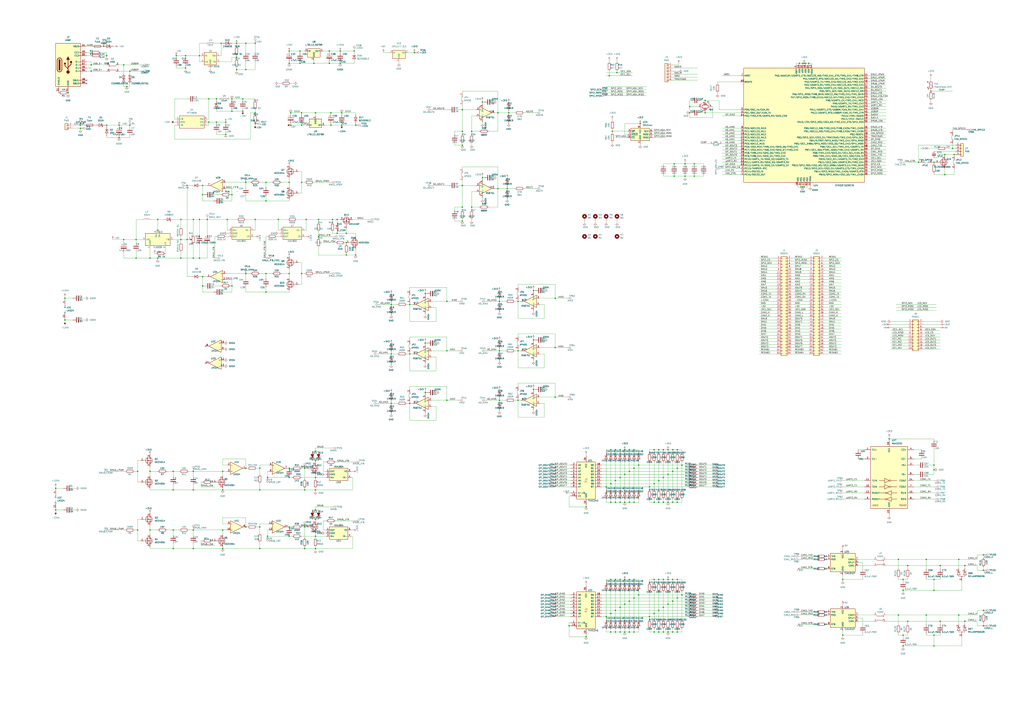
<source format=kicad_sch>
(kicad_sch (version 20211123) (generator eeschema)
  (paper "A1")
  (lib_symbols
    (symbol "74xx:74HC245" (pin_names (offset 1.016))
      (property "Reference" "U" (at -7.62 16.51 0))
      (property "Value" "74HC245" (at -7.62 -16.51 0))
      (symbol "74HC245_1_0"
        (pin input line (at -12.7 -10.16 0) (length 5.08) (name "A->B") (number "1"))
        (pin power_in line (at 0 -20.32 90) (length 5.08) (name "GND") (number "10"))
        (pin tri_state line (at 12.7 -5.08 180) (length 5.08) (name "B7") (number "11"))
        (pin tri_state line (at 12.7 -2.54 180) (length 5.08) (name "B6") (number "12"))
        (pin tri_state line (at 12.7 0 180) (length 5.08) (name "B5") (number "13"))
        (pin tri_state line (at 12.7 2.54 180) (length 5.08) (name "B4") (number "14"))
        (pin tri_state line (at 12.7 5.08 180) (length 5.08) (name "B3") (number "15"))
        (pin tri_state line (at 12.7 7.62 180) (length 5.08) (name "B2") (number "16"))
        (pin tri_state line (at 12.7 10.16 180) (length 5.08) (name "B1") (number "17"))
        (pin tri_state line (at 12.7 12.7 180) (length 5.08) (name "B0") (number "18"))
        (pin input inverted (at -12.7 -12.7 0) (length 5.08) (name "CE") (number "19"))
        (pin tri_state line (at -12.7 12.7 0) (length 5.08) (name "A0") (number "2"))
        (pin power_in line (at 0 20.32 270) (length 5.08) (name "VCC") (number "20"))
        (pin tri_state line (at -12.7 10.16 0) (length 5.08) (name "A1") (number "3"))
        (pin tri_state line (at -12.7 7.62 0) (length 5.08) (name "A2") (number "4"))
        (pin tri_state line (at -12.7 5.08 0) (length 5.08) (name "A3") (number "5"))
        (pin tri_state line (at -12.7 2.54 0) (length 5.08) (name "A4") (number "6"))
        (pin tri_state line (at -12.7 0 0) (length 5.08) (name "A5") (number "7"))
        (pin tri_state line (at -12.7 -2.54 0) (length 5.08) (name "A6") (number "8"))
        (pin tri_state line (at -12.7 -5.08 0) (length 5.08) (name "A7") (number "9"))
      )
    )
    (symbol "Amplifier_Operational:ADA4610-1xRJ" (pin_names (offset 0.127))
      (property "Reference" "U" (at -1.27 6.35 0))
      (property "Value" "ADA4610-1xRJ" (at -1.27 3.81 0))
      (symbol "ADA4610-1xRJ_0_1"
        (pin power_in line (at -2.54 -7.62 90) (length 3.81) (name "V-") (number "2"))
        (pin power_in line (at -2.54 7.62 270) (length 3.81) (name "V+") (number "5"))
      )
      (symbol "ADA4610-1xRJ_1_1"
        (pin output line (at 7.62 0 180) (length 2.54) (name "~") (number "1"))
        (pin input line (at -7.62 2.54 0) (length 2.54) (name "+") (number "3"))
        (pin input line (at -7.62 -2.54 0) (length 2.54) (name "-") (number "4"))
      )
    )
    (symbol "Amplifier_Operational:LM324" (pin_names (offset 0.127))
      (property "Reference" "U" (at 0 5.08 0))
      (property "Value" "LM324" (at 0 -5.08 0))
      (symbol "LM324_1_1"
        (pin output line (at 7.62 0 180) (length 2.54) (name "~") (number "1"))
        (pin input line (at -7.62 -2.54 0) (length 2.54) (name "-") (number "2"))
        (pin input line (at -7.62 2.54 0) (length 2.54) (name "+") (number "3"))
      )
      (symbol "LM324_2_1"
        (pin input line (at -7.62 2.54 0) (length 2.54) (name "+") (number "5"))
        (pin input line (at -7.62 -2.54 0) (length 2.54) (name "-") (number "6"))
        (pin output line (at 7.62 0 180) (length 2.54) (name "~") (number "7"))
      )
      (symbol "LM324_3_1"
        (pin input line (at -7.62 2.54 0) (length 2.54) (name "+") (number "10"))
        (pin output line (at 7.62 0 180) (length 2.54) (name "~") (number "8"))
        (pin input line (at -7.62 -2.54 0) (length 2.54) (name "-") (number "9"))
      )
      (symbol "LM324_4_1"
        (pin input line (at -7.62 2.54 0) (length 2.54) (name "+") (number "12"))
        (pin input line (at -7.62 -2.54 0) (length 2.54) (name "-") (number "13"))
        (pin output line (at 7.62 0 180) (length 2.54) (name "~") (number "14"))
      )
      (symbol "LM324_5_1"
        (pin power_in line (at -2.54 -7.62 90) (length 3.81) (name "V-") (number "11"))
        (pin power_in line (at -2.54 7.62 270) (length 3.81) (name "V+") (number "4"))
      )
    )
    (symbol "Connector:TestPoint" (pin_numbers hide) (pin_names (offset 0.762) hide)
      (property "Reference" "TP" (at 0 6.858 0))
      (property "Value" "TestPoint" (at 0 5.08 0))
      (symbol "TestPoint_1_1"
        (pin passive line (at 0 0 90) (length 2.54) (name "1") (number "1"))
      )
    )
    (symbol "Connector:USB_C_Receptacle_USB2.0" (pin_names (offset 1.016))
      (property "Reference" "J" (at -10.16 19.05 0))
      (property "Value" "USB_C_Receptacle_USB2.0" (at 19.05 19.05 0))
      (symbol "USB_C_Receptacle_USB2.0_1_1"
        (pin passive line (at 0 -22.86 90) (length 5.08) (name "GND") (number "A1"))
        (pin passive line (at 0 -22.86 90) (length 5.08) hide (name "GND") (number "A12"))
        (pin passive line (at 15.24 15.24 180) (length 5.08) (name "VBUS") (number "A4"))
        (pin bidirectional line (at 15.24 10.16 180) (length 5.08) (name "CC1") (number "A5"))
        (pin bidirectional line (at 15.24 -2.54 180) (length 5.08) (name "D+") (number "A6"))
        (pin bidirectional line (at 15.24 2.54 180) (length 5.08) (name "D-") (number "A7"))
        (pin bidirectional line (at 15.24 -12.7 180) (length 5.08) (name "SBU1") (number "A8"))
        (pin passive line (at 15.24 15.24 180) (length 5.08) hide (name "VBUS") (number "A9"))
        (pin passive line (at 0 -22.86 90) (length 5.08) hide (name "GND") (number "B1"))
        (pin passive line (at 0 -22.86 90) (length 5.08) hide (name "GND") (number "B12"))
        (pin passive line (at 15.24 15.24 180) (length 5.08) hide (name "VBUS") (number "B4"))
        (pin bidirectional line (at 15.24 7.62 180) (length 5.08) (name "CC2") (number "B5"))
        (pin bidirectional line (at 15.24 -5.08 180) (length 5.08) (name "D+") (number "B6"))
        (pin bidirectional line (at 15.24 0 180) (length 5.08) (name "D-") (number "B7"))
        (pin bidirectional line (at 15.24 -15.24 180) (length 5.08) (name "SBU2") (number "B8"))
        (pin passive line (at 15.24 15.24 180) (length 5.08) hide (name "VBUS") (number "B9"))
        (pin passive line (at -7.62 -22.86 90) (length 5.08) (name "SHIELD") (number "S1"))
      )
    )
    (symbol "Connector_Generic:Conn_01x02" (pin_names (offset 1.016) hide)
      (property "Reference" "J" (at 0 2.54 0))
      (property "Value" "Conn_01x02" (at 0 -5.08 0))
      (symbol "Conn_01x02_1_1"
        (pin passive line (at -5.08 0 0) (length 3.81) (name "Pin_1") (number "1"))
        (pin passive line (at -5.08 -2.54 0) (length 3.81) (name "Pin_2") (number "2"))
      )
    )
    (symbol "Connector_Generic:Conn_01x04" (pin_names (offset 1.016) hide)
      (property "Reference" "J" (at 0 5.08 0))
      (property "Value" "Conn_01x04" (at 0 -7.62 0))
      (symbol "Conn_01x04_1_1"
        (pin passive line (at -5.08 2.54 0) (length 3.81) (name "Pin_1") (number "1"))
        (pin passive line (at -5.08 0 0) (length 3.81) (name "Pin_2") (number "2"))
        (pin passive line (at -5.08 -2.54 0) (length 3.81) (name "Pin_3") (number "3"))
        (pin passive line (at -5.08 -5.08 0) (length 3.81) (name "Pin_4") (number "4"))
      )
    )
    (symbol "Connector_Generic:Conn_01x06" (pin_names (offset 1.016) hide)
      (property "Reference" "J" (at 0 7.62 0))
      (property "Value" "Conn_01x06" (at 0 -10.16 0))
      (symbol "Conn_01x06_1_1"
        (pin passive line (at -5.08 5.08 0) (length 3.81) (name "Pin_1") (number "1"))
        (pin passive line (at -5.08 2.54 0) (length 3.81) (name "Pin_2") (number "2"))
        (pin passive line (at -5.08 0 0) (length 3.81) (name "Pin_3") (number "3"))
        (pin passive line (at -5.08 -2.54 0) (length 3.81) (name "Pin_4") (number "4"))
        (pin passive line (at -5.08 -5.08 0) (length 3.81) (name "Pin_5") (number "5"))
        (pin passive line (at -5.08 -7.62 0) (length 3.81) (name "Pin_6") (number "6"))
      )
    )
    (symbol "Connector_Generic:Conn_02x10_Odd_Even" (pin_names (offset 1.016) hide)
      (property "Reference" "J" (at 1.27 12.7 0))
      (property "Value" "Conn_02x10_Odd_Even" (at 1.27 -15.24 0))
      (symbol "Conn_02x10_Odd_Even_1_1"
        (pin passive line (at -5.08 10.16 0) (length 3.81) (name "Pin_1") (number "1"))
        (pin passive line (at 7.62 0 180) (length 3.81) (name "Pin_10") (number "10"))
        (pin passive line (at -5.08 -2.54 0) (length 3.81) (name "Pin_11") (number "11"))
        (pin passive line (at 7.62 -2.54 180) (length 3.81) (name "Pin_12") (number "12"))
        (pin passive line (at -5.08 -5.08 0) (length 3.81) (name "Pin_13") (number "13"))
        (pin passive line (at 7.62 -5.08 180) (length 3.81) (name "Pin_14") (number "14"))
        (pin passive line (at -5.08 -7.62 0) (length 3.81) (name "Pin_15") (number "15"))
        (pin passive line (at 7.62 -7.62 180) (length 3.81) (name "Pin_16") (number "16"))
        (pin passive line (at -5.08 -10.16 0) (length 3.81) (name "Pin_17") (number "17"))
        (pin passive line (at 7.62 -10.16 180) (length 3.81) (name "Pin_18") (number "18"))
        (pin passive line (at -5.08 -12.7 0) (length 3.81) (name "Pin_19") (number "19"))
        (pin passive line (at 7.62 10.16 180) (length 3.81) (name "Pin_2") (number "2"))
        (pin passive line (at 7.62 -12.7 180) (length 3.81) (name "Pin_20") (number "20"))
        (pin passive line (at -5.08 7.62 0) (length 3.81) (name "Pin_3") (number "3"))
        (pin passive line (at 7.62 7.62 180) (length 3.81) (name "Pin_4") (number "4"))
        (pin passive line (at -5.08 5.08 0) (length 3.81) (name "Pin_5") (number "5"))
        (pin passive line (at 7.62 5.08 180) (length 3.81) (name "Pin_6") (number "6"))
        (pin passive line (at -5.08 2.54 0) (length 3.81) (name "Pin_7") (number "7"))
        (pin passive line (at 7.62 2.54 180) (length 3.81) (name "Pin_8") (number "8"))
        (pin passive line (at -5.08 0 0) (length 3.81) (name "Pin_9") (number "9"))
      )
    )
    (symbol "Connector_Generic:Conn_02x32_Odd_Even" (pin_names (offset 1.016) hide)
      (property "Reference" "J" (at 1.27 40.64 0))
      (property "Value" "Conn_02x32_Odd_Even" (at 1.27 -43.18 0))
      (symbol "Conn_02x32_Odd_Even_1_1"
        (pin passive line (at -5.08 38.1 0) (length 3.81) (name "Pin_1") (number "1"))
        (pin passive line (at 7.62 27.94 180) (length 3.81) (name "Pin_10") (number "10"))
        (pin passive line (at -5.08 25.4 0) (length 3.81) (name "Pin_11") (number "11"))
        (pin passive line (at 7.62 25.4 180) (length 3.81) (name "Pin_12") (number "12"))
        (pin passive line (at -5.08 22.86 0) (length 3.81) (name "Pin_13") (number "13"))
        (pin passive line (at 7.62 22.86 180) (length 3.81) (name "Pin_14") (number "14"))
        (pin passive line (at -5.08 20.32 0) (length 3.81) (name "Pin_15") (number "15"))
        (pin passive line (at 7.62 20.32 180) (length 3.81) (name "Pin_16") (number "16"))
        (pin passive line (at -5.08 17.78 0) (length 3.81) (name "Pin_17") (number "17"))
        (pin passive line (at 7.62 17.78 180) (length 3.81) (name "Pin_18") (number "18"))
        (pin passive line (at -5.08 15.24 0) (length 3.81) (name "Pin_19") (number "19"))
        (pin passive line (at 7.62 38.1 180) (length 3.81) (name "Pin_2") (number "2"))
        (pin passive line (at 7.62 15.24 180) (length 3.81) (name "Pin_20") (number "20"))
        (pin passive line (at -5.08 12.7 0) (length 3.81) (name "Pin_21") (number "21"))
        (pin passive line (at 7.62 12.7 180) (length 3.81) (name "Pin_22") (number "22"))
        (pin passive line (at -5.08 10.16 0) (length 3.81) (name "Pin_23") (number "23"))
        (pin passive line (at 7.62 10.16 180) (length 3.81) (name "Pin_24") (number "24"))
        (pin passive line (at -5.08 7.62 0) (length 3.81) (name "Pin_25") (number "25"))
        (pin passive line (at 7.62 7.62 180) (length 3.81) (name "Pin_26") (number "26"))
        (pin passive line (at -5.08 5.08 0) (length 3.81) (name "Pin_27") (number "27"))
        (pin passive line (at 7.62 5.08 180) (length 3.81) (name "Pin_28") (number "28"))
        (pin passive line (at -5.08 2.54 0) (length 3.81) (name "Pin_29") (number "29"))
        (pin passive line (at -5.08 35.56 0) (length 3.81) (name "Pin_3") (number "3"))
        (pin passive line (at 7.62 2.54 180) (length 3.81) (name "Pin_30") (number "30"))
        (pin passive line (at -5.08 0 0) (length 3.81) (name "Pin_31") (number "31"))
        (pin passive line (at 7.62 0 180) (length 3.81) (name "Pin_32") (number "32"))
        (pin passive line (at -5.08 -2.54 0) (length 3.81) (name "Pin_33") (number "33"))
        (pin passive line (at 7.62 -2.54 180) (length 3.81) (name "Pin_34") (number "34"))
        (pin passive line (at -5.08 -5.08 0) (length 3.81) (name "Pin_35") (number "35"))
        (pin passive line (at 7.62 -5.08 180) (length 3.81) (name "Pin_36") (number "36"))
        (pin passive line (at -5.08 -7.62 0) (length 3.81) (name "Pin_37") (number "37"))
        (pin passive line (at 7.62 -7.62 180) (length 3.81) (name "Pin_38") (number "38"))
        (pin passive line (at -5.08 -10.16 0) (length 3.81) (name "Pin_39") (number "39"))
        (pin passive line (at 7.62 35.56 180) (length 3.81) (name "Pin_4") (number "4"))
        (pin passive line (at 7.62 -10.16 180) (length 3.81) (name "Pin_40") (number "40"))
        (pin passive line (at -5.08 -12.7 0) (length 3.81) (name "Pin_41") (number "41"))
        (pin passive line (at 7.62 -12.7 180) (length 3.81) (name "Pin_42") (number "42"))
        (pin passive line (at -5.08 -15.24 0) (length 3.81) (name "Pin_43") (number "43"))
        (pin passive line (at 7.62 -15.24 180) (length 3.81) (name "Pin_44") (number "44"))
        (pin passive line (at -5.08 -17.78 0) (length 3.81) (name "Pin_45") (number "45"))
        (pin passive line (at 7.62 -17.78 180) (length 3.81) (name "Pin_46") (number "46"))
        (pin passive line (at -5.08 -20.32 0) (length 3.81) (name "Pin_47") (number "47"))
        (pin passive line (at 7.62 -20.32 180) (length 3.81) (name "Pin_48") (number "48"))
        (pin passive line (at -5.08 -22.86 0) (length 3.81) (name "Pin_49") (number "49"))
        (pin passive line (at -5.08 33.02 0) (length 3.81) (name "Pin_5") (number "5"))
        (pin passive line (at 7.62 -22.86 180) (length 3.81) (name "Pin_50") (number "50"))
        (pin passive line (at -5.08 -25.4 0) (length 3.81) (name "Pin_51") (number "51"))
        (pin passive line (at 7.62 -25.4 180) (length 3.81) (name "Pin_52") (number "52"))
        (pin passive line (at -5.08 -27.94 0) (length 3.81) (name "Pin_53") (number "53"))
        (pin passive line (at 7.62 -27.94 180) (length 3.81) (name "Pin_54") (number "54"))
        (pin passive line (at -5.08 -30.48 0) (length 3.81) (name "Pin_55") (number "55"))
        (pin passive line (at 7.62 -30.48 180) (length 3.81) (name "Pin_56") (number "56"))
        (pin passive line (at -5.08 -33.02 0) (length 3.81) (name "Pin_57") (number "57"))
        (pin passive line (at 7.62 -33.02 180) (length 3.81) (name "Pin_58") (number "58"))
        (pin passive line (at -5.08 -35.56 0) (length 3.81) (name "Pin_59") (number "59"))
        (pin passive line (at 7.62 33.02 180) (length 3.81) (name "Pin_6") (number "6"))
        (pin passive line (at 7.62 -35.56 180) (length 3.81) (name "Pin_60") (number "60"))
        (pin passive line (at -5.08 -38.1 0) (length 3.81) (name "Pin_61") (number "61"))
        (pin passive line (at 7.62 -38.1 180) (length 3.81) (name "Pin_62") (number "62"))
        (pin passive line (at -5.08 -40.64 0) (length 3.81) (name "Pin_63") (number "63"))
        (pin passive line (at 7.62 -40.64 180) (length 3.81) (name "Pin_64") (number "64"))
        (pin passive line (at -5.08 30.48 0) (length 3.81) (name "Pin_7") (number "7"))
        (pin passive line (at 7.62 30.48 180) (length 3.81) (name "Pin_8") (number "8"))
        (pin passive line (at -5.08 27.94 0) (length 3.81) (name "Pin_9") (number "9"))
      )
    )
    (symbol "Device:C" (pin_numbers hide) (pin_names (offset 0.254))
      (property "Reference" "C" (at 0.635 2.54 0))
      (property "Value" "C" (at 0.635 -2.54 0))
      (symbol "C_1_1"
        (pin passive line (at 0 3.81 270) (length 2.794) (name "~") (number "1"))
        (pin passive line (at 0 -3.81 90) (length 2.794) (name "~") (number "2"))
      )
    )
    (symbol "Device:C_Polarized" (pin_numbers hide) (pin_names (offset 0.254))
      (property "Reference" "C" (at 0.635 2.54 0))
      (property "Value" "C_Polarized" (at 0.635 -2.54 0))
      (symbol "C_Polarized_1_1"
        (pin passive line (at 0 3.81 270) (length 2.794) (name "~") (number "1"))
        (pin passive line (at 0 -3.81 90) (length 2.794) (name "~") (number "2"))
      )
    )
    (symbol "Device:C_Polarized_Small" (pin_numbers hide) (pin_names (offset 0.254) hide)
      (property "Reference" "C" (at 0.254 1.778 0))
      (property "Value" "C_Polarized_Small" (at 0.254 -2.032 0))
      (symbol "C_Polarized_Small_1_1"
        (pin passive line (at 0 2.54 270) (length 1.8542) (name "~") (number "1"))
        (pin passive line (at 0 -2.54 90) (length 1.8542) (name "~") (number "2"))
      )
    )
    (symbol "Device:Crystal_GND24" (pin_names (offset 1.016) hide)
      (property "Reference" "Y" (at 3.175 5.08 0))
      (property "Value" "Crystal_GND24" (at 3.175 3.175 0))
      (symbol "Crystal_GND24_1_1"
        (pin passive line (at -3.81 0 0) (length 1.27) (name "1") (number "1"))
        (pin passive line (at 0 5.08 270) (length 1.27) (name "2") (number "2"))
        (pin passive line (at 3.81 0 180) (length 1.27) (name "3") (number "3"))
        (pin passive line (at 0 -5.08 90) (length 1.27) (name "4") (number "4"))
      )
    )
    (symbol "Device:D_Schottky" (pin_numbers hide) (pin_names (offset 1.016) hide)
      (property "Reference" "D" (at 0 2.54 0))
      (property "Value" "D_Schottky" (at 0 -2.54 0))
      (symbol "D_Schottky_1_1"
        (pin passive line (at -3.81 0 0) (length 2.54) (name "K") (number "1"))
        (pin passive line (at 3.81 0 180) (length 2.54) (name "A") (number "2"))
      )
    )
    (symbol "Device:D_Schottky_Filled" (pin_numbers hide) (pin_names (offset 1.016) hide)
      (property "Reference" "D" (at 0 2.54 0))
      (property "Value" "D_Schottky_Filled" (at 0 -2.54 0))
      (symbol "D_Schottky_Filled_1_1"
        (pin passive line (at -3.81 0 0) (length 2.54) (name "K") (number "1"))
        (pin passive line (at 3.81 0 180) (length 2.54) (name "A") (number "2"))
      )
    )
    (symbol "Device:D_Zener" (pin_numbers hide) (pin_names (offset 1.016) hide)
      (property "Reference" "D" (at 0 2.54 0))
      (property "Value" "D_Zener" (at 0 -2.54 0))
      (symbol "D_Zener_1_1"
        (pin passive line (at -3.81 0 0) (length 2.54) (name "K") (number "1"))
        (pin passive line (at 3.81 0 180) (length 2.54) (name "A") (number "2"))
      )
    )
    (symbol "Device:Fuse" (pin_numbers hide) (pin_names (offset 0))
      (property "Reference" "F" (at 2.032 0 90))
      (property "Value" "Fuse" (at -1.905 0 90))
      (symbol "Fuse_1_1"
        (pin passive line (at 0 3.81 270) (length 1.27) (name "~") (number "1"))
        (pin passive line (at 0 -3.81 90) (length 1.27) (name "~") (number "2"))
      )
    )
    (symbol "Device:L" (pin_numbers hide) (pin_names (offset 1.016) hide)
      (property "Reference" "L" (at -1.27 0 90))
      (property "Value" "L" (at 1.905 0 90))
      (symbol "L_1_1"
        (pin passive line (at 0 3.81 270) (length 1.27) (name "1") (number "1"))
        (pin passive line (at 0 -3.81 90) (length 1.27) (name "2") (number "2"))
      )
    )
    (symbol "Device:L_Coupled_1243" (pin_names (offset 0.254) hide)
      (property "Reference" "L" (at 0 4.445 0))
      (property "Value" "L_Coupled_1243" (at 0 -4.445 0))
      (symbol "L_Coupled_1243_1_1"
        (pin passive line (at -5.08 2.54 0) (length 2.54) (name "1") (number "1"))
        (pin passive line (at 5.08 2.54 180) (length 2.54) (name "2") (number "2"))
        (pin passive line (at 5.08 -2.54 180) (length 2.54) (name "3") (number "3"))
        (pin passive line (at -5.08 -2.54 0) (length 2.54) (name "4") (number "4"))
      )
    )
    (symbol "Device:Q_PMOS_GDS" (pin_names (offset 0) hide)
      (property "Reference" "Q" (at 5.08 1.27 0))
      (property "Value" "Q_PMOS_GDS" (at 5.08 -1.27 0))
      (symbol "Q_PMOS_GDS_1_1"
        (pin input line (at -5.08 0 0) (length 2.54) (name "G") (number "1"))
        (pin passive line (at 2.54 5.08 270) (length 2.54) (name "D") (number "2"))
        (pin passive line (at 2.54 -5.08 90) (length 2.54) (name "S") (number "3"))
      )
    )
    (symbol "Device:R" (pin_numbers hide) (pin_names (offset 0))
      (property "Reference" "R" (at 2.032 0 90))
      (property "Value" "R" (at 0 0 90))
      (symbol "R_1_1"
        (pin passive line (at 0 3.81 270) (length 1.27) (name "~") (number "1"))
        (pin passive line (at 0 -3.81 90) (length 1.27) (name "~") (number "2"))
      )
    )
    (symbol "Device:R_Potentiometer" (pin_names (offset 1.016) hide)
      (property "Reference" "RV" (at -4.445 0 90))
      (property "Value" "R_Potentiometer" (at -2.54 0 90))
      (symbol "R_Potentiometer_1_1"
        (pin passive line (at 0 3.81 270) (length 1.27) (name "1") (number "1"))
        (pin passive line (at 3.81 0 180) (length 1.27) (name "2") (number "2"))
        (pin passive line (at 0 -3.81 90) (length 1.27) (name "3") (number "3"))
      )
    )
    (symbol "Device:Thermistor_NTC" (pin_numbers hide) (pin_names (offset 0))
      (property "Reference" "TH" (at -4.445 0 90))
      (property "Value" "Thermistor_NTC" (at 3.175 0 90))
      (symbol "Thermistor_NTC_1_1"
        (pin passive line (at 0 3.81 270) (length 1.27) (name "~") (number "1"))
        (pin passive line (at 0 -3.81 90) (length 1.27) (name "~") (number "2"))
      )
    )
    (symbol "Diode:1N4148" (pin_numbers hide) (pin_names (offset 1.016) hide)
      (property "Reference" "D" (at 0 2.54 0))
      (property "Value" "1N4148" (at 0 -2.54 0))
      (symbol "1N4148_1_1"
        (pin passive line (at -3.81 0 0) (length 2.54) (name "K") (number "1"))
        (pin passive line (at 3.81 0 180) (length 2.54) (name "A") (number "2"))
      )
    )
    (symbol "Diode:1N5818" (pin_numbers hide) (pin_names (offset 1.016) hide)
      (property "Reference" "D" (at 0 2.54 0))
      (property "Value" "1N5818" (at 0 -2.54 0))
      (symbol "1N5818_1_1"
        (pin passive line (at -3.81 0 0) (length 2.54) (name "K") (number "1"))
        (pin passive line (at 3.81 0 180) (length 2.54) (name "A") (number "2"))
      )
    )
    (symbol "Diode:1N5819" (pin_numbers hide) (pin_names (offset 1.016) hide)
      (property "Reference" "D" (at 0 2.54 0))
      (property "Value" "1N5819" (at 0 -2.54 0))
      (symbol "1N5819_1_1"
        (pin passive line (at -3.81 0 0) (length 2.54) (name "K") (number "1"))
        (pin passive line (at 3.81 0 180) (length 2.54) (name "A") (number "2"))
      )
    )
    (symbol "Diode:1N5822" (pin_numbers hide) (pin_names (offset 1.016) hide)
      (property "Reference" "D" (at 0 2.54 0))
      (property "Value" "1N5822" (at 0 -2.54 0))
      (symbol "1N5822_1_1"
        (pin passive line (at -3.81 0 0) (length 2.54) (name "K") (number "1"))
        (pin passive line (at 3.81 0 180) (length 2.54) (name "A") (number "2"))
      )
    )
    (symbol "Diode:BZV55B12" (pin_numbers hide) (pin_names hide)
      (property "Reference" "D" (at 0 2.54 0))
      (property "Value" "BZV55B12" (at 0 -2.54 0))
      (symbol "BZV55B12_1_1"
        (pin passive line (at -3.81 0 0) (length 2.54) (name "K") (number "1"))
        (pin passive line (at 3.81 0 180) (length 2.54) (name "A") (number "2"))
      )
    )
    (symbol "Diode:ESD9B5.0ST5G" (pin_numbers hide) (pin_names (offset 1.016) hide)
      (property "Reference" "D" (at 0 2.54 0))
      (property "Value" "ESD9B5.0ST5G" (at 0 -2.54 0))
      (symbol "ESD9B5.0ST5G_1_1"
        (pin passive line (at -3.81 0 0) (length 2.54) (name "A1") (number "1"))
        (pin passive line (at 3.81 0 180) (length 2.54) (name "A2") (number "2"))
      )
    )
    (symbol "Interface_CAN_LIN:TJA1042T"
      (property "Reference" "U" (at -10.16 8.89 0))
      (property "Value" "TJA1042T" (at 1.27 8.89 0))
      (symbol "TJA1042T_1_1"
        (pin input line (at -12.7 5.08 0) (length 2.54) (name "TXD") (number "1"))
        (pin power_in line (at 0 -10.16 90) (length 2.54) (name "GND") (number "2"))
        (pin power_in line (at 0 10.16 270) (length 2.54) (name "VCC") (number "3"))
        (pin output line (at -12.7 2.54 0) (length 2.54) (name "RXD") (number "4"))
        (pin power_out line (at 12.7 0 180) (length 2.54) (name "SPLIT") (number "5"))
        (pin bidirectional line (at 12.7 -2.54 180) (length 2.54) (name "CANL") (number "6"))
        (pin bidirectional line (at 12.7 2.54 180) (length 2.54) (name "CANH") (number "7"))
        (pin input line (at -12.7 -5.08 0) (length 2.54) (name "STB") (number "8"))
      )
    )
    (symbol "Interface_UART:MAX3232" (pin_names (offset 1.016))
      (property "Reference" "U" (at -2.54 28.575 0))
      (property "Value" "MAX3232" (at -2.54 26.67 0))
      (symbol "MAX3232_0_0"
        (text "LOGIC" (at -11.43 -22.86 0) (effects (font (size 1.27 1.27))))
        (text "RS232" (at 11.43 -22.86 0) (effects (font (size 1.27 1.27))))
      )
      (symbol "MAX3232_1_1"
        (pin passive line (at -20.32 22.86 0) (length 5.08) (name "C1+") (number "1"))
        (pin input line (at -20.32 -7.62 0) (length 5.08) (name "T2IN") (number "10"))
        (pin input line (at -20.32 -2.54 0) (length 5.08) (name "T1IN") (number "11"))
        (pin output line (at -20.32 -12.7 0) (length 5.08) (name "R1OUT") (number "12"))
        (pin input line (at 20.32 -12.7 180) (length 5.08) (name "R1IN") (number "13"))
        (pin output line (at 20.32 -2.54 180) (length 5.08) (name "T1OUT") (number "14"))
        (pin power_in line (at 0 -30.48 90) (length 5.08) (name "GND") (number "15"))
        (pin power_in line (at 0 30.48 270) (length 5.08) (name "VCC") (number "16"))
        (pin power_out line (at 20.32 10.16 180) (length 5.08) (name "VS+") (number "2"))
        (pin passive line (at -20.32 15.24 0) (length 5.08) (name "C1-") (number "3"))
        (pin passive line (at 20.32 22.86 180) (length 5.08) (name "C2+") (number "4"))
        (pin passive line (at 20.32 15.24 180) (length 5.08) (name "C2-") (number "5"))
        (pin power_out line (at 20.32 2.54 180) (length 5.08) (name "VS-") (number "6"))
        (pin output line (at 20.32 -7.62 180) (length 5.08) (name "T2OUT") (number "7"))
        (pin input line (at 20.32 -17.78 180) (length 5.08) (name "R2IN") (number "8"))
        (pin output line (at -20.32 -17.78 0) (length 5.08) (name "R2OUT") (number "9"))
      )
    )
    (symbol "Jumper:Jumper_2_Bridged" (pin_names (offset 0) hide)
      (property "Reference" "JP" (at 0 1.905 0))
      (property "Value" "Jumper_2_Bridged" (at 0 -2.54 0))
      (symbol "Jumper_2_Bridged_1_1"
        (pin passive line (at -5.08 0 0) (length 2.54) (name "A") (number "1"))
        (pin passive line (at 5.08 0 180) (length 2.54) (name "B") (number "2"))
      )
    )
    (symbol "Mechanical:MountingHole" (pin_names (offset 1.016))
      (property "Reference" "H" (at 0 5.08 0))
      (property "Value" "MountingHole" (at 0 3.175 0))
    )
    (symbol "Mechanical:MountingHole_Pad" (pin_numbers hide) (pin_names (offset 1.016) hide)
      (property "Reference" "H" (at 0 6.35 0))
      (property "Value" "MountingHole_Pad" (at 0 4.445 0))
      (symbol "MountingHole_Pad_1_1"
        (pin input line (at 0 -2.54 90) (length 2.54) (name "1") (number "1"))
      )
    )
    (symbol "Memory_EEPROM:25LCxxx"
      (property "Reference" "U" (at -7.62 6.35 0))
      (property "Value" "25LCxxx" (at 2.54 -6.35 0))
      (symbol "25LCxxx_1_1"
        (pin input line (at -10.16 -2.54 0) (length 2.54) (name "~{CS}") (number "1"))
        (pin tri_state line (at 10.16 -2.54 180) (length 2.54) (name "MISO") (number "2"))
        (pin input line (at -10.16 2.54 0) (length 2.54) (name "~{WP}") (number "3"))
        (pin power_in line (at 0 -7.62 90) (length 2.54) (name "GND") (number "4"))
        (pin input line (at 10.16 0 180) (length 2.54) (name "MOSI") (number "5"))
        (pin input line (at 10.16 2.54 180) (length 2.54) (name "SCK") (number "6"))
        (pin input line (at -10.16 0 0) (length 2.54) (name "~{HOLD}") (number "7"))
        (pin power_in line (at 0 7.62 270) (length 2.54) (name "VCC") (number "8"))
      )
    )
    (symbol "Power_Protection:RCLAMP0502B" (pin_names hide)
      (property "Reference" "D" (at 0 5.08 0))
      (property "Value" "RCLAMP0502B" (at 0 -5.08 0))
      (symbol "RCLAMP0502B_0_1"
        (pin passive line (at -5.08 0 0) (length 2.54) (name "A") (number "3"))
      )
      (symbol "RCLAMP0502B_1_1"
        (pin passive line (at 5.08 2.54 180) (length 2.54) (name "K1") (number "1"))
        (pin passive line (at 5.08 -2.54 180) (length 2.54) (name "K2") (number "2"))
      )
    )
    (symbol "Regulator_Linear:L78L12_SOT89" (pin_names (offset 0.254))
      (property "Reference" "U" (at -3.81 3.175 0))
      (property "Value" "L78L12_SOT89" (at -0.635 3.175 0))
      (symbol "L78L12_SOT89_1_1"
        (pin power_out line (at 7.62 0 180) (length 2.54) (name "OUT") (number "1"))
        (pin power_in line (at 0 -7.62 90) (length 2.54) (name "GND") (number "2"))
        (pin power_in line (at -7.62 0 0) (length 2.54) (name "IN") (number "3"))
      )
    )
    (symbol "Regulator_Linear:L79L12_SOT89" (pin_names (offset 0.254))
      (property "Reference" "U" (at -3.81 -3.175 0))
      (property "Value" "L79L12_SOT89" (at 0 -3.175 0))
      (symbol "L79L12_SOT89_1_1"
        (pin power_in line (at 0 7.62 270) (length 2.54) (name "GND") (number "1"))
        (pin power_in line (at -7.62 0 0) (length 2.54) (name "VI") (number "2"))
        (pin power_out line (at 7.62 0 180) (length 2.54) (name "VO") (number "3"))
      )
    )
    (symbol "Regulator_Linear:LM1117-3.3" (pin_names (offset 0.254))
      (property "Reference" "U" (at -3.81 3.175 0))
      (property "Value" "LM1117-3.3" (at 0 3.175 0))
      (symbol "LM1117-3.3_1_1"
        (pin power_in line (at 0 -7.62 90) (length 2.54) (name "GND") (number "1"))
        (pin power_out line (at 7.62 0 180) (length 2.54) (name "VO") (number "2"))
        (pin power_in line (at -7.62 0 0) (length 2.54) (name "VI") (number "3"))
      )
    )
    (symbol "Regulator_Switching:MT3608"
      (property "Reference" "U" (at -2.54 8.89 0))
      (property "Value" "MT3608" (at -3.81 6.35 0))
      (symbol "MT3608_1_1"
        (pin passive line (at 7.62 2.54 180) (length 2.54) (name "SW") (number "1"))
        (pin power_in line (at 0 -7.62 90) (length 2.54) (name "GND") (number "2"))
        (pin input line (at 7.62 -2.54 180) (length 2.54) (name "FB") (number "3"))
        (pin input line (at -7.62 -2.54 0) (length 2.54) (name "EN") (number "4"))
        (pin power_in line (at -7.62 2.54 0) (length 2.54) (name "IN") (number "5"))
        (pin no_connect line (at 5.08 0 180) (length 2.54) hide (name "NC") (number "6"))
      )
    )
    (symbol "STM32F103RCT6_1"
      (property "Reference" "U" (at -30.48 48.26 0))
      (property "Value" "STM32F103RCT6_1" (at 19.05 48.26 0))
      (symbol "STM32F103RCT6_1_1_1"
        (pin power_in line (at -6.35 49.53 270) (length 2.54) (name "VBAT") (number "1"))
        (pin bidirectional line (at -52.07 -7.62 0) (length 2.54) (name "PC2/ADC123_IN12") (number "10"))
        (pin bidirectional line (at -52.07 -10.16 0) (length 2.54) (name "PC3/ADC123_IN13") (number "11"))
        (pin power_in line (at 5.08 -49.53 90) (length 2.54) (name "VSSA") (number "12"))
        (pin power_in line (at 6.35 49.53 270) (length 2.54) (name "VDDA") (number "13"))
        (pin bidirectional line (at 52.07 40.64 180) (length 2.54) (name "PA0/WAKEUP/USART2_CTS/ADC123_IN0/TIM2_CH1_ETR/TIM5_CH1/TIM8_ETR") (number "14"))
        (pin bidirectional line (at 52.07 38.1 180) (length 2.54) (name "PA1/USART2_RTS/ADC123_IN1/TIM5_CH2/TIM2_CH2") (number "15"))
        (pin bidirectional line (at 52.07 35.56 180) (length 2.54) (name "PA2/USART2_TX/TIM5_CH3/ADC123_IN2/TIM2_CH3") (number "16"))
        (pin bidirectional line (at 52.07 33.02 180) (length 2.54) (name "PA3/USART2_RX/TIM5_CH4/ADC123_IN3/TIM2_CH4") (number "17"))
        (pin power_in line (at -5.08 -49.53 90) (length 2.54) (name "VSS") (number "18"))
        (pin power_in line (at -3.81 49.53 270) (length 2.54) (name "VDD") (number "19"))
        (pin bidirectional line (at -52.07 -35.56 0) (length 2.54) (name "PC13/TAMPER-RTC") (number "2"))
        (pin bidirectional line (at 52.07 30.48 180) (length 2.54) (name "PA4/SPI1_NSS/USART2_CK/DAC_OUT1/ADC12_IN4") (number "20"))
        (pin bidirectional line (at 52.07 27.94 180) (length 2.54) (name "PA5/SPI1_SCK/DAC_OUT2/ADC12_IN5") (number "21"))
        (pin bidirectional line (at 52.07 25.4 180) (length 2.54) (name "PA6/SPI1_MISO/TIM8_BKIN/ADC12_IN6/TIM3_CH1/TIM1_BKIN") (number "22"))
        (pin bidirectional line (at 52.07 22.86 180) (length 2.54) (name "PA7/SPI1_MOSI/TIM8_CH1N/ADC12_IN7/TIM3_CH2/TIM1_CH1N") (number "23"))
        (pin bidirectional line (at -52.07 -12.7 0) (length 2.54) (name "PC4/ADC12_IN14") (number "24"))
        (pin bidirectional line (at -52.07 -15.24 0) (length 2.54) (name "PC5/ADC12_IN15") (number "25"))
        (pin bidirectional line (at 52.07 -2.54 180) (length 2.54) (name "PB0/ADC12_IN8/TIM3_CH3/TIM8_CH2N/TIM1_CH2N") (number "26"))
        (pin bidirectional line (at 52.07 -5.08 180) (length 2.54) (name "PB1/ADC12_IN9/TIM3_CH4/TIM8_CH3N/TIM1_CH3N") (number "27"))
        (pin bidirectional line (at 52.07 -7.62 180) (length 2.54) (name "PB2/BOOT1") (number "28"))
        (pin bidirectional line (at 52.07 -27.94 180) (length 2.54) (name "PB10/I2C2_SCL/USART3_TX/TIM2_CH3") (number "29"))
        (pin bidirectional line (at -52.07 -38.1 0) (length 2.54) (name "PC14/OSC32_IN") (number "3"))
        (pin bidirectional line (at 52.07 -30.48 180) (length 2.54) (name "PB11/I2C2_SDA/USART3_RX/TIM2_CH4") (number "30"))
        (pin power_in line (at -2.54 -49.53 90) (length 2.54) (name "VSS") (number "31"))
        (pin power_in line (at -1.27 49.53 270) (length 2.54) (name "VDD") (number "32"))
        (pin bidirectional line (at 52.07 -33.02 180) (length 2.54) (name "PB12/SPI2_NSS/I2S2_WS/I2C2_SMBA/USART3_CK/TIM1_BKIN") (number "33"))
        (pin bidirectional line (at 52.07 -35.56 180) (length 2.54) (name "PB13/SPI2_SCK/I2S2_CK/USART3_CTS/TIM1_CH1N") (number "34"))
        (pin bidirectional line (at 52.07 -38.1 180) (length 2.54) (name "PB14/SPI2_MISO/TIM1_CH2N/USART3_RTS") (number "35"))
        (pin bidirectional line (at 52.07 -40.64 180) (length 2.54) (name "PB15/SPI2_MOSI/I2S2_SD/TIM1_CH3N") (number "36"))
        (pin bidirectional line (at -52.07 -17.78 0) (length 2.54) (name "PC6/I2S2_MCK/TIM8_CH1/SDIO_D6/TIM3_CH1") (number "37"))
        (pin bidirectional line (at -52.07 -20.32 0) (length 2.54) (name "PC7/I2S3_MCK/TIM8_CH2/SDIO_D7/TIM3_CH2") (number "38"))
        (pin bidirectional line (at -52.07 -22.86 0) (length 2.54) (name "PC8/TIM8_CH3/SDIO_D0/TIM3_CH3") (number "39"))
        (pin bidirectional line (at -52.07 -40.64 0) (length 2.54) (name "PC15/OSC32_OUT") (number "4"))
        (pin bidirectional line (at -52.07 -25.4 0) (length 2.54) (name "PC9/TIM8_CH4/SDIO_D1/TIM3_CH4") (number "40"))
        (pin bidirectional line (at 52.07 20.32 180) (length 2.54) (name "PA8/USART1_CK/TIM1_CH1/MCO") (number "41"))
        (pin bidirectional line (at 52.07 17.78 180) (length 2.54) (name "PA9/USART1_TX/TIM1_CH2") (number "42"))
        (pin bidirectional line (at 52.07 15.24 180) (length 2.54) (name "PA10/USART1_RX/TIM1_CH3") (number "43"))
        (pin bidirectional line (at 52.07 12.7 180) (length 2.54) (name "PA11/USART1_CTS/USBDM/CAN_RX/TIM1_CH4") (number "44"))
        (pin bidirectional line (at 52.07 10.16 180) (length 2.54) (name "PA12/USART1_RTS/USBDP/CAN_TX/TIM1_ETR") (number "45"))
        (pin bidirectional line (at 52.07 7.62 180) (length 2.54) (name "PA13/JTMS-SWDIO") (number "46"))
        (pin power_in line (at 0 -49.53 90) (length 2.54) (name "VSS") (number "47"))
        (pin power_in line (at 1.27 49.53 270) (length 2.54) (name "VDD") (number "48"))
        (pin bidirectional line (at 52.07 5.08 180) (length 2.54) (name "PA14/JTCK-SWCLK") (number "49"))
        (pin input line (at -52.07 12.7 0) (length 2.54) (name "PD0/OSC_IN/CAN_RX") (number "5"))
        (pin bidirectional line (at 52.07 2.54 180) (length 2.54) (name "PA15/JTDI/SPI3_NSS/I2S3_WS/TIM2_CH1_ETR/SPI1_NSS") (number "50"))
        (pin bidirectional line (at -52.07 -27.94 0) (length 2.54) (name "PC10/UART4_TX/SDIO_D2/USART3_TX") (number "51"))
        (pin bidirectional line (at -52.07 -30.48 0) (length 2.54) (name "PC11/UART4_RX/SDIO_D3/USART3_RX") (number "52"))
        (pin bidirectional line (at -52.07 -33.02 0) (length 2.54) (name "PC12/UART5_TX/SDIO_CK/USART3_CK") (number "53"))
        (pin bidirectional line (at -52.07 7.62 0) (length 2.54) (name "PD2/TIM3_ETR/UART5_RX/SDIO_CMD") (number "54"))
        (pin bidirectional line (at 52.07 -10.16 180) (length 2.54) (name "PB3/SPI3_SCK/I2S3_CK/TRACESWO/TIM2_CH2/SPI1_SCK") (number "55"))
        (pin bidirectional line (at 52.07 -12.7 180) (length 2.54) (name "PB4/NJTRST/SPI3_MISO/TIM3_CH1/SPI1_MISO") (number "56"))
        (pin bidirectional line (at 52.07 -15.24 180) (length 2.54) (name "PB5/I2C1_SMBA/SPI3_MOSI/I2S3_SD/TIM3_CH2/SPI1_MOSI") (number "57"))
        (pin bidirectional line (at 52.07 -17.78 180) (length 2.54) (name "PB6/I2C1_SCL/TIM4_CH1/USART1_TX") (number "58"))
        (pin bidirectional line (at 52.07 -20.32 180) (length 2.54) (name "PB7/I2C1_SDA/FSMC_NADV/TIM4_CH2/USART1_RX") (number "59"))
        (pin input line (at -52.07 10.16 0) (length 2.54) (name "PD1/OSC_OUT/CAN_TX") (number "6"))
        (pin input line (at -52.07 35.56 0) (length 2.54) (name "BOOT0") (number "60"))
        (pin bidirectional line (at 52.07 -22.86 180) (length 2.54) (name "PB8/TIM4_CH3/SDIO_D4/I2C1_SCL/CAN_RX") (number "61"))
        (pin bidirectional line (at 52.07 -25.4 180) (length 2.54) (name "PB9/TIM4_CH4/SDIO_D5/I2C1_SDA/CAN_TX") (number "62"))
        (pin power_in line (at 2.54 -49.53 90) (length 2.54) (name "VSS") (number "63"))
        (pin power_in line (at 3.81 49.53 270) (length 2.54) (name "VDD") (number "64"))
        (pin input line (at -52.07 40.64 0) (length 2.54) (name "NRST") (number "7"))
        (pin bidirectional line (at -52.07 -2.54 0) (length 2.54) (name "PC0/ADC123_IN10") (number "8"))
        (pin bidirectional line (at -52.07 -5.08 0) (length 2.54) (name "PC1/ADC123_IN11") (number "9"))
      )
    )
    (symbol "Transistor_FET:AO3400A" (pin_names hide)
      (property "Reference" "Q" (at 5.08 1.905 0))
      (property "Value" "AO3400A" (at 5.08 0 0))
      (symbol "AO3400A_1_1"
        (pin input line (at -5.08 0 0) (length 2.54) (name "G") (number "1"))
        (pin passive line (at 2.54 -5.08 90) (length 2.54) (name "S") (number "2"))
        (pin passive line (at 2.54 5.08 270) (length 2.54) (name "D") (number "3"))
      )
    )
    (symbol "Transistor_FET:AO3401A" (pin_names hide)
      (property "Reference" "Q" (at 5.08 1.905 0))
      (property "Value" "AO3401A" (at 5.08 0 0))
      (symbol "AO3401A_1_1"
        (pin input line (at -5.08 0 0) (length 2.54) (name "G") (number "1"))
        (pin passive line (at 2.54 -5.08 90) (length 2.54) (name "S") (number "2"))
        (pin passive line (at 2.54 5.08 270) (length 2.54) (name "D") (number "3"))
      )
    )
    (symbol "Transistor_FET:IRF3205" (pin_names hide)
      (property "Reference" "Q" (at 6.35 1.905 0))
      (property "Value" "IRF3205" (at 6.35 0 0))
      (symbol "IRF3205_1_1"
        (pin input line (at -5.08 0 0) (length 2.54) (name "G") (number "1"))
        (pin passive line (at 2.54 5.08 270) (length 2.54) (name "D") (number "2"))
        (pin passive line (at 2.54 -5.08 90) (length 2.54) (name "S") (number "3"))
      )
    )
    (symbol "liankest:HT7463A"
      (property "Reference" "U" (at -6.35 6.35 0))
      (property "Value" "HT7463A" (at 5.08 6.35 0))
      (symbol "HT7463A_1_1"
        (pin input line (at -12.7 2.54 0) (length 2.54) (name "CB") (number "1"))
        (pin power_in line (at -12.7 0 0) (length 2.54) (name "GND") (number "2"))
        (pin input line (at -12.7 -2.54 0) (length 2.54) (name "FB") (number "3"))
        (pin input line (at 12.7 -2.54 180) (length 2.54) (name "EN") (number "4"))
        (pin power_in line (at 12.7 0 180) (length 2.54) (name "VIN") (number "5"))
        (pin output line (at 12.7 2.54 180) (length 2.54) (name "SW") (number "6"))
      )
    )
    (symbol "liankest:INA180A"
      (property "Reference" "U" (at 0 6.35 0))
      (property "Value" "INA180A" (at 0 -6.35 0))
      (symbol "INA180A_1_1"
        (pin output line (at -10.16 2.54 0) (length 2.54) (name "OUT") (number "1"))
        (pin power_in line (at -10.16 0 0) (length 2.54) (name "GND") (number "2"))
        (pin input line (at -10.16 -2.54 0) (length 2.54) (name "IN+") (number "3"))
        (pin input line (at 10.16 -2.54 180) (length 2.54) (name "IN-") (number "4"))
        (pin power_in line (at 10.16 2.54 180) (length 2.54) (name "VS") (number "5"))
      )
    )
    (symbol "liankest:XL6008"
      (property "Reference" "U" (at -6.35 6.35 0))
      (property "Value" "XL6008" (at 6.35 6.35 0))
      (symbol "XL6008_1_1"
        (pin power_in line (at -6.35 -7.62 90) (length 2.54) (name "GND") (number "1"))
        (pin input line (at 6.35 -7.62 90) (length 2.54) (name "EN") (number "2"))
        (pin input line (at -1.27 7.62 270) (length 2.54) (name "SW") (number "3"))
        (pin power_in line (at -12.7 0 0) (length 2.54) (name "VIN") (number "4"))
        (pin input line (at 12.7 0 180) (length 2.54) (name "FB") (number "5"))
        (pin input line (at 1.27 7.62 270) (length 2.54) (name "SW") (number "6"))
      )
    )
    (symbol "power:+12VA" (power) (pin_names (offset 0))
      (property "Value" "+12VA" (at 0 3.556 0))
      (symbol "+12VA_1_1"
        (pin power_in line (at 0 0 90) (length 0) hide (name "+12VA") (number "1"))
      )
    )
    (symbol "power:+15V" (power) (pin_names (offset 0))
      (property "Value" "+15V" (at 0 3.556 0))
      (symbol "+15V_1_1"
        (pin power_in line (at 0 0 90) (length 0) hide (name "+15V") (number "1"))
      )
    )
    (symbol "power:+3.3V" (power) (pin_names (offset 0))
      (property "Value" "+3.3V" (at 0 3.556 0))
      (symbol "+3.3V_1_1"
        (pin power_in line (at 0 0 90) (length 0) hide (name "+3V3") (number "1"))
      )
    )
    (symbol "power:+3V3" (power) (pin_names (offset 0))
      (property "Value" "+3V3" (at 0 3.556 0))
      (symbol "+3V3_1_1"
        (pin power_in line (at 0 0 90) (length 0) hide (name "+3V3") (number "1"))
      )
    )
    (symbol "power:+5V" (power) (pin_names (offset 0))
      (property "Value" "+5V" (at 0 3.556 0))
      (symbol "+5V_1_1"
        (pin power_in line (at 0 0 90) (length 0) hide (name "+5V") (number "1"))
      )
    )
    (symbol "power:-12VA" (power) (pin_names (offset 0))
      (property "Value" "-12VA" (at 0 3.556 0))
      (symbol "-12VA_0_0"
        (pin power_in line (at 0 0 90) (length 0) hide (name "-12VA") (number "1"))
      )
    )
    (symbol "power:-15V" (power) (pin_names (offset 0))
      (property "Value" "-15V" (at 0 3.81 0))
      (symbol "-15V_0_0"
        (pin power_in line (at 0 0 90) (length 0) hide (name "-15V") (number "1"))
      )
    )
    (symbol "power:GND" (power) (pin_names (offset 0))
      (property "Value" "GND" (at 0 -3.81 0))
      (symbol "GND_1_1"
        (pin power_in line (at 0 0 270) (length 0) hide (name "GND") (number "1"))
      )
    )
    (symbol "power:GNDA" (power) (pin_names (offset 0))
      (property "Value" "GNDA" (at 0 -3.81 0))
      (symbol "GNDA_1_1"
        (pin power_in line (at 0 0 270) (length 0) hide (name "GNDA") (number "1"))
      )
    )
  )
  (junction (at 106.68 102.87))
  (junction (at 516.89 387.35))
  (junction (at 787.4 505.46))
  (junction (at 548.64 389.89))
  (junction (at 123.19 435.61))
  (junction (at 271.78 102.87))
  (junction (at 250.19 450.85))
  (junction (at 425.45 247.65))
  (junction (at 237.49 392.43))
  (junction (at 767.08 382.27))
  (junction (at 349.25 241.3))
  (junction (at 379.73 119.38))
  (junction (at 730.25 360.68))
  (junction (at 760.73 459.74))
  (junction (at 209.55 101.6))
  (junction (at 201.93 384.81))
  (junction (at 767.08 521.97))
  (junction (at 497.84 506.73))
  (junction (at 336.55 250.19))
  (junction (at 537.21 476.25))
  (junction (at 170.18 180.34))
  (junction (at 367.03 328.93))
  (junction (at 148.59 212.09))
  (junction (at 501.65 369.57))
  (junction (at 513.08 369.57))
  (junction (at 87.63 102.87))
  (junction (at 533.4 400.05))
  (junction (at 113.03 435.61))
  (junction (at 560.07 382.27))
  (junction (at 74.93 53.34))
  (junction (at 163.83 45.72))
  (junction (at 171.45 81.28))
  (junction (at 66.04 102.87))
  (junction (at 219.71 440.69))
  (junction (at 321.31 290.83))
  (junction (at 505.46 501.65))
  (junction (at 417.83 92.71))
  (junction (at 218.44 240.03))
  (junction (at 579.12 92.71))
  (junction (at 201.93 433.07))
  (junction (at 387.35 107.95))
  (junction (at 767.08 476.25))
  (junction (at 745.49 464.82))
  (junction (at 379.73 170.18))
  (junction (at 513.08 389.89))
  (junction (at 396.24 83.82))
  (junction (at 760.73 505.46))
  (junction (at 379.73 90.17))
  (junction (at 566.42 92.71))
  (junction (at 163.83 180.34))
  (junction (at 104.14 71.12))
  (junction (at 271.78 92.71))
  (junction (at 516.89 369.57))
  (junction (at 379.73 181.61))
  (junction (at 509.27 369.57))
  (junction (at 142.24 387.35))
  (junction (at 767.08 530.86))
  (junction (at 737.87 505.46))
  (junction (at 101.6 53.34))
  (junction (at 123.19 387.35))
  (junction (at 247.65 224.79))
  (junction (at 292.1 102.87))
  (junction (at 251.46 180.34))
  (junction (at 158.75 450.85))
  (junction (at 438.15 279.4))
  (junction (at 497.84 400.05))
  (junction (at 201.93 149.86))
  (junction (at 548.64 519.43))
  (junction (at 336.55 331.47))
  (junction (at 270.51 52.07))
  (junction (at 807.72 501.65))
  (junction (at 201.93 57.15))
  (junction (at 247.65 149.86))
  (junction (at 273.05 180.34))
  (junction (at 158.75 180.34))
  (junction (at 509.27 499.11))
  (junction (at 505.46 369.57))
  (junction (at 246.38 41.91))
  (junction (at 416.56 154.94))
  (junction (at 537.21 369.57))
  (junction (at 775.97 143.51))
  (junction (at 579.12 82.55))
  (junction (at 438.15 320.04))
  (junction (at 218.44 165.1))
  (junction (at 163.83 212.09))
  (junction (at 238.76 92.71))
  (junction (at 556.26 369.57))
  (junction (at 552.45 412.75))
  (junction (at 501.65 519.43))
  (junction (at 664.21 52.07))
  (junction (at 259.08 378.46))
  (junction (at 541.02 519.43))
  (junction (at 336.55 290.83))
  (junction (at 548.64 412.75))
  (junction (at 148.59 196.85))
  (junction (at 158.75 402.59))
  (junction (at 97.79 102.87))
  (junction (at 213.36 433.07))
  (junction (at 410.21 288.29))
  (junction (at 194.31 57.15))
  (junction (at 792.48 464.82))
  (junction (at 552.45 387.35))
  (junction (at 228.6 180.34))
  (junction (at 148.59 180.34))
  (junction (at 177.8 100.33))
  (junction (at 97.79 113.03))
  (junction (at 505.46 412.75))
  (junction (at 276.86 191.77))
  (junction (at 513.08 519.43))
  (junction (at 692.15 476.25))
  (junction (at 792.48 510.54))
  (junction (at 201.93 35.56))
  (junction (at 250.19 402.59))
  (junction (at 520.7 491.49))
  (junction (at 541.02 369.57))
  (junction (at 284.48 199.39))
  (junction (at 741.68 521.97))
  (junction (at 367.03 288.29))
  (junction (at 544.83 519.43))
  (junction (at 548.64 369.57))
  (junction (at 556.26 476.25))
  (junction (at 737.87 459.74))
  (junction (at 524.51 382.27))
  (junction (at 537.21 397.51))
  (junction (at 660.4 153.67))
  (junction (at 408.94 92.71))
  (junction (at 562.61 134.62))
  (junction (at 562.61 144.78))
  (junction (at 502.92 107.95))
  (junction (at 111.76 196.85))
  (junction (at 552.45 476.25))
  (junction (at 772.16 510.54))
  (junction (at 408.94 154.94))
  (junction (at 481.33 416.56))
  (junction (at 520.7 519.43))
  (junction (at 782.32 121.92))
  (junction (at 181.61 35.56))
  (junction (at 505.46 476.25))
  (junction (at 516.89 494.03))
  (junction (at 349.25 281.94))
  (junction (at 113.03 387.35))
  (junction (at 764.54 74.93))
  (junction (at 349.25 322.58))
  (junction (at 387.35 170.18))
  (junction (at 537.21 504.19))
  (junction (at 660.4 52.07))
  (junction (at 166.37 160.02))
  (junction (at 190.5 160.02))
  (junction (at 552.45 494.03))
  (junction (at 767.08 133.35))
  (junction (at 525.78 101.6))
  (junction (at 261.62 194.31))
  (junction (at 152.4 55.88))
  (junction (at 209.55 92.71))
  (junction (at 237.49 384.81))
  (junction (at 237.49 433.07))
  (junction (at 396.24 146.05))
  (junction (at 250.19 384.81))
  (junction (at 280.67 92.71))
  (junction (at 455.93 326.39))
  (junction (at 544.83 369.57))
  (junction (at 237.49 52.07))
  (junction (at 745.49 510.54))
  (junction (at 276.86 180.34))
  (junction (at 166.37 152.4))
  (junction (at 259.08 392.43))
  (junction (at 45.72 401.32))
  (junction (at 129.54 212.09))
  (junction (at 152.4 45.72))
  (junction (at 741.68 476.25))
  (junction (at 218.44 224.79))
  (junction (at 321.31 250.19))
  (junction (at 425.45 288.29))
  (junction (at 158.75 435.61))
  (junction (at 520.7 412.75))
  (junction (at 259.08 440.69))
  (junction (at 544.83 392.43))
  (junction (at 166.37 234.95))
  (junction (at 741.68 485.14))
  (junction (at 259.08 92.71))
  (junction (at 101.6 196.85))
  (junction (at 516.89 476.25))
  (junction (at 199.39 81.28))
  (junction (at 500.38 62.23))
  (junction (at 787.4 459.74))
  (junction (at 541.02 412.75))
  (junction (at 533.4 506.73))
  (junction (at 410.21 328.93))
  (junction (at 158.75 212.09))
  (junction (at 199.39 91.44))
  (junction (at 190.5 81.28))
  (junction (at 807.72 455.93))
  (junction (at 505.46 394.97))
  (junction (at 186.69 180.34))
  (junction (at 190.5 91.44))
  (junction (at 237.49 149.86))
  (junction (at 775.97 127))
  (junction (at 509.27 519.43))
  (junction (at 767.08 386.08))
  (junction (at 656.59 52.07))
  (junction (at 259.08 426.72))
  (junction (at 55.88 76.2))
  (junction (at 560.07 488.95))
  (junction (at 171.45 100.33))
  (junction (at 537.21 519.43))
  (junction (at 783.59 127))
  (junction (at 259.08 419.1))
  (junction (at 520.7 369.57))
  (junction (at 246.38 52.07))
  (junction (at 185.42 100.33))
  (junction (at 201.93 224.79))
  (junction (at 657.86 153.67))
  (junction (at 270.51 41.91))
  (junction (at 520.7 384.81))
  (junction (at 807.72 514.35))
  (junction (at 506.73 59.69))
  (junction (at 185.42 110.49))
  (junction (at 142.24 402.59))
  (junction (at 501.65 397.51))
  (junction (at 455.93 245.11))
  (junction (at 259.08 370.84))
  (junction (at 553.72 144.78))
  (junction (at 213.36 384.81))
  (junction (at 123.19 212.09))
  (junction (at 53.34 262.89))
  (junction (at 566.42 87.63))
  (junction (at 87.63 45.72))
  (junction (at 544.83 412.75))
  (junction (at 194.31 35.56))
  (junction (at 259.08 402.59))
  (junction (at 741.68 530.86))
  (junction (at 520.7 476.25))
  (junction (at 218.44 149.86))
  (junction (at 257.81 52.07))
  (junction (at 153.67 152.4))
  (junction (at 509.27 412.75))
  (junction (at 379.73 152.4))
  (junction (at 153.67 196.85))
  (junction (at 250.19 433.07))
  (junction (at 544.83 499.11))
  (junction (at 142.24 435.61))
  (junction (at 237.49 440.69))
  (junction (at 541.02 501.65))
  (junction (at 772.16 464.82))
  (junction (at 74.93 58.42))
  (junction (at 194.31 46.99))
  (junction (at 524.51 488.95))
  (junction (at 279.4 41.91))
  (junction (at 53.34 245.11))
  (junction (at 213.36 450.85))
  (junction (at 190.5 234.95))
  (junction (at 129.54 180.34))
  (junction (at 661.67 52.07))
  (junction (at 237.49 224.79))
  (junction (at 158.75 387.35))
  (junction (at 455.93 285.75))
  (junction (at 379.73 107.95))
  (junction (at 541.02 394.97))
  (junction (at 509.27 392.43))
  (junction (at 556.26 384.81))
  (junction (at 513.08 412.75))
  (junction (at 509.27 476.25))
  (junction (at 516.89 519.43))
  (junction (at 182.88 402.59))
  (junction (at 144.78 45.72))
  (junction (at 85.09 38.1))
  (junction (at 570.23 134.62))
  (junction (at 66.04 105.41))
  (junction (at 166.37 227.33))
  (junction (at 570.23 144.78))
  (junction (at 513.08 496.57))
  (junction (at 129.54 189.23))
  (junction (at 209.55 35.56))
  (junction (at 182.88 435.61))
  (junction (at 556.26 491.49))
  (junction (at 280.67 102.87))
  (junction (at 340.36 43.18))
  (junction (at 111.76 212.09))
  (junction (at 544.83 476.25))
  (junction (at 467.36 514.35))
  (junction (at 247.65 92.71))
  (junction (at 410.21 247.65))
  (junction (at 142.24 450.85))
  (junction (at 177.8 81.28))
  (junction (at 481.33 523.24))
  (junction (at 556.26 412.75))
  (junction (at 556.26 519.43))
  (junction (at 279.4 52.07))
  (junction (at 548.64 496.57))
  (junction (at 238.76 102.87))
  (junction (at 552.45 369.57))
  (junction (at 284.48 209.55))
  (junction (at 209.55 180.34))
  (junction (at 438.15 238.76))
  (junction (at 553.72 134.62))
  (junction (at 692.15 521.97))
  (junction (at 516.89 412.75))
  (junction (at 284.48 191.77))
  (junction (at 548.64 476.25))
  (junction (at 425.45 328.93))
  (junction (at 247.65 102.87))
  (junction (at 290.83 41.91))
  (junction (at 501.65 412.75))
  (junction (at 261.62 180.34))
  (junction (at 501.65 504.19))
  (junction (at 259.08 450.85))
  (junction (at 537.21 412.75))
  (junction (at 552.45 519.43))
  (junction (at 754.38 133.35))
  (junction (at 505.46 519.43))
  (junction (at 106.68 58.42))
  (junction (at 182.88 387.35))
  (junction (at 501.65 476.25))
  (junction (at 541.02 476.25))
  (junction (at 659.13 52.07))
  (junction (at 807.72 468.63))
  (junction (at 321.31 331.47))
  (junction (at 513.08 476.25))
  (junction (at 213.36 402.59))
  (junction (at 767.08 485.14))
  (junction (at 292.1 209.55))
  (junction (at 367.03 247.65))
  (junction (at 45.72 419.1))
  (junction (at 659.13 153.67))
  (junction (at 237.49 41.91))
  (junction (at 182.88 450.85))
  (junction (at 219.71 392.43))
  (no_connect (at 168.91 298.45))
  (no_connect (at 168.91 284.48))
  (no_connect (at 71.12 66.04))
  (no_connect (at 71.12 68.58))
  (wire (pts (xy 590.55 90.17) (xy 608.33 90.17)))
  (wire (pts (xy 92.71 196.85) (xy 101.6 196.85)))
  (wire (pts (xy 259.08 450.85) (xy 259.08 452.12)))
  (wire (pts (xy 165.1 227.33) (xy 166.37 227.33)))
  (wire (pts (xy 408.94 170.18) (xy 401.32 170.18)))
  (wire (pts (xy 59.69 401.32) (xy 62.23 401.32)))
  (wire (pts (xy 367.03 236.22) (xy 367.03 247.65)))
  (wire (pts (xy 455.93 274.32) (xy 455.93 285.75)))
  (wire (pts (xy 97.79 111.76) (xy 97.79 113.03)))
  (wire (pts (xy 213.36 384.81) (xy 213.36 389.89)))
  (wire (pts (xy 247.65 233.68) (xy 245.11 233.68)))
  (wire (pts (xy 501.65 504.19) (xy 501.65 509.27)))
  (wire (pts (xy 501.65 397.51) (xy 501.65 402.59)))
  (wire (pts (xy 767.08 382.27) (xy 767.08 386.08)))
  (wire (pts (xy 593.09 120.65) (xy 608.33 120.65)))
  (wire (pts (xy 737.87 476.25) (xy 741.68 476.25)))
  (wire (pts (xy 129.54 189.23) (xy 130.81 189.23)))
  (wire (pts (xy 410.21 330.2) (xy 410.21 328.93)))
  (wire (pts (xy 158.75 387.35) (xy 158.75 391.16)))
  (wire (pts (xy 379.73 170.18) (xy 373.38 170.18)))
  (wire (pts (xy 144.78 55.88) (xy 152.4 55.88)))
  (wire (pts (xy 676.91 283.21) (xy 690.88 283.21)))
  (wire (pts (xy 533.4 516.89) (xy 533.4 519.43)))
  (wire (pts (xy 194.31 57.15) (xy 194.31 58.42)))
  (wire (pts (xy 77.47 102.87) (xy 78.74 102.87)))
  (wire (pts (xy 548.64 389.89) (xy 548.64 402.59)))
  (wire (pts (xy 415.29 288.29) (xy 410.21 288.29)))
  (wire (pts (xy 171.45 100.33) (xy 177.8 100.33)))
  (wire (pts (xy 552.45 494.03) (xy 565.15 494.03)))
  (wire (pts (xy 566.42 87.63) (xy 574.04 87.63)))
  (wire (pts (xy 218.44 224.79) (xy 218.44 228.6)))
  (wire (pts (xy 544.83 135.89) (xy 544.83 134.62)))
  (wire (pts (xy 158.75 180.34) (xy 158.75 193.04)))
  (wire (pts (xy 676.91 229.87) (xy 690.88 229.87)))
  (wire (pts (xy 579.12 82.55) (xy 579.12 83.82)))
  (wire (pts (xy 355.6 152.4) (xy 368.3 152.4)))
  (wire (pts (xy 209.55 35.56) (xy 201.93 35.56)))
  (wire (pts (xy 154.94 387.35) (xy 158.75 387.35)))
  (wire (pts (xy 246.38 52.07) (xy 257.81 52.07)))
  (wire (pts (xy 650.24 212.09) (xy 664.21 212.09)))
  (wire (pts (xy 760.73 382.27) (xy 767.08 382.27)))
  (wire (pts (xy 570.23 134.62) (xy 570.23 135.89)))
  (wire (pts (xy 171.45 97.79) (xy 171.45 81.28)))
  (wire (pts (xy 704.85 462.28) (xy 708.66 462.28)))
  (wire (pts (xy 494.03 488.95) (xy 524.51 488.95)))
  (wire (pts (xy 548.64 379.73) (xy 548.64 389.89)))
  (wire (pts (xy 292.1 93.98) (xy 292.1 92.71)))
  (wire (pts (xy 662.94 152.4) (xy 662.94 153.67)))
  (wire (pts (xy 101.6 53.34) (xy 115.57 53.34)))
  (wire (pts (xy 201.93 236.22) (xy 201.93 240.03)))
  (wire (pts (xy 336.55 248.92) (xy 336.55 250.19)))
  (wire (pts (xy 379.73 172.72) (xy 379.73 170.18)))
  (wire (pts (xy 541.02 476.25) (xy 541.02 478.79)))
  (wire (pts (xy 123.19 449.58) (xy 123.19 450.85)))
  (wire (pts (xy 712.47 64.77) (xy 727.71 64.77)))
  (wire (pts (xy 45.72 417.83) (xy 45.72 419.1)))
  (wire (pts (xy 143.51 97.79) (xy 144.78 97.79)))
  (wire (pts (xy 676.91 224.79) (xy 690.88 224.79)))
  (wire (pts (xy 237.49 220.98) (xy 237.49 224.79)))
  (wire (pts (xy 425.45 233.68) (xy 455.93 233.68)))
  (wire (pts (xy 314.96 43.18) (xy 320.04 43.18)))
  (wire (pts (xy 537.21 397.51) (xy 537.21 402.59)))
  (wire (pts (xy 275.59 379.73) (xy 290.83 379.73)))
  (wire (pts (xy 676.91 278.13) (xy 690.88 278.13)))
  (wire (pts (xy 142.24 402.59) (xy 158.75 402.59)))
  (wire (pts (xy 552.45 387.35) (xy 552.45 402.59)))
  (wire (pts (xy 556.26 491.49) (xy 565.15 491.49)))
  (wire (pts (xy 101.6 212.09) (xy 111.76 212.09)))
  (wire (pts (xy 190.5 229.87) (xy 190.5 234.95)))
  (wire (pts (xy 513.08 379.73) (xy 513.08 389.89)))
  (wire (pts (xy 692.15 518.16) (xy 692.15 521.97)))
  (wire (pts (xy 737.87 521.97) (xy 741.68 521.97)))
  (wire (pts (xy 455.93 384.81) (xy 468.63 384.81)))
  (wire (pts (xy 712.47 125.73) (xy 727.71 125.73)))
  (wire (pts (xy 275.59 427.99) (xy 290.83 427.99)))
  (wire (pts (xy 552.45 369.57) (xy 556.26 369.57)))
  (wire (pts (xy 575.31 82.55) (xy 579.12 82.55)))
  (wire (pts (xy 767.08 369.57) (xy 767.08 382.27)))
  (wire (pts (xy 186.69 191.77) (xy 187.96 191.77)))
  (wire (pts (xy 367.03 317.5) (xy 367.03 328.93)))
  (wire (pts (xy 659.13 153.67) (xy 660.4 153.67)))
  (wire (pts (xy 379.73 137.16) (xy 408.94 137.16)))
  (wire (pts (xy 585.47 96.52) (xy 566.42 96.52)))
  (wire (pts (xy 166.37 160.02) (xy 166.37 165.1)))
  (wire (pts (xy 520.7 519.43) (xy 524.51 519.43)))
  (wire (pts (xy 158.75 212.09) (xy 163.83 212.09)))
  (wire (pts (xy 623.57 265.43) (xy 637.54 265.43)))
  (wire (pts (xy 406.4 154.94) (xy 408.94 154.94)))
  (wire (pts (xy 326.39 290.83) (xy 321.31 290.83)))
  (wire (pts (xy 270.51 50.8) (xy 270.51 52.07)))
  (wire (pts (xy 367.03 276.86) (xy 367.03 288.29)))
  (wire (pts (xy 730.25 360.68) (xy 730.25 361.95)))
  (wire (pts (xy 502.92 106.68) (xy 502.92 107.95)))
  (wire (pts (xy 280.67 92.71) (xy 292.1 92.71)))
  (wire (pts (xy 123.19 387.35) (xy 129.54 387.35)))
  (wire (pts (xy 513.08 110.49) (xy 515.62 110.49)))
  (wire (pts (xy 284.48 191.77) (xy 292.1 191.77)))
  (wire (pts (xy 516.89 476.25) (xy 516.89 478.79)))
  (wire (pts (xy 284.48 187.96) (xy 284.48 191.77)))
  (wire (pts (xy 541.02 501.65) (xy 541.02 509.27)))
  (wire (pts (xy 572.77 400.05) (xy 585.47 400.05)))
  (wire (pts (xy 537.21 504.19) (xy 537.21 509.27)))
  (wire (pts (xy 572.77 504.19) (xy 585.47 504.19)))
  (wire (pts (xy 760.73 505.46) (xy 760.73 513.08)))
  (wire (pts (xy 201.93 57.15) (xy 201.93 50.8)))
  (wire (pts (xy 410.21 247.65) (xy 400.05 247.65)))
  (wire (pts (xy 556.26 379.73) (xy 556.26 384.81)))
  (wire (pts (xy 261.62 203.2) (xy 261.62 209.55)))
  (wire (pts (xy 455.93 285.75) (xy 464.82 285.75)))
  (wire (pts (xy 408.94 154.94) (xy 408.94 170.18)))
  (wire (pts (xy 182.88 449.58) (xy 182.88 450.85)))
  (wire (pts (xy 194.31 45.72) (xy 194.31 46.99)))
  (wire (pts (xy 425.45 328.93) (xy 422.91 328.93)))
  (wire (pts (xy 455.93 392.43) (xy 468.63 392.43)))
  (wire (pts (xy 367.03 247.65) (xy 375.92 247.65)))
  (wire (pts (xy 185.42 100.33) (xy 185.42 101.6)))
  (wire (pts (xy 129.54 180.34) (xy 129.54 189.23)))
  (wire (pts (xy 544.83 369.57) (xy 548.64 369.57)))
  (wire (pts (xy 142.24 447.04) (xy 142.24 450.85)))
  (wire (pts (xy 520.7 476.25) (xy 524.51 476.25)))
  (wire (pts (xy 259.08 401.32) (xy 259.08 402.59)))
  (wire (pts (xy 731.52 274.32) (xy 745.49 274.32)))
  (wire (pts (xy 502.92 107.95) (xy 502.92 109.22)))
  (wire (pts (xy 247.65 102.87) (xy 238.76 102.87)))
  (wire (pts (xy 396.24 82.55) (xy 396.24 83.82)))
  (wire (pts (xy 570.23 144.78) (xy 577.85 144.78)))
  (wire (pts (xy 623.57 240.03) (xy 637.54 240.03)))
  (wire (pts (xy 182.88 450.85) (xy 213.36 450.85)))
  (wire (pts (xy 97.79 102.87) (xy 106.68 102.87)))
  (wire (pts (xy 712.47 130.81) (xy 727.71 130.81)))
  (wire (pts (xy 552.45 476.25) (xy 556.26 476.25)))
  (wire (pts (xy 467.36 407.67) (xy 468.63 407.67)))
  (wire (pts (xy 266.7 102.87) (xy 271.78 102.87)))
  (wire (pts (xy 237.49 165.1) (xy 218.44 165.1)))
  (wire (pts (xy 783.59 138.43) (xy 783.59 143.51)))
  (wire (pts (xy 415.29 328.93) (xy 410.21 328.93)))
  (wire (pts (xy 143.51 102.87) (xy 144.78 102.87)))
  (wire (pts (xy 541.02 516.89) (xy 541.02 519.43)))
  (wire (pts (xy 497.84 400.05) (xy 533.4 400.05)))
  (wire (pts (xy 354.33 293.37) (xy 358.14 293.37)))
  (wire (pts (xy 447.04 261.62) (xy 425.45 261.62)))
  (wire (pts (xy 500.38 49.53) (xy 500.38 50.8)))
  (wire (pts (xy 447.04 342.9) (xy 425.45 342.9)))
  (wire (pts (xy 387.35 107.95) (xy 393.7 107.95)))
  (wire (pts (xy 379.73 107.95) (xy 379.73 90.17)))
  (wire (pts (xy 750.57 400.05) (xy 767.08 400.05)))
  (wire (pts (xy 506.73 49.53) (xy 506.73 50.8)))
  (wire (pts (xy 758.19 274.32) (xy 772.16 274.32)))
  (wire (pts (xy 358.14 334.01) (xy 358.14 345.44)))
  (wire (pts (xy 190.5 90.17) (xy 190.5 91.44)))
  (wire (pts (xy 537.21 369.57) (xy 537.21 372.11)))
  (wire (pts (xy 758.19 271.78) (xy 772.16 271.78)))
  (wire (pts (xy 775.97 138.43) (xy 775.97 143.51)))
  (wire (pts (xy 148.59 196.85) (xy 153.67 196.85)))
  (wire (pts (xy 250.19 384.81) (xy 250.19 393.7)))
  (wire (pts (xy 501.65 476.25) (xy 505.46 476.25)))
  (wire (pts (xy 513.08 486.41) (xy 513.08 496.57)))
  (wire (pts (xy 792.48 510.54) (xy 792.48 513.08)))
  (wire (pts (xy 802.64 501.65) (xy 807.72 501.65)))
  (wire (pts (xy 731.52 266.7) (xy 745.49 266.7)))
  (wire (pts (xy 552.45 66.04) (xy 572.77 66.04)))
  (wire (pts (xy 210.82 433.07) (xy 213.36 433.07)))
  (wire (pts (xy 505.46 501.65) (xy 505.46 509.27)))
  (wire (pts (xy 775.97 143.51) (xy 783.59 143.51)))
  (wire (pts (xy 219.71 392.43) (xy 219.71 387.35)))
  (wire (pts (xy 676.91 252.73) (xy 690.88 252.73)))
  (wire (pts (xy 129.54 212.09) (xy 148.59 212.09)))
  (wire (pts (xy 349.25 280.67) (xy 349.25 281.94)))
  (wire (pts (xy 494.03 389.89) (xy 513.08 389.89)))
  (wire (pts (xy 379.73 110.49) (xy 379.73 107.95)))
  (wire (pts (xy 416.56 154.94) (xy 416.56 156.21)))
  (wire (pts (xy 623.57 260.35) (xy 637.54 260.35)))
  (wire (pts (xy 807.72 468.63) (xy 807.72 466.09)))
  (wire (pts (xy 90.17 387.35) (xy 102.87 387.35)))
  (wire (pts (xy 767.08 521.97) (xy 772.16 521.97)))
  (wire (pts (xy 556.26 486.41) (xy 556.26 491.49)))
  (wire (pts (xy 209.55 92.71) (xy 209.55 93.98)))
  (wire (pts (xy 764.54 74.93) (xy 782.32 74.93)))
  (wire (pts (xy 676.91 267.97) (xy 690.88 267.97)))
  (wire (pts (xy 170.18 97.79) (xy 171.45 97.79)))
  (wire (pts (xy 247.65 440.69) (xy 259.08 440.69)))
  (wire (pts (xy 447.04 331.47) (xy 447.04 342.9)))
  (wire (pts (xy 163.83 200.66) (xy 163.83 212.09)))
  (wire (pts (xy 251.46 102.87) (xy 247.65 102.87)))
  (wire (pts (xy 535.94 113.03) (xy 546.1 113.03)))
  (wire (pts (xy 123.19 387.35) (xy 123.19 391.16)))
  (wire (pts (xy 201.93 377.19) (xy 182.88 377.19)))
  (wire (pts (xy 237.49 392.43) (xy 240.03 392.43)))
  (wire (pts (xy 807.72 501.65) (xy 807.72 504.19)))
  (wire (pts (xy 373.38 118.11) (xy 373.38 119.38)))
  (wire (pts (xy 153.67 152.4) (xy 157.48 152.4)))
  (wire (pts (xy 623.57 283.21) (xy 637.54 283.21)))
  (wire (pts (xy 218.44 194.31) (xy 218.44 212.09)))
  (wire (pts (xy 676.91 232.41) (xy 690.88 232.41)))
  (wire (pts (xy 541.02 412.75) (xy 544.83 412.75)))
  (wire (pts (xy 273.05 180.34) (xy 273.05 182.88)))
  (wire (pts (xy 181.61 45.72) (xy 181.61 35.56)))
  (wire (pts (xy 170.18 193.04) (xy 170.18 180.34)))
  (wire (pts (xy 670.56 513.08) (xy 657.86 513.08)))
  (wire (pts (xy 237.49 50.8) (xy 237.49 52.07)))
  (wire (pts (xy 173.99 396.24) (xy 175.26 396.24)))
  (wire (pts (xy 556.26 384.81) (xy 556.26 402.59)))
  (wire (pts (xy 201.93 433.07) (xy 203.2 433.07)))
  (wire (pts (xy 243.84 180.34) (xy 251.46 180.34)))
  (wire (pts (xy 201.93 384.81) (xy 203.2 384.81)))
  (wire (pts (xy 66.04 105.41) (xy 66.04 106.68)))
  (wire (pts (xy 336.55 250.19) (xy 334.01 250.19)))
  (wire (pts (xy 425.45 274.32) (xy 455.93 274.32)))
  (wire (pts (xy 750.57 382.27) (xy 753.11 382.27)))
  (wire (pts (xy 513.08 389.89) (xy 548.64 389.89)))
  (wire (pts (xy 784.86 119.38) (xy 754.38 119.38)))
  (wire (pts (xy 101.6 71.12) (xy 104.14 71.12)))
  (wire (pts (xy 170.18 100.33) (xy 171.45 100.33)))
  (wire (pts (xy 593.09 62.23) (xy 608.33 62.23)))
  (wire (pts (xy 367.03 288.29) (xy 354.33 288.29)))
  (wire (pts (xy 438.15 255.27) (xy 438.15 256.54)))
  (wire (pts (xy 623.57 234.95) (xy 637.54 234.95)))
  (wire (pts (xy 767.08 389.89) (xy 760.73 389.89)))
  (wire (pts (xy 373.38 107.95) (xy 373.38 110.49)))
  (wire (pts (xy 358.14 304.8) (xy 336.55 304.8)))
  (wire (pts (xy 238.76 92.71) (xy 247.65 92.71)))
  (wire (pts (xy 548.64 519.43) (xy 552.45 519.43)))
  (wire (pts (xy 53.34 245.11) (xy 53.34 246.38)))
  (wire (pts (xy 572.77 387.35) (xy 585.47 387.35)))
  (wire (pts (xy 623.57 273.05) (xy 637.54 273.05)))
  (wire (pts (xy 289.56 392.43) (xy 288.29 392.43)))
  (wire (pts (xy 430.53 92.71) (xy 439.42 92.71)))
  (wire (pts (xy 676.91 240.03) (xy 690.88 240.03)))
  (wire (pts (xy 185.42 154.94) (xy 190.5 154.94)))
  (wire (pts (xy 556.26 410.21) (xy 556.26 412.75)))
  (wire (pts (xy 520.7 412.75) (xy 524.51 412.75)))
  (wire (pts (xy 513.08 496.57) (xy 513.08 509.27)))
  (wire (pts (xy 455.93 285.75) (xy 443.23 285.75)))
  (wire (pts (xy 438.15 318.77) (xy 438.15 320.04)))
  (wire (pts (xy 735.965 252.73) (xy 768.985 252.73)))
  (wire (pts (xy 570.23 134.62) (xy 577.85 134.62)))
  (wire (pts (xy 349.25 321.31) (xy 349.25 322.58)))
  (wire (pts (xy 497.84 476.25) (xy 501.65 476.25)))
  (wire (pts (xy 284.48 209.55) (xy 292.1 209.55)))
  (wire (pts (xy 541.02 501.65) (xy 565.15 501.65)))
  (wire (pts (xy 455.93 245.11) (xy 464.82 245.11)))
  (wire (pts (xy 190.5 46.99) (xy 190.5 50.8)))
  (wire (pts (xy 271.78 102.87) (xy 280.67 102.87)))
  (wire (pts (xy 758.19 264.16) (xy 772.16 264.16)))
  (wire (pts (xy 497.84 478.79) (xy 497.84 476.25)))
  (wire (pts (xy 59.69 105.41) (xy 66.04 105.41)))
  (wire (pts (xy 209.55 43.18) (xy 209.55 35.56)))
  (wire (pts (xy 218.44 165.1) (xy 201.93 165.1)))
  (wire (pts (xy 560.07 379.73) (xy 560.07 382.27)))
  (wire (pts (xy 336.55 290.83) (xy 334.01 290.83)))
  (wire (pts (xy 237.49 163.83) (xy 237.49 165.1)))
  (wire (pts (xy 349.25 281.94) (xy 350.52 281.94)))
  (wire (pts (xy 650.24 290.83) (xy 664.21 290.83)))
  (wire (pts (xy 556.26 476.25) (xy 560.07 476.25)))
  (wire (pts (xy 741.68 485.14) (xy 767.08 485.14)))
  (wire (pts (xy 764.54 82.55) (xy 764.54 83.82)))
  (wire (pts (xy 170.18 102.87) (xy 171.45 102.87)))
  (wire (pts (xy 501.65 412.75) (xy 505.46 412.75)))
  (wire (pts (xy 430.53 154.94) (xy 439.42 154.94)))
  (wire (pts (xy 758.19 279.4) (xy 772.16 279.4)))
  (wire (pts (xy 737.87 520.7) (xy 737.87 521.97)))
  (wire (pts (xy 494.03 382.27) (xy 524.51 382.27)))
  (wire (pts (xy 712.47 115.57) (xy 727.71 115.57)))
  (wire (pts (xy 250.19 384.81) (xy 251.46 384.81)))
  (wire (pts (xy 229.87 189.23) (xy 228.6 189.23)))
  (wire (pts (xy 535.94 107.95) (xy 546.1 107.95)))
  (wire (pts (xy 321.31 332.74) (xy 321.31 331.47)))
  (wire (pts (xy 745.49 510.54) (xy 745.49 513.08)))
  (wire (pts (xy 396.24 146.05) (xy 397.51 146.05)))
  (wire (pts (xy 166.37 234.95) (xy 166.37 240.03)))
  (wire (pts (xy 560.07 412.75) (xy 560.07 410.21)))
  (wire (pts (xy 660.4 153.67) (xy 662.94 153.67)))
  (wire (pts (xy 533.4 506.73) (xy 565.15 506.73)))
  (wire (pts (xy 379.73 90.17) (xy 391.16 90.17)))
  (wire (pts (xy 425.45 247.65) (xy 425.45 261.62)))
  (wire (pts (xy 190.5 160.02) (xy 190.5 165.1)))
  (wire (pts (xy 467.36 511.81) (xy 467.36 514.35)))
  (wire (pts (xy 593.09 107.95) (xy 608.33 107.95)))
  (wire (pts (xy 544.83 392.43) (xy 565.15 392.43)))
  (wire (pts (xy 143.51 100.33) (xy 144.78 100.33)))
  (wire (pts (xy 623.57 229.87) (xy 637.54 229.87)))
  (wire (pts (xy 467.36 514.35) (xy 467.36 523.24)))
  (wire (pts (xy 415.29 247.65) (xy 410.21 247.65)))
  (wire (pts (xy 455.93 494.03) (xy 468.63 494.03)))
  (wire (pts (xy 516.89 387.35) (xy 552.45 387.35)))
  (wire (pts (xy 173.99 444.5) (xy 175.26 444.5)))
  (wire (pts (xy 712.47 135.89) (xy 727.71 135.89)))
  (wire (pts (xy 572.77 389.89) (xy 585.47 389.89)))
  (wire (pts (xy 97.79 113.03) (xy 106.68 113.03)))
  (wire (pts (xy 45.72 419.1) (xy 52.07 419.1)))
  (wire (pts (xy 259.08 419.1) (xy 259.08 416.56)))
  (wire (pts (xy 541.02 410.21) (xy 541.02 412.75)))
  (wire (pts (xy 533.4 400.05) (xy 565.15 400.05)))
  (wire (pts (xy 693.42 410.21) (xy 709.93 410.21)))
  (wire (pts (xy 256.54 419.1) (xy 259.08 419.1)))
  (wire (pts (xy 201.93 57.15) (xy 209.55 57.15)))
  (wire (pts (xy 406.4 92.71) (xy 408.94 92.71)))
  (wire (pts (xy 741.68 530.86) (xy 767.08 530.86)))
  (wire (pts (xy 379.73 76.2) (xy 379.73 74.93)))
  (wire (pts (xy 158.75 180.34) (xy 163.83 180.34)))
  (wire (pts (xy 82.55 45.72) (xy 87.63 45.72)))
  (wire (pts (xy 572.77 382.27) (xy 585.47 382.27)))
  (wire (pts (xy 276.86 180.34) (xy 276.86 182.88)))
  (wire (pts (xy 553.72 143.51) (xy 553.72 144.78)))
  (wire (pts (xy 152.4 45.72) (xy 152.4 46.99)))
  (wire (pts (xy 787.4 505.46) (xy 802.64 505.46)))
  (wire (pts (xy 396.24 146.05) (xy 396.24 147.32)))
  (wire (pts (xy 533.4 478.79) (xy 533.4 476.25)))
  (wire (pts (xy 259.08 92.71) (xy 259.08 95.25)))
  (wire (pts (xy 455.93 496.57) (xy 468.63 496.57)))
  (wire (pts (xy 655.32 153.67) (xy 657.86 153.67)))
  (wire (pts (xy 110.49 387.35) (xy 113.03 387.35)))
  (wire (pts (xy 567.69 92.71) (xy 566.42 92.71)))
  (wire (pts (xy 509.27 519.43) (xy 513.08 519.43)))
  (wire (pts (xy 807.72 514.35) (xy 807.72 511.81)))
  (wire (pts (xy 153.67 81.28) (xy 143.51 81.28)))
  (wire (pts (xy 553.72 134.62) (xy 562.61 134.62)))
  (wire (pts (xy 784.86 127) (xy 783.59 127)))
  (wire (pts (xy 650.24 288.29) (xy 664.21 288.29)))
  (wire (pts (xy 218.44 161.29) (xy 218.44 165.1)))
  (wire (pts (xy 792.48 510.54) (xy 802.64 510.54)))
  (wire (pts (xy 789.94 523.24) (xy 789.94 530.86)))
  (wire (pts (xy 237.49 149.86) (xy 231.14 149.86)))
  (wire (pts (xy 712.47 105.41) (xy 727.71 105.41)))
  (wire (pts (xy 237.49 433.07) (xy 240.03 433.07)))
  (wire (pts (xy 165.1 152.4) (xy 166.37 152.4)))
  (wire (pts (xy 764.54 73.66) (xy 764.54 74.93)))
  (wire (pts (xy 111.76 180.34) (xy 116.84 180.34)))
  (wire (pts (xy 163.83 50.8) (xy 163.83 45.72)))
  (wire (pts (xy 170.18 200.66) (xy 170.18 212.09)))
  (wire (pts (xy 158.75 435.61) (xy 158.75 439.42)))
  (wire (pts (xy 767.08 521.97) (xy 767.08 530.86)))
  (wire (pts (xy 271.78 101.6) (xy 271.78 102.87)))
  (wire (pts (xy 182.88 377.19) (xy 182.88 382.27)))
  (wire (pts (xy 367.03 328.93) (xy 354.33 328.93)))
  (wire (pts (xy 259.08 440.69) (xy 259.08 441.96)))
  (wire (pts (xy 247.65 433.07) (xy 250.19 433.07)))
  (wire (pts (xy 327.66 50.8) (xy 327.66 52.07)))
  (wire (pts (xy 802.64 455.93) (xy 807.72 455.93)))
  (wire (pts (xy 410.21 288.29) (xy 400.05 288.29)))
  (wire (pts (xy 408.94 74.93) (xy 408.94 92.71)))
  (wire (pts (xy 367.03 247.65) (xy 354.33 247.65)))
  (wire (pts (xy 354.33 252.73) (xy 358.14 252.73)))
  (wire (pts (xy 279.4 41.91) (xy 279.4 43.18)))
  (wire (pts (xy 45.72 400.05) (xy 45.72 401.32)))
  (wire (pts (xy 676.91 270.51) (xy 690.88 270.51)))
  (wire (pts (xy 186.69 180.34) (xy 186.69 189.23)))
  (wire (pts (xy 443.23 290.83) (xy 447.04 290.83)))
  (wire (pts (xy 143.51 81.28) (xy 143.51 97.79)))
  (wire (pts (xy 208.28 189.23) (xy 209.55 189.23)))
  (wire (pts (xy 236.22 384.81) (xy 237.49 384.81)))
  (wire (pts (xy 358.14 264.16) (xy 336.55 264.16)))
  (wire (pts (xy 704.85 508) (xy 708.66 508)))
  (wire (pts (xy 754.38 133.35) (xy 755.65 133.35)))
  (wire (pts (xy 727.71 459.74) (xy 737.87 459.74)))
  (wire (pts (xy 228.6 68.58) (xy 231.14 68.58)))
  (wire (pts (xy 593.09 138.43) (xy 608.33 138.43)))
  (wire (pts (xy 273.05 191.77) (xy 276.86 191.77)))
  (wire (pts (xy 142.24 398.78) (xy 142.24 402.59)))
  (wire (pts (xy 655.32 152.4) (xy 655.32 153.67)))
  (wire (pts (xy 533.4 519.43) (xy 537.21 519.43)))
  (wire (pts (xy 182.88 382.27) (xy 186.69 382.27)))
  (wire (pts (xy 171.45 102.87) (xy 171.45 100.33)))
  (wire (pts (xy 218.44 149.86) (xy 218.44 153.67)))
  (wire (pts (xy 767.08 360.68) (xy 767.08 361.95)))
  (wire (pts (xy 763.27 121.92) (xy 769.62 121.92)))
  (wire (pts (xy 210.82 384.81) (xy 213.36 384.81)))
  (wire (pts (xy 650.24 237.49) (xy 664.21 237.49)))
  (wire (pts (xy 123.19 204.47) (xy 123.19 212.09)))
  (wire (pts (xy 520.7 516.89) (xy 520.7 519.43)))
  (wire (pts (xy 772.16 510.54) (xy 792.48 510.54)))
  (wire (pts (xy 166.37 227.33) (xy 170.18 227.33)))
  (wire (pts (xy 209.55 81.28) (xy 209.55 82.55)))
  (wire (pts (xy 97.79 58.42) (xy 106.68 58.42)))
  (wire (pts (xy 387.35 180.34) (xy 387.35 181.61)))
  (wire (pts (xy 516.89 387.35) (xy 516.89 402.59)))
  (wire (pts (xy 745.49 464.82) (xy 745.49 467.36)))
  (wire (pts (xy 593.09 113.03) (xy 608.33 113.03)))
  (wire (pts (xy 533.4 369.57) (xy 537.21 369.57)))
  (wire (pts (xy 166.37 152.4) (xy 170.18 152.4)))
  (wire (pts (xy 425.45 288.29) (xy 425.45 302.26)))
  (wire (pts (xy 661.67 52.07) (xy 661.67 53.34)))
  (wire (pts (xy 265.43 41.91) (xy 270.51 41.91)))
  (wire (pts (xy 236.22 433.07) (xy 237.49 433.07)))
  (wire (pts (xy 201.93 161.29) (xy 201.93 165.1)))
  (wire (pts (xy 165.1 50.8) (xy 163.83 50.8)))
  (wire (pts (xy 177.8 81.28) (xy 180.34 81.28)))
  (wire (pts (xy 572.77 506.73) (xy 585.47 506.73)))
  (wire (pts (xy 494.03 394.97) (xy 505.46 394.97)))
  (wire (pts (xy 187.96 189.23) (xy 186.69 189.23)))
  (wire (pts (xy 391.16 95.25) (xy 387.35 95.25)))
  (wire (pts (xy 513.08 389.89) (xy 513.08 402.59)))
  (wire (pts (xy 71.12 58.42) (xy 74.93 58.42)))
  (wire (pts (xy 379.73 148.59) (xy 379.73 152.4)))
  (wire (pts (xy 666.75 52.07) (xy 666.75 53.34)))
  (wire (pts (xy 101.6 196.85) (xy 101.6 199.39)))
  (wire (pts (xy 513.08 410.21) (xy 513.08 412.75)))
  (wire (pts (xy 731.52 284.48) (xy 745.49 284.48)))
  (wire (pts (xy 792.48 464.82) (xy 792.48 467.36)))
  (wire (pts (xy 544.83 379.73) (xy 544.83 392.43)))
  (wire (pts (xy 533.4 412.75) (xy 537.21 412.75)))
  (wire (pts (xy 572.77 392.43) (xy 585.47 392.43)))
  (wire (pts (xy 782.32 106.68) (xy 793.75 106.68)))
  (wire (pts (xy 552.45 387.35) (xy 565.15 387.35)))
  (wire (pts (xy 520.7 486.41) (xy 520.7 491.49)))
  (wire (pts (xy 650.24 229.87) (xy 664.21 229.87)))
  (wire (pts (xy 708.66 462.28) (xy 708.66 467.36)))
  (wire (pts (xy 650.24 240.03) (xy 664.21 240.03)))
  (wire (pts (xy 245.11 140.97) (xy 247.65 140.97)))
  (wire (pts (xy 494.03 392.43) (xy 509.27 392.43)))
  (wire (pts (xy 745.49 476.25) (xy 745.49 474.98)))
  (wire (pts (xy 712.47 100.33) (xy 727.71 100.33)))
  (wire (pts (xy 623.57 270.51) (xy 637.54 270.51)))
  (wire (pts (xy 650.24 285.75) (xy 664.21 285.75)))
  (wire (pts (xy 396.24 83.82) (xy 396.24 85.09)))
  (wire (pts (xy 520.7 491.49) (xy 520.7 509.27)))
  (wire (pts (xy 358.14 252.73) (xy 358.14 264.16)))
  (wire (pts (xy 623.57 247.65) (xy 637.54 247.65)))
  (wire (pts (xy 153.67 227.33) (xy 157.48 227.33)))
  (wire (pts (xy 516.89 494.03) (xy 516.89 509.27)))
  (wire (pts (xy 497.84 519.43) (xy 501.65 519.43)))
  (wire (pts (xy 572.77 491.49) (xy 585.47 491.49)))
  (wire (pts (xy 557.53 52.07) (xy 557.53 53.34)))
  (wire (pts (xy 704.85 369.57) (xy 709.93 369.57)))
  (wire (pts (xy 520.7 410.21) (xy 520.7 412.75)))
  (wire (pts (xy 657.86 152.4) (xy 657.86 153.67)))
  (wire (pts (xy 513.08 476.25) (xy 516.89 476.25)))
  (wire (pts (xy 524.51 486.41) (xy 524.51 488.95)))
  (wire (pts (xy 584.2 87.63) (xy 585.47 87.63)))
  (wire (pts (xy 509.27 369.57) (xy 509.27 372.11)))
  (wire (pts (xy 501.65 504.19) (xy 537.21 504.19)))
  (wire (pts (xy 656.59 52.07) (xy 656.59 53.34)))
  (wire (pts (xy 678.18 502.92) (xy 679.45 502.92)))
  (wire (pts (xy 676.91 290.83) (xy 690.88 290.83)))
  (wire (pts (xy 257.81 52.07) (xy 270.51 52.07)))
  (wire (pts (xy 177.8 100.33) (xy 185.42 100.33)))
  (wire (pts (xy 265.43 379.73) (xy 265.43 387.35)))
  (wire (pts (xy 593.09 95.25) (xy 608.33 95.25)))
  (wire (pts (xy 731.52 264.16) (xy 745.49 264.16)))
  (wire (pts (xy 494.03 506.73) (xy 497.84 506.73)))
  (wire (pts (xy 650.24 252.73) (xy 664.21 252.73)))
  (wire (pts (xy 251.46 180.34) (xy 261.62 180.34)))
  (wire (pts (xy 387.35 107.95) (xy 387.35 110.49)))
  (wire (pts (xy 276.86 190.5) (xy 276.86 191.77)))
  (wire (pts (xy 497.84 516.89) (xy 497.84 519.43)))
  (wire (pts (xy 548.64 412.75) (xy 552.45 412.75)))
  (wire (pts (xy 556.26 412.75) (xy 560.07 412.75)))
  (wire (pts (xy 623.57 227.33) (xy 637.54 227.33)))
  (wire (pts (xy 556.26 476.25) (xy 556.26 478.79)))
  (wire (pts (xy 158.75 435.61) (xy 182.88 435.61)))
  (wire (pts (xy 505.46 379.73) (xy 505.46 394.97)))
  (wire (pts (xy 408.94 154.94) (xy 416.56 154.94)))
  (wire (pts (xy 501.65 410.21) (xy 501.65 412.75)))
  (wire (pts (xy 525.78 101.6) (xy 525.78 102.87)))
  (wire (pts (xy 712.47 133.35) (xy 727.71 133.35)))
  (wire (pts (xy 505.46 476.25) (xy 509.27 476.25)))
  (wire (pts (xy 265.43 427.99) (xy 267.97 427.99)))
  (wire (pts (xy 219.71 440.69) (xy 237.49 440.69)))
  (wire (pts (xy 71.12 43.18) (xy 74.93 43.18)))
  (wire (pts (xy 261.62 190.5) (xy 261.62 194.31)))
  (wire (pts (xy 201.93 180.34) (xy 209.55 180.34)))
  (wire (pts (xy 524.51 382.27) (xy 524.51 402.59)))
  (wire (pts (xy 237.49 240.03) (xy 218.44 240.03)))
  (wire (pts (xy 692.15 476.25) (xy 708.66 476.25)))
  (wire (pts (xy 455.93 314.96) (xy 455.93 326.39)))
  (wire (pts (xy 657.86 153.67) (xy 659.13 153.67)))
  (wire (pts (xy 228.6 180.34) (xy 228.6 189.23)))
  (wire (pts (xy 650.24 257.81) (xy 664.21 257.81)))
  (wire (pts (xy 537.21 397.51) (xy 565.15 397.51)))
  (wire (pts (xy 767.08 133.35) (xy 768.35 133.35)))
  (wire (pts (xy 246.38 41.91) (xy 246.38 43.18)))
  (wire (pts (xy 552.45 379.73) (xy 552.45 387.35)))
  (wire (pts (xy 416.56 154.94) (xy 422.91 154.94)))
  (wire (pts (xy 676.91 214.63) (xy 690.88 214.63)))
  (wire (pts (xy 544.83 486.41) (xy 544.83 499.11)))
  (wire (pts (xy 758.19 266.7) (xy 772.16 266.7)))
  (wire (pts (xy 712.47 85.09) (xy 727.71 85.09)))
  (wire (pts (xy 750.57 377.19) (xy 756.92 377.19)))
  (wire (pts (xy 704.85 464.82) (xy 717.55 464.82)))
  (wire (pts (xy 123.19 383.54) (xy 123.19 387.35)))
  (wire (pts (xy 259.08 368.3) (xy 271.78 368.3)))
  (wire (pts (xy 190.5 234.95) (xy 190.5 240.03)))
  (wire (pts (xy 505.46 516.89) (xy 505.46 519.43)))
  (wire (pts (xy 704.85 510.54) (xy 717.55 510.54)))
  (wire (pts (xy 650.24 280.67) (xy 664.21 280.67)))
  (wire (pts (xy 772.16 521.97) (xy 772.16 520.7)))
  (wire (pts (xy 259.08 426.72) (xy 259.08 427.99)))
  (wire (pts (xy 259.08 378.46) (xy 259.08 379.73)))
  (wire (pts (xy 516.89 410.21) (xy 516.89 412.75)))
  (wire (pts (xy 494.03 496.57) (xy 513.08 496.57)))
  (wire (pts (xy 148.59 212.09) (xy 158.75 212.09)))
  (wire (pts (xy 237.49 224.79) (xy 237.49 228.6)))
  (wire (pts (xy 143.51 114.3) (xy 143.51 102.87)))
  (wire (pts (xy 455.93 501.65) (xy 468.63 501.65)))
  (wire (pts (xy 209.55 180.34) (xy 209.55 189.23)))
  (wire (pts (xy 712.47 74.93) (xy 727.71 74.93)))
  (wire (pts (xy 182.88 387.35) (xy 182.88 391.16)))
  (wire (pts (xy 497.84 78.74) (xy 530.86 78.74)))
  (wire (pts (xy 577.85 144.78) (xy 577.85 143.51)))
  (wire (pts (xy 589.28 67.31) (xy 608.33 67.31)))
  (wire (pts (xy 175.26 165.1) (xy 166.37 165.1)))
  (wire (pts (xy 650.24 234.95) (xy 664.21 234.95)))
  (wire (pts (xy 494.03 504.19) (xy 501.65 504.19)))
  (wire (pts (xy 735.965 255.27) (xy 768.985 255.27)))
  (wire (pts (xy 379.73 170.18) (xy 379.73 152.4)))
  (wire (pts (xy 223.52 149.86) (xy 218.44 149.86)))
  (wire (pts (xy 541.02 486.41) (xy 541.02 501.65)))
  (wire (pts (xy 544.83 392.43) (xy 544.83 402.59)))
  (wire (pts (xy 741.68 476.25) (xy 741.68 477.52)))
  (wire (pts (xy 692.15 496.57) (xy 692.15 497.84)))
  (wire (pts (xy 782.32 121.92) (xy 784.86 121.92)))
  (wire (pts (xy 764.54 63.5) (xy 764.54 66.04)))
  (wire (pts (xy 259.08 440.69) (xy 267.97 440.69)))
  (wire (pts (xy 292.1 204.47) (xy 292.1 209.55)))
  (wire (pts (xy 775.97 127) (xy 775.97 128.27)))
  (wire (pts (xy 152.4 55.88) (xy 152.4 54.61)))
  (wire (pts (xy 552.45 486.41) (xy 552.45 494.03)))
  (wire (pts (xy 259.08 402.59) (xy 259.08 403.86)))
  (wire (pts (xy 425.45 327.66) (xy 425.45 328.93)))
  (wire (pts (xy 650.24 275.59) (xy 664.21 275.59)))
  (wire (pts (xy 354.33 334.01) (xy 358.14 334.01)))
  (wire (pts (xy 589.28 67.31) (xy 589.28 68.58)))
  (wire (pts (xy 417.83 92.71) (xy 422.91 92.71)))
  (wire (pts (xy 182.88 435.61) (xy 182.88 439.42)))
  (wire (pts (xy 129.54 180.34) (xy 134.62 180.34)))
  (wire (pts (xy 481.33 480.06) (xy 481.33 481.33)))
  (wire (pts (xy 144.78 45.72) (xy 144.78 46.99)))
  (wire (pts (xy 86.36 102.87) (xy 87.63 102.87)))
  (wire (pts (xy 142.24 196.85) (xy 148.59 196.85)))
  (wire (pts (xy 623.57 219.71) (xy 637.54 219.71)))
  (wire (pts (xy 494.03 494.03) (xy 516.89 494.03)))
  (wire (pts (xy 497.84 506.73) (xy 533.4 506.73)))
  (wire (pts (xy 115.57 426.72) (xy 113.03 426.72)))
  (wire (pts (xy 502.92 97.79) (xy 502.92 99.06)))
  (wire (pts (xy 201.93 224.79) (xy 201.93 228.6)))
  (wire (pts (xy 676.91 247.65) (xy 690.88 247.65)))
  (wire (pts (xy 279.4 52.07) (xy 290.83 52.07)))
  (wire (pts (xy 505.46 519.43) (xy 509.27 519.43)))
  (wire (pts (xy 97.79 102.87) (xy 97.79 104.14)))
  (wire (pts (xy 208.28 194.31) (xy 209.55 194.31)))
  (wire (pts (xy 142.24 450.85) (xy 158.75 450.85)))
  (wire (pts (xy 494.03 491.49) (xy 520.7 491.49)))
  (wire (pts (xy 373.38 181.61) (xy 379.73 181.61)))
  (wire (pts (xy 676.91 257.81) (xy 690.88 257.81)))
  (wire (pts (xy 593.09 143.51) (xy 608.33 143.51)))
  (wire (pts (xy 802.64 468.63) (xy 807.72 468.63)))
  (wire (pts (xy 279.4 41.91) (xy 290.83 41.91)))
  (wire (pts (xy 566.42 96.52) (xy 566.42 92.71)))
  (wire (pts (xy 745.49 521.97) (xy 745.49 520.7)))
  (wire (pts (xy 516.89 379.73) (xy 516.89 387.35)))
  (wire (pts (xy 283.21 199.39) (xy 284.48 199.39)))
  (wire (pts (xy 552.45 494.03) (xy 552.45 509.27)))
  (wire (pts (xy 137.16 387.35) (xy 142.24 387.35)))
  (wire (pts (xy 455.93 504.19) (xy 468.63 504.19)))
  (wire (pts (xy 750.57 394.97) (xy 767.08 394.97)))
  (wire (pts (xy 158.75 398.78) (xy 158.75 402.59)))
  (wire (pts (xy 417.83 92.71) (xy 417.83 93.98)))
  (wire (pts (xy 533.4 410.21) (xy 533.4 412.75)))
  (wire (pts (xy 250.19 449.58) (xy 250.19 450.85)))
  (wire (pts (xy 676.91 285.75) (xy 690.88 285.75)))
  (wire (pts (xy 560.07 486.41) (xy 560.07 488.95)))
  (wire (pts (xy 657.86 502.92) (xy 670.56 502.92)))
  (wire (pts (xy 731.52 269.24) (xy 745.49 269.24)))
  (wire (pts (xy 760.73 520.7) (xy 760.73 521.97)))
  (wire (pts (xy 650.24 255.27) (xy 664.21 255.27)))
  (wire (pts (xy 349.25 241.3) (xy 350.52 241.3)))
  (wire (pts (xy 676.91 234.95) (xy 690.88 234.95)))
  (wire (pts (xy 520.7 384.81) (xy 556.26 384.81)))
  (wire (pts (xy 623.57 285.75) (xy 637.54 285.75)))
  (wire (pts (xy 579.12 92.71) (xy 608.33 92.71)))
  (wire (pts (xy 500.38 62.23) (xy 519.43 62.23)))
  (wire (pts (xy 770.89 127) (xy 770.89 129.54)))
  (wire (pts (xy 497.84 506.73) (xy 497.84 509.27)))
  (wire (pts (xy 537.21 504.19) (xy 565.15 504.19)))
  (wire (pts (xy 760.73 459.74) (xy 787.4 459.74)))
  (wire (pts (xy 660.4 52.07) (xy 661.67 52.07)))
  (wire (pts (xy 127 208.28) (xy 128.27 208.28)))
  (wire (pts (xy 537.21 379.73) (xy 537.21 397.51)))
  (wire (pts (xy 113.03 378.46) (xy 113.03 387.35)))
  (wire (pts (xy 152.4 45.72) (xy 163.83 45.72)))
  (wire (pts (xy 177.8 100.33) (xy 177.8 101.6)))
  (wire (pts (xy 238.76 102.87) (xy 238.76 101.6)))
  (wire (pts (xy 247.65 101.6) (xy 247.65 102.87)))
  (wire (pts (xy 71.12 53.34) (xy 74.93 53.34)))
  (wire (pts (xy 509.27 412.75) (xy 513.08 412.75)))
  (wire (pts (xy 111.76 196.85) (xy 111.76 199.39)))
  (wire (pts (xy 74.93 53.34) (xy 87.63 53.34)))
  (wire (pts (xy 410.21 289.56) (xy 410.21 288.29)))
  (wire (pts (xy 623.57 257.81) (xy 637.54 257.81)))
  (wire (pts (xy 560.07 476.25) (xy 560.07 478.79)))
  (wire (pts (xy 152.4 55.88) (xy 152.4 57.15)))
  (wire (pts (xy 562.61 133.35) (xy 562.61 134.62)))
  (wire (pts (xy 497.84 59.69) (xy 506.73 59.69)))
  (wire (pts (xy 760.73 474.98) (xy 760.73 476.25)))
  (wire (pts (xy 623.57 278.13) (xy 637.54 278.13)))
  (wire (pts (xy 455.93 397.51) (xy 468.63 397.51)))
  (wire (pts (xy 379.73 181.61) (xy 379.73 180.34)))
  (wire (pts (xy 562.61 134.62) (xy 562.61 135.89)))
  (wire (pts (xy 201.93 149.86) (xy 201.93 153.67)))
  (wire (pts (xy 548.64 486.41) (xy 548.64 496.57)))
  (wire (pts (xy 259.08 402.59) (xy 289.56 402.59)))
  (wire (pts (xy 237.49 224.79) (xy 231.14 224.79)))
  (wire (pts (xy 730.25 422.91) (xy 730.25 424.18)))
  (wire (pts (xy 408.94 92.71) (xy 408.94 107.95)))
  (wire (pts (xy 425.45 276.86) (xy 425.45 274.32)))
  (wire (pts (xy 767.08 133.35) (xy 767.08 134.62)))
  (wire (pts (xy 727.71 464.82) (xy 745.49 464.82)))
  (wire (pts (xy 741.68 530.86) (xy 741.68 532.13)))
  (wire (pts (xy 213.36 450.85) (xy 250.19 450.85)))
  (wire (pts (xy 501.65 486.41) (xy 501.65 504.19)))
  (wire (pts (xy 247.65 384.81) (xy 250.19 384.81)))
  (wire (pts (xy 509.27 402.59) (xy 509.27 392.43)))
  (wire (pts (xy 201.93 433.07) (xy 201.93 425.45)))
  (wire (pts (xy 201.93 384.81) (xy 201.93 377.19)))
  (wire (pts (xy 189.23 160.02) (xy 190.5 160.02)))
  (wire (pts (xy 767.08 476.25) (xy 767.08 485.14)))
  (wire (pts (xy 148.59 207.01) (xy 148.59 212.09)))
  (wire (pts (xy 438.15 279.4) (xy 438.15 280.67)))
  (wire (pts (xy 218.44 149.86) (xy 213.36 149.86)))
  (wire (pts (xy 336.55 236.22) (xy 367.03 236.22)))
  (wire (pts (xy 544.83 499.11) (xy 544.83 509.27)))
  (wire (pts (xy 488.95 181.61) (xy 488.95 182.88)))
  (wire (pts (xy 497.84 372.11) (xy 497.84 369.57)))
  (wire (pts (xy 396.24 100.33) (xy 396.24 101.6)))
  (wire (pts (xy 593.09 125.73) (xy 608.33 125.73)))
  (wire (pts (xy 238.76 68.58) (xy 241.3 68.58)))
  (wire (pts (xy 572.77 488.95) (xy 585.47 488.95)))
  (wire (pts (xy 142.24 387.35) (xy 142.24 391.16)))
  (wire (pts (xy 575.31 92.71) (xy 579.12 92.71)))
  (wire (pts (xy 209.55 180.34) (xy 228.6 180.34)))
  (wire (pts (xy 438.15 238.76) (xy 439.42 238.76)))
  (wire (pts (xy 284.48 208.28) (xy 284.48 209.55)))
  (wire (pts (xy 408.94 92.71) (xy 417.83 92.71)))
  (wire (pts (xy 712.47 113.03) (xy 727.71 113.03)))
  (wire (pts (xy 339.09 250.19) (xy 336.55 250.19)))
  (wire (pts (xy 427.99 288.29) (xy 425.45 288.29)))
  (wire (pts (xy 417.83 91.44) (xy 417.83 92.71)))
  (wire (pts (xy 737.87 505.46) (xy 737.87 513.08)))
  (wire (pts (xy 375.92 152.4) (xy 379.73 152.4)))
  (wire (pts (xy 171.45 81.28) (xy 161.29 81.28)))
  (wire (pts (xy 692.15 521.97) (xy 708.66 521.97)))
  (wire (pts (xy 220.98 430.53) (xy 213.36 430.53)))
  (wire (pts (xy 209.55 101.6) (xy 209.55 102.87)))
  (wire (pts (xy 562.61 143.51) (xy 562.61 144.78)))
  (wire (pts (xy 524.51 488.95) (xy 524.51 509.27)))
  (wire (pts (xy 767.08 386.08) (xy 767.08 389.89)))
  (wire (pts (xy 533.4 400.05) (xy 533.4 402.59)))
  (wire (pts (xy 650.24 267.97) (xy 664.21 267.97)))
  (wire (pts (xy 657.86 459.74) (xy 670.56 459.74)))
  (wire (pts (xy 802.64 505.46) (xy 802.64 501.65)))
  (wire (pts (xy 387.35 118.11) (xy 387.35 119.38)))
  (wire (pts (xy 468.63 511.81) (xy 467.36 511.81)))
  (wire (pts (xy 533.4 506.73) (xy 533.4 509.27)))
  (wire (pts (xy 237.49 41.91) (xy 237.49 43.18)))
  (wire (pts (xy 250.19 433.07) (xy 251.46 433.07)))
  (wire (pts (xy 166.37 227.33) (xy 166.37 234.95)))
  (wire (pts (xy 731.52 281.94) (xy 745.49 281.94)))
  (wire (pts (xy 219.71 440.69) (xy 219.71 435.61)))
  (wire (pts (xy 572.77 394.97) (xy 585.47 394.97)))
  (wire (pts (xy 537.21 476.25) (xy 541.02 476.25)))
  (wire (pts (xy 276.86 191.77) (xy 284.48 191.77)))
  (wire (pts (xy 438.15 320.04) (xy 438.15 321.31)))
  (wire (pts (xy 135.89 204.47) (xy 135.89 208.28)))
  (wire (pts (xy 219.71 392.43) (xy 237.49 392.43)))
  (wire (pts (xy 741.68 521.97) (xy 745.49 521.97)))
  (wire (pts (xy 218.44 236.22) (xy 218.44 240.03)))
  (wire (pts (xy 250.19 149.86) (xy 247.65 149.86)))
  (wire (pts (xy 220.98 382.27) (xy 213.36 382.27)))
  (wire (pts (xy 177.8 109.22) (xy 177.8 110.49)))
  (wire (pts (xy 250.19 189.23) (xy 251.46 189.23)))
  (wire (pts (xy 425.45 288.29) (xy 422.91 288.29)))
  (wire (pts (xy 509.27 476.25) (xy 513.08 476.25)))
  (wire (pts (xy 101.6 196.85) (xy 111.76 196.85)))
  (wire (pts (xy 758.19 281.94) (xy 772.16 281.94)))
  (wire (pts (xy 261.62 180.34) (xy 273.05 180.34)))
  (wire (pts (xy 261.62 194.31) (xy 273.05 194.31)))
  (wire (pts (xy 187.96 81.28) (xy 190.5 81.28)))
  (wire (pts (xy 53.34 262.89) (xy 53.34 264.16)))
  (wire (pts (xy 182.88 435.61) (xy 186.69 435.61)))
  (wire (pts (xy 270.51 41.91) (xy 279.4 41.91)))
  (wire (pts (xy 497.84 73.66) (xy 530.86 73.66)))
  (wire (pts (xy 692.15 472.44) (xy 692.15 476.25)))
  (wire (pts (xy 509.27 486.41) (xy 509.27 499.11)))
  (wire (pts (xy 336.55 331.47) (xy 334.01 331.47)))
  (wire (pts (xy 533.4 486.41) (xy 533.4 506.73)))
  (wire (pts (xy 113.03 396.24) (xy 115.57 396.24)))
  (wire (pts (xy 213.36 397.51) (xy 213.36 402.59)))
  (wire (pts (xy 520.7 379.73) (xy 520.7 384.81)))
  (wire (pts (xy 552.45 60.96) (xy 572.77 60.96)))
  (wire (pts (xy 259.08 389.89) (xy 259.08 392.43)))
  (wire (pts (xy 712.47 87.63) (xy 727.71 87.63)))
  (wire (pts (xy 199.39 91.44) (xy 199.39 90.17)))
  (wire (pts (xy 509.27 379.73) (xy 509.27 392.43)))
  (wire (pts (xy 552.45 58.42) (xy 557.53 58.42)))
  (wire (pts (xy 379.73 138.43) (xy 379.73 137.16)))
  (wire (pts (xy 247.65 158.75) (xy 245.11 158.75)))
  (wire (pts (xy 379.73 119.38) (xy 379.73 118.11)))
  (wire (pts (xy 650.24 219.71) (xy 664.21 219.71)))
  (wire (pts (xy 676.91 260.35) (xy 690.88 260.35)))
  (wire (pts (xy 802.64 514.35) (xy 807.72 514.35)))
  (wire (pts (xy 124.46 180.34) (xy 129.54 180.34)))
  (wire (pts (xy 807.72 455.93) (xy 807.72 458.47)))
  (wire (pts (xy 513.08 101.6) (xy 525.78 101.6)))
  (wire (pts (xy 123.19 401.32) (xy 123.19 402.59)))
  (wire (pts (xy 560.07 488.95) (xy 560.07 509.27)))
  (wire (pts (xy 497.84 486.41) (xy 497.84 506.73)))
  (wire (pts (xy 427.99 328.93) (xy 425.45 328.93)))
  (wire (pts (xy 113.03 387.35) (xy 113.03 396.24)))
  (wire (pts (xy 562.61 144.78) (xy 570.23 144.78)))
  (wire (pts (xy 650.24 273.05) (xy 664.21 273.05)))
  (wire (pts (xy 375.92 90.17) (xy 379.73 90.17)))
  (wire (pts (xy 497.84 379.73) (xy 497.84 400.05)))
  (wire (pts (xy 259.08 370.84) (xy 259.08 368.3)))
  (wire (pts (xy 90.17 435.61) (xy 102.87 435.61)))
  (wire (pts (xy 74.93 50.8) (xy 74.93 53.34)))
  (wire (pts (xy 205.74 92.71) (xy 205.74 114.3)))
  (wire (pts (xy 787.4 459.74) (xy 802.64 459.74)))
  (wire (pts (xy 74.93 55.88) (xy 74.93 58.42)))
  (wire (pts (xy 676.91 280.67) (xy 690.88 280.67)))
  (wire (pts (xy 516.89 412.75) (xy 520.7 412.75)))
  (wire (pts (xy 650.24 265.43) (xy 664.21 265.43)))
  (wire (pts (xy 166.37 444.5) (xy 165.1 444.5)))
  (wire (pts (xy 182.88 430.53) (xy 186.69 430.53)))
  (wire (pts (xy 163.83 45.72) (xy 163.83 35.56)))
  (wire (pts (xy 676.91 273.05) (xy 690.88 273.05)))
  (wire (pts (xy 676.91 250.19) (xy 690.88 250.19)))
  (wire (pts (xy 537.21 410.21) (xy 537.21 412.75)))
  (wire (pts (xy 772.16 464.82) (xy 792.48 464.82)))
  (wire (pts (xy 250.19 194.31) (xy 251.46 194.31)))
  (wire (pts (xy 544.83 476.25) (xy 548.64 476.25)))
  (wire (pts (xy 66.04 102.87) (xy 69.85 102.87)))
  (wire (pts (xy 678.18 505.46) (xy 679.45 505.46)))
  (wire (pts (xy 172.72 55.88) (xy 172.72 57.15)))
  (wire (pts (xy 106.68 58.42) (xy 115.57 58.42)))
  (wire (pts (xy 455.93 394.97) (xy 468.63 394.97)))
  (wire (pts (xy 552.45 412.75) (xy 556.26 412.75)))
  (wire (pts (xy 556.26 369.57) (xy 556.26 372.11)))
  (wire (pts (xy 548.64 410.21) (xy 548.64 412.75)))
  (wire (pts (xy 731.52 287.02) (xy 745.49 287.02)))
  (wire (pts (xy 593.09 128.27) (xy 608.33 128.27)))
  (wire (pts (xy 181.61 35.56) (xy 182.88 35.56)))
  (wire (pts (xy 349.25 298.45) (xy 349.25 299.72)))
  (wire (pts (xy 154.94 435.61) (xy 158.75 435.61)))
  (wire (pts (xy 106.68 102.87) (xy 106.68 104.14)))
  (wire (pts (xy 502.92 116.84) (xy 502.92 118.11)))
  (wire (pts (xy 123.19 431.8) (xy 123.19 435.61)))
  (wire (pts (xy 148.59 180.34) (xy 148.59 186.69)))
  (wire (pts (xy 53.34 262.89) (xy 59.69 262.89)))
  (wire (pts (xy 123.19 435.61) (xy 123.19 439.42)))
  (wire (pts (xy 505.46 410.21) (xy 505.46 412.75)))
  (wire (pts (xy 101.6 68.58) (xy 101.6 71.12)))
  (wire (pts (xy 391.16 157.48) (xy 387.35 157.48)))
  (wire (pts (xy 438.15 336.55) (xy 438.15 337.82)))
  (wire (pts (xy 190.5 240.03) (xy 182.88 240.03)))
  (wire (pts (xy 438.15 238.76) (xy 438.15 240.03)))
  (wire (pts (xy 501.65 379.73) (xy 501.65 397.51)))
  (wire (pts (xy 792.48 464.82) (xy 802.64 464.82)))
  (wire (pts (xy 182.88 401.32) (xy 182.88 402.59)))
  (wire (pts (xy 228.6 191.77) (xy 229.87 191.77)))
  (wire (pts (xy 177.8 90.17) (xy 177.8 91.44)))
  (wire (pts (xy 425.45 236.22) (xy 425.45 233.68)))
  (wire (pts (xy 767.08 142.24) (xy 767.08 143.51)))
  (wire (pts (xy 163.83 212.09) (xy 170.18 212.09)))
  (wire (pts (xy 579.12 91.44) (xy 579.12 92.71)))
  (wire (pts (xy 731.52 279.4) (xy 745.49 279.4)))
  (wire (pts (xy 577.85 134.62) (xy 577.85 135.89)))
  (wire (pts (xy 148.59 196.85) (xy 148.59 199.39)))
  (wire (pts (xy 379.73 86.36) (xy 379.73 90.17)))
  (wire (pts (xy 175.26 160.02) (xy 181.61 160.02)))
  (wire (pts (xy 593.09 115.57) (xy 608.33 115.57)))
  (wire (pts (xy 730.25 359.41) (xy 730.25 360.68)))
  (wire (pts (xy 443.23 250.19) (xy 447.04 250.19)))
  (wire (pts (xy 259.08 370.84) (xy 261.62 370.84)))
  (wire (pts (xy 712.47 143.51) (xy 727.71 143.51)))
  (wire (pts (xy 223.52 224.79) (xy 218.44 224.79)))
  (wire (pts (xy 623.57 267.97) (xy 637.54 267.97)))
  (wire (pts (xy 247.65 140.97) (xy 247.65 149.86)))
  (wire (pts (xy 593.09 133.35) (xy 608.33 133.35)))
  (wire (pts (xy 280.67 92.71) (xy 280.67 93.98)))
  (wire (pts (xy 396.24 162.56) (xy 396.24 163.83)))
  (wire (pts (xy 513.08 516.89) (xy 513.08 519.43)))
  (wire (pts (xy 158.75 200.66) (xy 158.75 212.09)))
  (wire (pts (xy 730.25 360.68) (xy 767.08 360.68)))
  (wire (pts (xy 447.04 302.26) (xy 425.45 302.26)))
  (wire (pts (xy 505.46 476.25) (xy 505.46 478.79)))
  (wire (pts (xy 758.19 269.24) (xy 772.16 269.24)))
  (wire (pts (xy 158.75 402.59) (xy 182.88 402.59)))
  (wire (pts (xy 209.55 90.17) (xy 209.55 92.71)))
  (wire (pts (xy 186.69 180.34) (xy 194.31 180.34)))
  (wire (pts (xy 544.83 134.62) (xy 553.72 134.62)))
  (wire (pts (xy 259.08 416.56) (xy 271.78 416.56)))
  (wire (pts (xy 552.45 410.21) (xy 552.45 412.75)))
  (wire (pts (xy 367.03 288.29) (xy 375.92 288.29)))
  (wire (pts (xy 524.51 382.27) (xy 560.07 382.27)))
  (wire (pts (xy 593.09 130.81) (xy 608.33 130.81)))
  (wire (pts (xy 494.03 400.05) (xy 497.84 400.05)))
  (wire (pts (xy 267.97 389.89) (xy 266.7 389.89)))
  (wire (pts (xy 727.71 505.46) (xy 737.87 505.46)))
  (wire (pts (xy 387.35 170.18) (xy 393.7 170.18)))
  (wire (pts (xy 455.93 491.49) (xy 468.63 491.49)))
  (wire (pts (xy 537.21 486.41) (xy 537.21 504.19)))
  (wire (pts (xy 544.83 143.51) (xy 544.83 144.78)))
  (wire (pts (xy 111.76 180.34) (xy 111.76 196.85)))
  (wire (pts (xy 97.79 53.34) (xy 101.6 53.34)))
  (wire (pts (xy 572.77 499.11) (xy 585.47 499.11)))
  (wire (pts (xy 524.51 379.73) (xy 524.51 382.27)))
  (wire (pts (xy 704.85 377.19) (xy 709.93 377.19)))
  (wire (pts (xy 113.03 444.5) (xy 115.57 444.5)))
  (wire (pts (xy 505.46 486.41) (xy 505.46 501.65)))
  (wire (pts (xy 468.63 405.13) (xy 467.36 405.13)))
  (wire (pts (xy 438.15 279.4) (xy 439.42 279.4)))
  (wire (pts (xy 238.76 92.71) (xy 238.76 93.98)))
  (wire (pts (xy 541.02 369.57) (xy 544.83 369.57)))
  (wire (pts (xy 741.68 485.14) (xy 741.68 486.41)))
  (wire (pts (xy 589.28 76.2) (xy 589.28 77.47)))
  (wire (pts (xy 259.08 449.58) (xy 259.08 450.85)))
  (wire (pts (xy 516.89 369.57) (xy 516.89 372.11)))
  (wire (pts (xy 259.08 438.15) (xy 259.08 440.69)))
  (wire (pts (xy 552.45 55.88) (xy 572.77 55.88)))
  (wire (pts (xy 201.93 43.18) (xy 201.93 35.56)))
  (wire (pts (xy 467.36 416.56) (xy 481.33 416.56)))
  (wire (pts (xy 237.49 52.07) (xy 246.38 52.07)))
  (wire (pts (xy 537.21 412.75) (xy 541.02 412.75)))
  (wire (pts (xy 209.55 92.71) (xy 205.74 92.71)))
  (wire (pts (xy 213.36 430.53) (xy 213.36 433.07)))
  (wire (pts (xy 213.36 382.27) (xy 213.36 384.81)))
  (wire (pts (xy 92.71 38.1) (xy 93.98 38.1)))
  (wire (pts (xy 525.78 118.11) (xy 525.78 119.38)))
  (wire (pts (xy 693.42 394.97) (xy 709.93 394.97)))
  (wire (pts (xy 177.8 81.28) (xy 177.8 82.55)))
  (wire (pts (xy 335.28 43.18) (xy 340.36 43.18)))
  (wire (pts (xy 497.84 369.57) (xy 501.65 369.57)))
  (wire (pts (xy 349.25 322.58) (xy 350.52 322.58)))
  (wire (pts (xy 802.64 464.82) (xy 802.64 468.63)))
  (wire (pts (xy 349.25 281.94) (xy 349.25 283.21)))
  (wire (pts (xy 455.93 506.73) (xy 468.63 506.73)))
  (wire (pts (xy 270.51 149.86) (xy 257.81 149.86)))
  (wire (pts (xy 321.31 331.47) (xy 311.15 331.47)))
  (wire (pts (xy 657.86 505.46) (xy 670.56 505.46)))
  (wire (pts (xy 505.46 369.57) (xy 509.27 369.57)))
  (wire (pts (xy 544.83 499.11) (xy 565.15 499.11)))
  (wire (pts (xy 552.45 63.5) (xy 572.77 63.5)))
  (wire (pts (xy 505.46 412.75) (xy 509.27 412.75)))
  (wire (pts (xy 190.5 165.1) (xy 182.88 165.1)))
  (wire (pts (xy 657.86 457.2) (xy 670.56 457.2)))
  (wire (pts (xy 623.57 242.57) (xy 637.54 242.57)))
  (wire (pts (xy 425.45 328.93) (xy 425.45 342.9)))
  (wire (pts (xy 74.93 58.42) (xy 87.63 58.42)))
  (wire (pts (xy 737.87 505.46) (xy 760.73 505.46)))
  (wire (pts (xy 782.32 107.95) (xy 782.32 106.68)))
  (wire (pts (xy 548.64 496.57) (xy 565.15 496.57)))
  (wire (pts (xy 516.89 494.03) (xy 552.45 494.03)))
  (wire (pts (xy 520.7 369.57) (xy 520.7 372.11)))
  (wire (pts (xy 410.21 246.38) (xy 410.21 247.65)))
  (wire (pts (xy 158.75 450.85) (xy 182.88 450.85)))
  (wire (pts (xy 165.1 400.05) (xy 176.53 400.05)))
  (wire (pts (xy 533.4 476.25) (xy 537.21 476.25)))
  (wire (pts (xy 267.97 435.61) (xy 265.43 435.61)))
  (wire (pts (xy 194.31 35.56) (xy 194.31 38.1)))
  (wire (pts (xy 650.24 278.13) (xy 664.21 278.13)))
  (wire (pts (xy 494.03 384.81) (xy 520.7 384.81)))
  (wire (pts (xy 593.09 110.49) (xy 608.33 110.49)))
  (wire (pts (xy 123.19 450.85) (xy 142.24 450.85)))
  (wire (pts (xy 270.51 224.79) (xy 257.81 224.79)))
  (wire (pts (xy 265.43 199.39) (xy 275.59 199.39)))
  (wire (pts (xy 767.08 143.51) (xy 775.97 143.51)))
  (wire (pts (xy 513.08 519.43) (xy 516.89 519.43)))
  (wire (pts (xy 113.03 435.61) (xy 113.03 444.5)))
  (wire (pts (xy 128.27 189.23) (xy 129.54 189.23)))
  (wire (pts (xy 497.84 400.05) (xy 497.84 402.59)))
  (wire (pts (xy 177.8 91.44) (xy 190.5 91.44)))
  (wire (pts (xy 396.24 83.82) (xy 397.51 83.82)))
  (wire (pts (xy 520.7 491.49) (xy 556.26 491.49)))
  (wire (pts (xy 789.94 485.14) (xy 767.08 485.14)))
  (wire (pts (xy 292.1 191.77) (xy 292.1 194.31)))
  (wire (pts (xy 758.19 276.86) (xy 772.16 276.86)))
  (wire (pts (xy 548.64 369.57) (xy 552.45 369.57)))
  (wire (pts (xy 250.19 41.91) (xy 246.38 41.91)))
  (wire (pts (xy 387.35 157.48) (xy 387.35 170.18)))
  (wire (pts (xy 177.8 110.49) (xy 185.42 110.49)))
  (wire (pts (xy 425.45 247.65) (xy 422.91 247.65)))
  (wire (pts (xy 292.1 102.87) (xy 292.1 101.6)))
  (wire (pts (xy 676.91 217.17) (xy 690.88 217.17)))
  (wire (pts (xy 123.19 402.59) (xy 142.24 402.59)))
  (wire (pts (xy 209.55 50.8) (xy 209.55 57.15)))
  (wire (pts (xy 505.46 501.65) (xy 541.02 501.65)))
  (wire (pts (xy 533.4 379.73) (xy 533.4 400.05)))
  (wire (pts (xy 712.47 67.31) (xy 727.71 67.31)))
  (wire (pts (xy 623.57 222.25) (xy 637.54 222.25)))
  (wire (pts (xy 572.77 494.03) (xy 585.47 494.03)))
  (wire (pts (xy 455.93 499.11) (xy 468.63 499.11)))
  (wire (pts (xy 772.16 476.25) (xy 772.16 474.98)))
  (wire (pts (xy 593.09 118.11) (xy 608.33 118.11)))
  (wire (pts (xy 741.68 476.25) (xy 745.49 476.25)))
  (wire (pts (xy 509.27 509.27) (xy 509.27 499.11)))
  (wire (pts (xy 447.04 290.83) (xy 447.04 302.26)))
  (wire (pts (xy 712.47 120.65) (xy 727.71 120.65)))
  (wire (pts (xy 656.59 52.07) (xy 659.13 52.07)))
  (wire (pts (xy 455.93 488.95) (xy 468.63 488.95)))
  (wire (pts (xy 693.42 405.13) (xy 709.93 405.13)))
  (wire (pts (xy 163.83 180.34) (xy 163.83 193.04)))
  (wire (pts (xy 284.48 199.39) (xy 284.48 200.66)))
  (wire (pts (xy 506.73 181.61) (xy 506.73 182.88)))
  (wire (pts (xy 142.24 387.35) (xy 147.32 387.35)))
  (wire (pts (xy 427.99 247.65) (xy 425.45 247.65)))
  (wire (pts (xy 59.69 102.87) (xy 66.04 102.87)))
  (wire (pts (xy 290.83 41.91) (xy 290.83 43.18)))
  (wire (pts (xy 670.56 467.36) (xy 657.86 467.36)))
  (wire (pts (xy 336.55 279.4) (xy 336.55 276.86)))
  (wire (pts (xy 87.63 102.87) (xy 97.79 102.87)))
  (wire (pts (xy 556.26 491.49) (xy 556.26 509.27)))
  (wire (pts (xy 544.83 410.21) (xy 544.83 412.75)))
  (wire (pts (xy 541.02 519.43) (xy 544.83 519.43)))
  (wire (pts (xy 259.08 426.72) (xy 261.62 426.72)))
  (wire (pts (xy 247.65 149.86) (xy 247.65 158.75)))
  (wire (pts (xy 650.24 250.19) (xy 664.21 250.19)))
  (wire (pts (xy 182.88 425.45) (xy 182.88 430.53)))
  (wire (pts (xy 171.45 81.28) (xy 177.8 81.28)))
  (wire (pts (xy 280.67 102.87) (xy 292.1 102.87)))
  (wire (pts (xy 590.55 82.55) (xy 579.12 82.55)))
  (wire (pts (xy 261.62 180.34) (xy 261.62 182.88)))
  (wire (pts (xy 185.42 194.31) (xy 187.96 194.31)))
  (wire (pts (xy 556.26 384.81) (xy 565.15 384.81)))
  (wire (pts (xy 693.42 400.05) (xy 709.93 400.05)))
  (wire (pts (xy 548.64 476.25) (xy 548.64 478.79)))
  (wire (pts (xy 501.65 397.51) (xy 537.21 397.51)))
  (wire (pts (xy 665.48 153.67) (xy 665.48 152.4)))
  (wire (pts (xy 712.47 62.23) (xy 727.71 62.23)))
  (wire (pts (xy 339.09 290.83) (xy 336.55 290.83)))
  (wire (pts (xy 408.94 137.16) (xy 408.94 154.94)))
  (wire (pts (xy 247.65 92.71) (xy 259.08 92.71)))
  (wire (pts (xy 544.83 369.57) (xy 544.83 372.11)))
  (wire (pts (xy 593.09 105.41) (xy 608.33 105.41)))
  (wire (pts (xy 731.52 276.86) (xy 745.49 276.86)))
  (wire (pts (xy 727.71 510.54) (xy 745.49 510.54)))
  (wire (pts (xy 106.68 111.76) (xy 106.68 113.03)))
  (wire (pts (xy 273.05 180.34) (xy 276.86 180.34)))
  (wire (pts (xy 480.06 181.61) (xy 480.06 182.88)))
  (wire (pts (xy 548.64 476.25) (xy 552.45 476.25)))
  (wire (pts (xy 664.21 52.07) (xy 666.75 52.07)))
  (wire (pts (xy 708.66 520.7) (xy 708.66 521.97)))
  (wire (pts (xy 213.36 433.07) (xy 213.36 438.15)))
  (wire (pts (xy 321.31 248.92) (xy 321.31 250.19)))
  (wire (pts (xy 537.21 476.25) (xy 537.21 478.79)))
  (wire (pts (xy 516.89 486.41) (xy 516.89 494.03)))
  (wire (pts (xy 745.49 510.54) (xy 772.16 510.54)))
  (wire (pts (xy 509.27 392.43) (xy 544.83 392.43)))
  (wire (pts (xy 660.4 152.4) (xy 660.4 153.67)))
  (wire (pts (xy 712.47 128.27) (xy 727.71 128.27)))
  (wire (pts (xy 767.08 129.54) (xy 770.89 129.54)))
  (wire (pts (xy 379.73 152.4) (xy 391.16 152.4)))
  (wire (pts (xy 760.73 505.46) (xy 787.4 505.46)))
  (wire (pts (xy 321.31 292.1) (xy 321.31 290.83)))
  (wire (pts (xy 101.6 207.01) (xy 101.6 212.09)))
  (wire (pts (xy 737.87 459.74) (xy 760.73 459.74)))
  (wire (pts (xy 153.67 196.85) (xy 153.67 227.33)))
  (wire (pts (xy 190.5 81.28) (xy 190.5 82.55)))
  (wire (pts (xy 373.38 119.38) (xy 379.73 119.38)))
  (wire (pts (xy 349.25 240.03) (xy 349.25 241.3)))
  (wire (pts (xy 623.57 250.19) (xy 637.54 250.19)))
  (wire (pts (xy 712.47 95.25) (xy 727.71 95.25)))
  (wire (pts (xy 175.26 234.95) (xy 181.61 234.95)))
  (wire (pts (xy 71.12 55.88) (xy 74.93 55.88)))
  (wire (pts (xy 387.35 95.25) (xy 387.35 107.95)))
  (wire (pts (xy 708.66 474.98) (xy 708.66 476.25)))
  (wire (pts (xy 552.45 516.89) (xy 552.45 519.43)))
  (wire (pts (xy 336.55 250.19) (xy 336.55 264.16)))
  (wire (pts (xy 336.55 317.5) (xy 367.03 317.5)))
  (wire (pts (xy 516.89 476.25) (xy 520.7 476.25)))
  (wire (pts (xy 190.5 81.28) (xy 199.39 81.28)))
  (wire (pts (xy 497.84 76.2) (xy 530.86 76.2)))
  (wire (pts (xy 265.43 427.99) (xy 265.43 435.61)))
  (wire (pts (xy 176.53 194.31) (xy 176.53 212.09)))
  (wire (pts (xy 289.56 180.34) (xy 302.26 180.34)))
  (wire (pts (xy 438.15 320.04) (xy 439.42 320.04)))
  (wire (pts (xy 481.33 415.29) (xy 481.33 416.56)))
  (wire (pts (xy 676.91 222.25) (xy 690.88 222.25)))
  (wire (pts (xy 259.08 378.46) (xy 261.62 378.46)))
  (wire (pts (xy 349.25 322.58) (xy 349.25 323.85)))
  (wire (pts (xy 447.04 250.19) (xy 447.04 261.62)))
  (wire (pts (xy 199.39 81.28) (xy 199.39 82.55)))
  (wire (pts (xy 623.57 245.11) (xy 637.54 245.11)))
  (wire (pts (xy 650.24 262.89) (xy 664.21 262.89)))
  (wire (pts (xy 678.18 513.08) (xy 679.45 513.08)))
  (wire (pts (xy 425.45 314.96) (xy 455.93 314.96)))
  (wire (pts (xy 290.83 52.07) (xy 290.83 50.8)))
  (wire (pts (xy 783.59 127) (xy 775.97 127)))
  (wire (pts (xy 251.46 180.34) (xy 251.46 189.23)))
  (wire (pts (xy 367.03 328.93) (xy 375.92 328.93)))
  (wire (pts (xy 67.31 262.89) (xy 69.85 262.89)))
  (wire (pts (xy 497.84 71.12) (xy 530.86 71.12)))
  (wire (pts (xy 513.08 369.57) (xy 513.08 372.11)))
  (wire (pts (xy 712.47 107.95) (xy 727.71 107.95)))
  (wire (pts (xy 750.57 405.13) (xy 767.08 405.13)))
  (wire (pts (xy 556.26 516.89) (xy 556.26 519.43)))
  (wire (pts (xy 256.54 370.84) (xy 259.08 370.84)))
  (wire (pts (xy 53.34 243.84) (xy 53.34 245.11)))
  (wire (pts (xy 494.03 501.65) (xy 505.46 501.65)))
  (wire (pts (xy 501.65 369.57) (xy 501.65 372.11)))
  (wire (pts (xy 544.83 476.25) (xy 544.83 478.79)))
  (wire (pts (xy 520.7 369.57) (xy 524.51 369.57)))
  (wire (pts (xy 104.14 71.12) (xy 106.68 71.12)))
  (wire (pts (xy 123.19 435.61) (xy 129.54 435.61)))
  (wire (pts (xy 256.54 426.72) (xy 259.08 426.72)))
  (wire (pts (xy 165.1 448.31) (xy 176.53 448.31)))
  (wire (pts (xy 623.57 217.17) (xy 637.54 217.17)))
  (wire (pts (xy 45.72 419.1) (xy 45.72 420.37)))
  (wire (pts (xy 553.72 144.78) (xy 562.61 144.78)))
  (wire (pts (xy 516.89 516.89) (xy 516.89 519.43)))
  (wire (pts (xy 623.57 275.59) (xy 637.54 275.59)))
  (wire (pts (xy 548.64 516.89) (xy 548.64 519.43)))
  (wire (pts (xy 237.49 238.76) (xy 237.49 240.03)))
  (wire (pts (xy 194.31 57.15) (xy 201.93 57.15)))
  (wire (pts (xy 650.24 222.25) (xy 664.21 222.25)))
  (wire (pts (xy 165.1 396.24) (xy 165.1 400.05)))
  (wire (pts (xy 387.35 170.18) (xy 387.35 172.72)))
  (wire (pts (xy 544.83 412.75) (xy 548.64 412.75)))
  (wire (pts (xy 165.1 444.5) (xy 165.1 448.31)))
  (wire (pts (xy 288.29 387.35) (xy 289.56 387.35)))
  (wire (pts (xy 425.45 287.02) (xy 425.45 288.29)))
  (wire (pts (xy 712.47 77.47) (xy 727.71 77.47)))
  (wire (pts (xy 379.73 74.93) (xy 408.94 74.93)))
  (wire (pts (xy 45.72 401.32) (xy 45.72 402.59)))
  (wire (pts (xy 787.4 459.74) (xy 787.4 467.36)))
  (wire (pts (xy 194.31 55.88) (xy 194.31 57.15)))
  (wire (pts (xy 67.31 245.11) (xy 69.85 245.11)))
  (wire (pts (xy 163.83 180.34) (xy 170.18 180.34)))
  (wire (pts (xy 111.76 207.01) (xy 111.76 212.09)))
  (wire (pts (xy 166.37 234.95) (xy 167.64 234.95)))
  (wire (pts (xy 623.57 290.83) (xy 637.54 290.83)))
  (wire (pts (xy 533.4 372.11) (xy 533.4 369.57)))
  (wire (pts (xy 654.05 53.34) (xy 654.05 52.07)))
  (wire (pts (xy 259.08 392.43) (xy 259.08 393.7)))
  (wire (pts (xy 144.78 54.61) (xy 144.78 55.88)))
  (wire (pts (xy 708.66 508) (xy 708.66 513.08)))
  (wire (pts (xy 259.08 450.85) (xy 289.56 450.85)))
  (wire (pts (xy 758.19 284.48) (xy 772.16 284.48)))
  (wire (pts (xy 556.26 519.43) (xy 560.07 519.43)))
  (wire (pts (xy 593.09 123.19) (xy 608.33 123.19)))
  (wire (pts (xy 745.49 464.82) (xy 772.16 464.82)))
  (wire (pts (xy 537.21 519.43) (xy 541.02 519.43)))
  (wire (pts (xy 373.38 170.18) (xy 373.38 172.72)))
  (wire (pts (xy 802.64 459.74) (xy 802.64 455.93)))
  (wire (pts (xy 289.56 440.69) (xy 289.56 450.85)))
  (wire (pts (xy 541.02 394.97) (xy 565.15 394.97)))
  (wire (pts (xy 650.24 247.65) (xy 664.21 247.65)))
  (wire (pts (xy 506.73 59.69) (xy 519.43 59.69)))
  (wire (pts (xy 123.19 212.09) (xy 129.54 212.09)))
  (wire (pts (xy 280.67 101.6) (xy 280.67 102.87)))
  (wire (pts (xy 246.38 41.91) (xy 237.49 41.91)))
  (wire (pts (xy 379.73 107.95) (xy 373.38 107.95)))
  (wire (pts (xy 516.89 369.57) (xy 520.7 369.57)))
  (wire (pts (xy 659.13 52.07) (xy 660.4 52.07)))
  (wire (pts (xy 623.57 214.63) (xy 637.54 214.63)))
  (wire (pts (xy 678.18 457.2) (xy 679.45 457.2)))
  (wire (pts (xy 289.56 392.43) (xy 289.56 402.59)))
  (wire (pts (xy 524.51 488.95) (xy 560.07 488.95)))
  (wire (pts (xy 758.19 287.02) (xy 772.16 287.02)))
  (wire (pts (xy 199.39 81.28) (xy 209.55 81.28)))
  (wire (pts (xy 245.11 215.9) (xy 247.65 215.9)))
  (wire (pts (xy 553.72 134.62) (xy 553.72 135.89)))
  (wire (pts (xy 505.46 394.97) (xy 505.46 402.59)))
  (wire (pts (xy 506.73 58.42) (xy 506.73 59.69)))
  (wire (pts (xy 45.72 401.32) (xy 52.07 401.32)))
  (wire (pts (xy 115.57 378.46) (xy 113.03 378.46)))
  (wire (pts (xy 111.76 196.85) (xy 116.84 196.85)))
  (wire (pts (xy 650.24 224.79) (xy 664.21 224.79)))
  (wire (pts (xy 676.91 288.29) (xy 690.88 288.29)))
  (wire (pts (xy 650.24 270.51) (xy 664.21 270.51)))
  (wire (pts (xy 737.87 459.74) (xy 737.87 467.36)))
  (wire (pts (xy 219.71 435.61) (xy 220.98 435.61)))
  (wire (pts (xy 166.37 396.24) (xy 165.1 396.24)))
  (wire (pts (xy 265.43 379.73) (xy 267.97 379.73)))
  (wire (pts (xy 481.33 521.97) (xy 481.33 523.24)))
  (wire (pts (xy 572.77 384.81) (xy 585.47 384.81)))
  (wire (pts (xy 190.5 154.94) (xy 190.5 160.02)))
  (wire (pts (xy 593.09 140.97) (xy 608.33 140.97)))
  (wire (pts (xy 111.76 212.09) (xy 123.19 212.09)))
  (wire (pts (xy 623.57 262.89) (xy 637.54 262.89)))
  (wire (pts (xy 326.39 331.47) (xy 321.31 331.47)))
  (wire (pts (xy 537.21 369.57) (xy 541.02 369.57)))
  (wire (pts (xy 250.19 401.32) (xy 250.19 402.59)))
  (wire (pts (xy 455.93 387.35) (xy 468.63 387.35)))
  (wire (pts (xy 772.16 510.54) (xy 772.16 513.08)))
  (wire (pts (xy 481.33 373.38) (xy 481.33 374.65)))
  (wire (pts (xy 712.47 110.49) (xy 727.71 110.49)))
  (wire (pts (xy 513.08 369.57) (xy 516.89 369.57)))
  (wire (pts (xy 802.64 510.54) (xy 802.64 514.35)))
  (wire (pts (xy 541.02 394.97) (xy 541.02 402.59)))
  (wire (pts (xy 257.81 49.53) (xy 257.81 52.07)))
  (wire (pts (xy 502.92 107.95) (xy 515.62 107.95)))
  (wire (pts (xy 321.31 250.19) (xy 326.39 250.19)))
  (wire (pts (xy 213.36 445.77) (xy 213.36 450.85)))
  (wire (pts (xy 712.47 97.79) (xy 727.71 97.79)))
  (wire (pts (xy 101.6 53.34) (xy 101.6 60.96)))
  (wire (pts (xy 566.42 87.63) (xy 566.42 92.71)))
  (wire (pts (xy 676.91 262.89) (xy 690.88 262.89)))
  (wire (pts (xy 219.71 387.35) (xy 220.98 387.35)))
  (wire (pts (xy 163.83 45.72) (xy 165.1 45.72)))
  (wire (pts (xy 82.55 43.18) (xy 87.63 43.18)))
  (wire (pts (xy 247.65 215.9) (xy 247.65 224.79)))
  (wire (pts (xy 237.49 146.05) (xy 237.49 149.86)))
  (wire (pts (xy 256.54 378.46) (xy 259.08 378.46)))
  (wire (pts (xy 189.23 234.95) (xy 190.5 234.95)))
  (wire (pts (xy 497.84 412.75) (xy 501.65 412.75)))
  (wire (pts (xy 513.08 476.25) (xy 513.08 478.79)))
  (wire (pts (xy 261.62 194.31) (xy 261.62 195.58)))
  (wire (pts (xy 537.21 516.89) (xy 537.21 519.43)))
  (wire (pts (xy 562.61 134.62) (xy 570.23 134.62)))
  (wire (pts (xy 205.74 224.79) (xy 201.93 224.79)))
  (wire (pts (xy 259.08 92.71) (xy 271.78 92.71)))
  (wire (pts (xy 765.81 133.35) (xy 767.08 133.35)))
  (wire (pts (xy 570.23 143.51) (xy 570.23 144.78)))
  (wire (pts (xy 175.26 240.03) (xy 166.37 240.03)))
  (wire (pts (xy 87.63 113.03) (xy 97.79 113.03)))
  (wire (pts (xy 676.91 227.33) (xy 690.88 227.33)))
  (wire (pts (xy 273.05 190.5) (xy 273.05 191.77)))
  (wire (pts (xy 712.47 92.71) (xy 727.71 92.71)))
  (wire (pts (xy 524.51 476.25) (xy 524.51 478.79)))
  (wire (pts (xy 501.65 476.25) (xy 501.65 478.79)))
  (wire (pts (xy 712.47 123.19) (xy 727.71 123.19)))
  (wire (pts (xy 213.36 402.59) (xy 250.19 402.59)))
  (wire (pts (xy 113.03 426.72) (xy 113.03 435.61)))
  (wire (pts (xy 562.61 144.78) (xy 562.61 146.05)))
  (wire (pts (xy 276.86 180.34) (xy 279.4 180.34)))
  (wire (pts (xy 575.31 118.11) (xy 582.93 118.11)))
  (wire (pts (xy 106.68 58.42) (xy 106.68 60.96)))
  (wire (pts (xy 158.75 387.35) (xy 182.88 387.35)))
  (wire (pts (xy 572.77 397.51) (xy 585.47 397.51)))
  (wire (pts (xy 349.25 241.3) (xy 349.25 242.57)))
  (wire (pts (xy 396.24 144.78) (xy 396.24 146.05)))
  (wire (pts (xy 505.46 113.03) (xy 515.62 113.03)))
  (wire (pts (xy 87.63 111.76) (xy 87.63 113.03)))
  (wire (pts (xy 501.65 516.89) (xy 501.65 519.43)))
  (wire (pts (xy 556.26 369.57) (xy 560.07 369.57)))
  (wire (pts (xy 750.57 369.57) (xy 756.92 369.57)))
  (wire (pts (xy 676.91 212.09) (xy 690.88 212.09)))
  (wire (pts (xy 271.78 92.71) (xy 280.67 92.71)))
  (wire (pts (xy 494.03 387.35) (xy 516.89 387.35)))
  (wire (pts (xy 176.53 35.56) (xy 181.61 35.56)))
  (wire (pts (xy 153.67 196.85) (xy 154.94 196.85)))
  (wire (pts (xy 336.55 276.86) (xy 367.03 276.86)))
  (wire (pts (xy 509.27 410.21) (xy 509.27 412.75)))
  (wire (pts (xy 692.15 521.97) (xy 692.15 523.24)))
  (wire (pts (xy 712.47 82.55) (xy 727.71 82.55)))
  (wire (pts (xy 137.16 435.61) (xy 142.24 435.61)))
  (wire (pts (xy 250.19 450.85) (xy 259.08 450.85)))
  (wire (pts (xy 494.03 397.51) (xy 501.65 397.51)))
  (wire (pts (xy 148.59 180.34) (xy 158.75 180.34)))
  (wire (pts (xy 548.64 496.57) (xy 548.64 509.27)))
  (wire (pts (xy 218.44 240.03) (xy 201.93 240.03)))
  (wire (pts (xy 55.88 76.2) (xy 55.88 77.47)))
  (wire (pts (xy 321.31 290.83) (xy 311.15 290.83)))
  (wire (pts (xy 623.57 252.73) (xy 637.54 252.73)))
  (wire (pts (xy 566.42 82.55) (xy 567.69 82.55)))
  (wire (pts (xy 163.83 35.56) (xy 168.91 35.56)))
  (wire (pts (xy 201.93 35.56) (xy 194.31 35.56)))
  (wire (pts (xy 516.89 519.43) (xy 520.7 519.43)))
  (wire (pts (xy 544.83 144.78) (xy 553.72 144.78)))
  (wire (pts (xy 408.94 107.95) (xy 401.32 107.95)))
  (wire (pts (xy 650.24 214.63) (xy 664.21 214.63)))
  (wire (pts (xy 548.64 369.57) (xy 548.64 372.11)))
  (wire (pts (xy 524.51 369.57) (xy 524.51 372.11)))
  (wire (pts (xy 71.12 45.72) (xy 74.93 45.72)))
  (wire (pts (xy 509.27 369.57) (xy 513.08 369.57)))
  (wire (pts (xy 247.65 392.43) (xy 259.08 392.43)))
  (wire (pts (xy 267.97 387.35) (xy 265.43 387.35)))
  (wire (pts (xy 182.88 402.59) (xy 213.36 402.59)))
  (wire (pts (xy 572.77 496.57) (xy 585.47 496.57)))
  (wire (pts (xy 237.49 440.69) (xy 240.03 440.69)))
  (wire (pts (xy 535.94 110.49) (xy 546.1 110.49)))
  (wire (pts (xy 170.18 180.34) (xy 186.69 180.34)))
  (wire (pts (xy 358.14 293.37) (xy 358.14 304.8)))
  (wire (pts (xy 623.57 288.29) (xy 637.54 288.29)))
  (wire (pts (xy 524.51 519.43) (xy 524.51 516.89)))
  (wire (pts (xy 541.02 369.57) (xy 541.02 372.11)))
  (wire (pts (xy 704.85 459.74) (xy 717.55 459.74)))
  (wire (pts (xy 676.91 237.49) (xy 690.88 237.49)))
  (wire (pts (xy 59.69 419.1) (xy 62.23 419.1)))
  (wire (pts (xy 270.51 52.07) (xy 279.4 52.07)))
  (wire (pts (xy 71.12 38.1) (xy 76.2 38.1)))
  (wire (pts (xy 321.31 251.46) (xy 321.31 250.19)))
  (wire (pts (xy 288.29 435.61) (xy 289.56 435.61)))
  (wire (pts (xy 259.08 419.1) (xy 261.62 419.1)))
  (wire (pts (xy 148.59 194.31) (xy 148.59 196.85)))
  (wire (pts (xy 110.49 435.61) (xy 113.03 435.61)))
  (wire (pts (xy 712.47 72.39) (xy 727.71 72.39)))
  (wire (pts (xy 760.73 521.97) (xy 767.08 521.97)))
  (wire (pts (xy 741.68 521.97) (xy 741.68 523.24)))
  (wire (pts (xy 87.63 45.72) (xy 87.63 46.99)))
  (wire (pts (xy 438.15 278.13) (xy 438.15 279.4)))
  (wire (pts (xy 438.15 295.91) (xy 438.15 297.18)))
  (wire (pts (xy 650.24 283.21) (xy 664.21 283.21)))
  (wire (pts (xy 443.23 331.47) (xy 447.04 331.47)))
  (wire (pts (xy 336.55 290.83) (xy 336.55 304.8)))
  (wire (pts (xy 261.62 209.55) (xy 284.48 209.55)))
  (wire (pts (xy 271.78 92.71) (xy 271.78 93.98)))
  (wire (pts (xy 247.65 92.71) (xy 247.65 93.98)))
  (wire (pts (xy 185.42 229.87) (xy 190.5 229.87)))
  (wire (pts (xy 336.55 289.56) (xy 336.55 290.83)))
  (wire (pts (xy 585.47 87.63) (xy 585.47 96.52)))
  (wire (pts (xy 552.45 519.43) (xy 556.26 519.43)))
  (wire (pts (xy 218.44 224.79) (xy 213.36 224.79)))
  (wire (pts (xy 520.7 384.81) (xy 520.7 402.59)))
  (wire (pts (xy 289.56 440.69) (xy 288.29 440.69)))
  (wire (pts (xy 71.12 50.8) (xy 74.93 50.8)))
  (wire (pts (xy 760.73 476.25) (xy 767.08 476.25)))
  (wire (pts (xy 455.93 389.89) (xy 468.63 389.89)))
  (wire (pts (xy 227.33 194.31) (xy 229.87 194.31)))
  (wire (pts (xy 650.24 227.33) (xy 664.21 227.33)))
  (wire (pts (xy 218.44 194.31) (xy 219.71 194.31)))
  (wire (pts (xy 544.83 516.89) (xy 544.83 519.43)))
  (wire (pts (xy 321.31 330.2) (xy 321.31 331.47)))
  (wire (pts (xy 623.57 224.79) (xy 637.54 224.79)))
  (wire (pts (xy 176.53 194.31) (xy 177.8 194.31)))
  (wire (pts (xy 467.36 514.35) (xy 468.63 514.35)))
  (wire (pts (xy 185.42 149.86) (xy 201.93 149.86)))
  (wire (pts (xy 505.46 394.97) (xy 541.02 394.97)))
  (wire (pts (xy 182.88 387.35) (xy 186.69 387.35)))
  (wire (pts (xy 190.5 91.44) (xy 199.39 91.44)))
  (wire (pts (xy 201.93 425.45) (xy 182.88 425.45)))
  (wire (pts (xy 228.6 180.34) (xy 236.22 180.34)))
  (wire (pts (xy 789.94 477.52) (xy 789.94 485.14)))
  (wire (pts (xy 676.91 265.43) (xy 690.88 265.43)))
  (wire (pts (xy 87.63 43.18) (xy 87.63 45.72)))
  (wire (pts (xy 501.65 369.57) (xy 505.46 369.57)))
  (wire (pts (xy 513.08 496.57) (xy 548.64 496.57)))
  (wire (pts (xy 783.59 127) (xy 783.59 128.27)))
  (wire (pts (xy 237.49 384.81) (xy 240.03 384.81)))
  (wire (pts (xy 777.24 121.92) (xy 782.32 121.92)))
  (wire (pts (xy 87.63 102.87) (xy 87.63 104.14)))
  (wire (pts (xy 142.24 435.61) (xy 147.32 435.61)))
  (wire (pts (xy 106.68 71.12) (xy 106.68 68.58)))
  (wire (pts (xy 552.45 53.34) (xy 557.53 53.34)))
  (wire (pts (xy 712.47 90.17) (xy 727.71 90.17)))
  (wire (pts (xy 455.93 245.11) (xy 443.23 245.11)))
  (wire (pts (xy 772.16 464.82) (xy 772.16 467.36)))
  (wire (pts (xy 787.4 505.46) (xy 787.4 513.08)))
  (wire (pts (xy 513.08 101.6) (xy 513.08 110.49)))
  (wire (pts (xy 246.38 50.8) (xy 246.38 52.07)))
  (wire (pts (xy 712.47 69.85) (xy 727.71 69.85)))
  (wire (pts (xy 789.94 530.86) (xy 767.08 530.86)))
  (wire (pts (xy 552.45 476.25) (xy 552.45 478.79)))
  (wire (pts (xy 180.34 50.8) (xy 190.5 50.8)))
  (wire (pts (xy 566.42 87.63) (xy 566.42 82.55)))
  (wire (pts (xy 185.42 110.49) (xy 185.42 109.22)))
  (wire (pts (xy 650.24 260.35) (xy 664.21 260.35)))
  (wire (pts (xy 678.18 459.74) (xy 679.45 459.74)))
  (wire (pts (xy 455.93 326.39) (xy 443.23 326.39)))
  (wire (pts (xy 142.24 435.61) (xy 142.24 439.42)))
  (wire (pts (xy 676.91 255.27) (xy 690.88 255.27)))
  (wire (pts (xy 509.27 476.25) (xy 509.27 478.79)))
  (wire (pts (xy 455.93 326.39) (xy 464.82 326.39)))
  (wire (pts (xy 704.85 505.46) (xy 717.55 505.46)))
  (wire (pts (xy 321.31 289.56) (xy 321.31 290.83)))
  (wire (pts (xy 524.51 412.75) (xy 524.51 410.21)))
  (wire (pts (xy 623.57 255.27) (xy 637.54 255.27)))
  (wire (pts (xy 742.95 133.35) (xy 754.38 133.35)))
  (wire (pts (xy 270.51 41.91) (xy 270.51 43.18)))
  (wire (pts (xy 735.965 250.19) (xy 768.985 250.19)))
  (wire (pts (xy 767.08 124.46) (xy 784.86 124.46)))
  (wire (pts (xy 767.08 476.25) (xy 772.16 476.25)))
  (wire (pts (xy 541.02 476.25) (xy 544.83 476.25)))
  (wire (pts (xy 501.65 519.43) (xy 505.46 519.43)))
  (wire (pts (xy 410.21 328.93) (xy 400.05 328.93)))
  (wire (pts (xy 593.09 135.89) (xy 608.33 135.89)))
  (wire (pts (xy 467.36 407.67) (xy 467.36 416.56)))
  (wire (pts (xy 425.45 246.38) (xy 425.45 247.65)))
  (wire (pts (xy 623.57 237.49) (xy 637.54 237.49)))
  (wire (pts (xy 654.05 52.07) (xy 656.59 52.07)))
  (wire (pts (xy 572.77 501.65) (xy 585.47 501.65)))
  (wire (pts (xy 678.18 467.36) (xy 679.45 467.36)))
  (wire (pts (xy 438.15 237.49) (xy 438.15 238.76)))
  (wire (pts (xy 410.21 287.02) (xy 410.21 288.29)))
  (wire (pts (xy 760.73 459.74) (xy 760.73 467.36)))
  (wire (pts (xy 712.47 138.43) (xy 727.71 138.43)))
  (wire (pts (xy 650.24 242.57) (xy 664.21 242.57)))
  (wire (pts (xy 692.15 450.85) (xy 692.15 452.12)))
  (wire (pts (xy 712.47 140.97) (xy 727.71 140.97)))
  (wire (pts (xy 494.03 499.11) (xy 509.27 499.11)))
  (wire (pts (xy 552.45 369.57) (xy 552.45 372.11)))
  (wire (pts (xy 455.93 382.27) (xy 468.63 382.27)))
  (wire (pts (xy 455.93 233.68) (xy 455.93 245.11)))
  (wire (pts (xy 623.57 232.41) (xy 637.54 232.41)))
  (wire (pts (xy 144.78 45.72) (xy 152.4 45.72)))
  (wire (pts (xy 775.97 127) (xy 770.89 127)))
  (wire (pts (xy 194.31 157.48) (xy 195.58 157.48)))
  (wire (pts (xy 676.91 245.11) (xy 690.88 245.11)))
  (wire (pts (xy 425.45 317.5) (xy 425.45 314.96)))
  (wire (pts (xy 410.21 327.66) (xy 410.21 328.93)))
  (wire (pts (xy 153.67 196.85) (xy 153.67 152.4)))
  (wire (pts (xy 467.36 523.24) (xy 481.33 523.24)))
  (wire (pts (xy 250.19 433.07) (xy 250.19 441.96)))
  (wire (pts (xy 250.19 402.59) (xy 259.08 402.59)))
  (wire (pts (xy 205.74 149.86) (xy 201.93 149.86)))
  (wire (pts (xy 676.91 242.57) (xy 690.88 242.57)))
  (wire (pts (xy 129.54 212.09) (xy 129.54 213.36)))
  (wire (pts (xy 676.91 275.59) (xy 690.88 275.59)))
  (wire (pts (xy 237.49 149.86) (xy 237.49 153.67)))
  (wire (pts (xy 279.4 50.8) (xy 279.4 52.07)))
  (wire (pts (xy 349.25 257.81) (xy 349.25 259.08)))
  (wire (pts (xy 336.55 238.76) (xy 336.55 236.22)))
  (wire (pts (xy 339.09 331.47) (xy 336.55 331.47)))
  (wire (pts (xy 560.07 519.43) (xy 560.07 516.89)))
  (wire (pts (xy 548.64 389.89) (xy 565.15 389.89)))
  (wire (pts (xy 712.47 80.01) (xy 727.71 80.01)))
  (wire (pts (xy 560.07 369.57) (xy 560.07 372.11)))
  (wire (pts (xy 623.57 212.09) (xy 637.54 212.09)))
  (wire (pts (xy 676.91 219.71) (xy 690.88 219.71)))
  (wire (pts (xy 750.57 389.89) (xy 753.11 389.89)))
  (wire (pts (xy 194.31 46.99) (xy 194.31 48.26)))
  (wire (pts (xy 358.14 345.44) (xy 336.55 345.44)))
  (wire (pts (xy 83.82 38.1) (xy 85.09 38.1)))
  (wire (pts (xy 505.46 369.57) (xy 505.46 372.11)))
  (wire (pts (xy 509.27 516.89) (xy 509.27 519.43)))
  (wire (pts (xy 166.37 152.4) (xy 166.37 160.02)))
  (wire (pts (xy 185.42 224.79) (xy 201.93 224.79)))
  (wire (pts (xy 520.7 476.25) (xy 520.7 478.79)))
  (wire (pts (xy 455.93 400.05) (xy 468.63 400.05)))
  (wire (pts (xy 180.34 45.72) (xy 181.61 45.72)))
  (wire (pts (xy 349.25 339.09) (xy 349.25 340.36)))
  (wire (pts (xy 500.38 58.42) (xy 500.38 62.23)))
  (wire (pts (xy 541.02 379.73) (xy 541.02 394.97)))
  (wire (pts (xy 497.84 410.21) (xy 497.84 412.75)))
  (wire (pts (xy 712.47 118.11) (xy 727.71 118.11)))
  (wire (pts (xy 416.56 153.67) (xy 416.56 154.94)))
  (wire (pts (xy 731.52 271.78) (xy 745.49 271.78)))
  (wire (pts (xy 497.84 62.23) (xy 500.38 62.23)))
  (wire (pts (xy 590.55 90.17) (xy 590.55 82.55)))
  (wire (pts (xy 410.21 248.92) (xy 410.21 247.65)))
  (wire (pts (xy 560.07 382.27) (xy 565.15 382.27)))
  (wire (pts (xy 650.24 245.11) (xy 664.21 245.11)))
  (wire (pts (xy 782.32 118.11) (xy 782.32 121.92)))
  (wire (pts (xy 53.34 245.11) (xy 59.69 245.11)))
  (wire (pts (xy 664.21 52.07) (xy 664.21 53.34)))
  (wire (pts (xy 692.15 476.25) (xy 692.15 477.52)))
  (wire (pts (xy 544.83 519.43) (xy 548.64 519.43)))
  (wire (pts (xy 166.37 160.02) (xy 167.64 160.02)))
  (wire (pts (xy 650.24 217.17) (xy 664.21 217.17)))
  (wire (pts (xy 267.97 438.15) (xy 266.7 438.15)))
  (wire (pts (xy 194.31 46.99) (xy 190.5 46.99)))
  (wire (pts (xy 250.19 224.79) (xy 247.65 224.79)))
  (wire (pts (xy 560.07 382.27) (xy 560.07 402.59)))
  (wire (pts (xy 754.38 119.38) (xy 754.38 133.35)))
  (wire (pts (xy 190.5 35.56) (xy 194.31 35.56)))
  (wire (pts (xy 247.65 224.79) (xy 247.65 233.68)))
  (wire (pts (xy 497.84 181.61) (xy 497.84 182.88)))
  (wire (pts (xy 142.24 180.34) (xy 148.59 180.34)))
  (wire (pts (xy 661.67 52.07) (xy 664.21 52.07)))
  (wire (pts (xy 158.75 447.04) (xy 158.75 450.85)))
  (wire (pts (xy 336.55 331.47) (xy 336.55 345.44)))
  (wire (pts (xy 623.57 280.67) (xy 637.54 280.67)))
  (wire (pts (xy 321.31 250.19) (xy 312.42 250.19)))
  (wire (pts (xy 737.87 474.98) (xy 737.87 476.25)))
  (wire (pts (xy 560.07 488.95) (xy 565.15 488.95)))
  (wire (pts (xy 259.08 392.43) (xy 267.97 392.43)))
  (wire (pts (xy 650.24 232.41) (xy 664.21 232.41)))
  (wire (pts (xy 750.57 410.21) (xy 767.08 410.21)))
  (wire (pts (xy 53.34 261.62) (xy 53.34 262.89)))
  (wire (pts (xy 659.13 52.07) (xy 659.13 53.34)))
  (wire (pts (xy 205.74 114.3) (xy 143.51 114.3)))
  (wire (pts (xy 513.08 412.75) (xy 516.89 412.75)))
  (wire (pts (xy 509.27 499.11) (xy 544.83 499.11)))
  (wire (pts (xy 336.55 320.04) (xy 336.55 317.5)))
  (wire (pts (xy 373.38 180.34) (xy 373.38 181.61)))
  (wire (pts (xy 355.6 90.17) (xy 368.3 90.17)))
  (wire (pts (xy 336.55 330.2) (xy 336.55 331.47)))
  (label "SPIFLASH_CS" (at 595.63 138.43 0))
  (label "LCD_MISO" (at 753.11 255.27 0))
  (label "GP_DOUT2" (at 455.93 387.35 0))
  (label "DIN1" (at 574.04 491.49 0))
  (label "RESV63" (at 624.84 290.83 0))
  (label "SPIFLASH_SCK" (at 537.21 107.95 0))
  (label "AIN1" (at 369.57 288.29 0))
  (label "DIN5" (at 574.04 501.65 0))
  (label "LED_OUT4" (at 759.46 287.02 0))
  (label "DOUT6" (at 652.78 283.21 0))
  (label "GP_DIN1" (at 715.01 123.19 0))
  (label "FAN_SPEED" (at 782.32 106.68 0))
  (label "GP_DIN3" (at 455.93 496.57 0))
  (label "DIN5" (at 680.72 270.51 0))
  (label "SWDIO" (at 553.72 55.88 0))
  (label "AOUT1" (at 652.78 240.03 0))
  (label "SMU8" (at 652.78 222.25 0))
  (label "SMU1_VPWM" (at 259.08 224.79 0))
  (label "SWCLK" (at 553.72 60.96 0))
  (label "SMU4" (at 624.84 224.79 0))
  (label "DIN3" (at 574.04 496.57 0))
  (label "RESV1" (at 680.72 212.09 0))
  (label "GP_DOUT0" (at 595.63 128.27 0))
  (label "DIN6" (at 680.72 273.05 0))
  (label "SPI2_MISO" (at 740.41 255.27 0))
  (label "SPIFLASH_MISO" (at 514.35 78.74 0))
  (label "SPI2_MOSI" (at 740.41 252.73 0))
  (label "COM1_TX" (at 624.84 245.11 0))
  (label "RESV61" (at 624.84 288.29 0))
  (label "GP_DIN3" (at 595.63 135.89 0))
  (label "SMU1" (at 293.37 180.34 0))
  (label "AD_AIN1" (at 311.15 290.83 0))
  (label "AD_AIN0" (at 312.42 250.19 0))
  (label "DIN6" (at 624.84 273.05 0))
  (label "AOUT2" (at 624.84 278.13 0))
  (label "KEY_IN1" (at 732.79 279.4 0))
  (label "DIN2" (at 574.04 494.03 0))
  (label "CAN2_TXD" (at 657.86 502.92 0))
  (label "GP_DIN4" (at 455.93 499.11 0))
  (label "+5V" (at 652.78 252.73 0))
  (label "CAN1_H" (at 795.02 459.74 0))
  (label "SMU0" (at 624.84 262.89 0))
  (label "AIN5" (at 624.84 229.87 0))
  (label "I2C1_SCL" (at 715.01 130.81 0))
  (label "COM2_RX" (at 755.65 410.21 0))
  (label "LED_OUT1" (at 759.46 279.4 0))
  (label "AIN0" (at 652.78 227.33 0))
  (label "SMU1_IPWM" (at 715.01 62.23 0))
  (label "AOUT3" (at 624.84 280.67 0))
  (label "CAN2_RXD" (at 715.01 118.11 0))
  (label "RESV61" (at 680.72 288.29 0))
  (label "SMU5_LPWM" (at 90.17 387.35 0))
  (label "I2C1_SCL" (at 509.27 62.23 0))
  (label "KEY_IN2" (at 732.7005 281.94 0))
  (label "RESV64" (at 652.78 290.83 0))
  (label "DOUT4" (at 652.78 278.13 0))
  (label "CAN1_TXD" (at 657.86 457.2 0))
  (label "TRACESWO" (at 715.01 113.03 0))
  (label "COM2_TX" (at 755.65 400.05 0))
  (label "AD_AIN3" (at 595.63 113.03 0))
  (label "SMU1_FSW" (at 265.43 199.39 0))
  (label "LCD_CS" (at 595.63 140.97 0))
  (label "I2C1_SDA" (at 715.01 133.35 0))
  (label "UART2_RX" (at 595.63 133.35 0))
  (label "DIN6" (at 574.04 504.19 0))
  (label "TRACESWO" (at 553.72 66.04 0))
  (label "I2C1_SCL" (at 680.72 255.27 0))
  (label "DOUT1" (at 574.04 384.81 0))
  (label "GND" (at 680.72 250.19 0))
  (label "SPI2_MISO" (at 715.01 140.97 0))
  (label "I2C1_SDA" (at 652.78 255.27 0))
  (label "USBDM" (at 107.315 53.34 0))
  (label "LCD_MOSI" (at 732.79 276.86 0))
  (label "GP_DIN0" (at 455.93 488.95 0))
  (label "UART1_RX" (at 694.69 405.13 0))
  (label "USB_D-" (at 76.2 53.34 0))
  (label "AIN4" (at 458.47 285.75 0))
  (label "SPI2_SCK" (at 740.41 250.19 0))
  (label "GP_DIN2" (at 455.93 494.03 0))
  (label "AOUT1" (at 431.8 154.94 0))
  (label "I2C1_SCL" (at 624.84 255.27 0))
  (label "AD_AIN2" (at 311.15 331.47 0))
  (label "RESV63" (at 680.72 290.83 0))
  (label "SPIFLASH_MOSI" (at 514.35 76.2 0))
  (label "CAN2_H" (at 680.72 260.35 0))
  (label "DOUT4" (at 574.04 392.43 0))
  (label "DIN4" (at 680.72 267.97 0))
  (label "AD_AIN3" (at 400.05 247.65 0))
  (label "DOUT0" (at 574.04 382.27 0))
  (label "CAN1_L" (at 795.02 464.82 0))
  (label "DIN4" (at 624.84 267.97 0))
  (label "CAN1_TXD" (at 715.01 128.27 0))
  (label "USBDP" (at 107.315 58.42 0))
  (label "AOUT0" (at 431.8 92.71 0))
  (label "SMU6_LPWM" (at 715.01 69.85 0))
  (label "SMU6" (at 260.35 416.56 0))
  (label "SPIFLASH_MOSI" (at 537.21 110.49 0))
  (label "SPI2_SCK" (at 501.65 73.66 0))
  (label "DOUT7" (at 574.04 400.05 0))
  (label "AOUT0" (at 652.78 237.49 0))
  (label "GP_DOUT1" (at 455.93 384.81 0))
  (label "AOUT3" (at 680.72 280.67 0))
  (label "SMU1_VPWM" (at 715.01 64.77 0))
  (label "SPI2_CS" (at 680.72 214.63 0))
  (label "DIN7" (at 574.04 506.73 0))
  (label "COM1_RX" (at 652.78 245.11 0))
  (label "SMU1" (at 624.84 265.43 0))
  (label "SPI2_MISO" (at 501.65 78.74 0))
  (label "UART1_TX" (at 715.01 85.09 0))
  (label "AD_AIN4" (at 595.63 115.57 0))
  (label "DOUT3" (at 574.04 389.89 0))
  (label "GP_DOUT5" (at 455.93 394.97 0))
  (label "SMU6_LSW" (at 715.01 100.33 0))
  (label "DIN1" (at 652.78 270.51 0))
  (label "DIN5" (at 624.84 270.51 0))
  (label "AD_AIN2" (at 595.63 110.49 0))
  (label "CAN1_H" (at 624.84 257.81 0))
  (label "LED_OUT3" (at 759.46 284.48 0))
  (label "SPI2_MISO" (at 652.78 214.63 0))
  (label "I2C1_SDA" (at 759.46 271.78 0))
  (label "NRST" (at 594.36 62.23 0))
  (label "DIN7" (at 680.72 275.59 0))
  (label "SWCLK" (at 715.01 97.79 0))
  (label "SPI2_CS" (at 715.01 135.89 0))
  (label "AD_AIN5" (at 595.63 118.11 0))
  (label "SPIFLASH_MISO" (at 537.21 113.03 0))
  (label "KEY_IN4" (at 732.79 287.02 0))
  (label "SPI2_SCK" (at 715.01 138.43 0))
  (label "USB_D+" (at 76.2 58.42 0))
  (label "CAN1_STB" (at 657.86 467.36 0))
  (label "AIN4" (at 680.72 227.33 0))
  (label "AIN4" (at 624.84 227.33 0))
  (label "CAN2_L" (at 652.78 260.35 0))
  (label "AOUT2" (at 680.72 278.13 0))
  (label "GP_DIN2" (at 595.63 95.25 0))
  (label "AIN2" (at 652.78 232.41 0))
  (label "DOUT6" (at 574.04 397.51 0))
  (label "SMU6_LFB" (at 715.01 107.95 0))
  (label "DIN3" (at 652.78 275.59 0))
  (label "DOUT7" (at 652.78 285.75 0))
  (label "LED_OUT2" (at 759.46 281.94 0))
  (label "SMU1_IFB_FINE" (at 218.44 212.09 90))
  (label "SMU5_LSW" (at 165.1 400.05 0))
  (label "SMU5_LPWM" (at 715.01 67.31 0))
  (label "SMU5" (at 624.84 237.49 0))
  (label "UART1_TX" (at 694.69 394.97 0))
  (label "SMU6_LSW" (at 165.1 448.31 0))
  (label "GP_DIN7" (at 455.93 506.73 0))
  (label "GP_DOUT1" (at 595.63 125.73 0))
  (label "DOUT1" (at 652.78 265.43 0))
  (label "TEMP" (at 575.31 118.11 0))
  (label "SMU3" (at 624.84 222.25 0))
  (label "DIN7" (at 624.84 275.59 0))
  (label "+12VA" (at 624.84 247.65 0))
  (label "SMU1_IFB" (at 176.53 212.09 90))
  (label "SMU2" (at 680.72 219.71 0))
  (label "DA_AOUT0" (at 355.6 90.17 0))
  (label "AIN1" (at 652.78 229.87 0))
  (label "RESV62" (at 652.78 288.29 0))
  (label "CAN2_L" (at 795.02 510.54 0))
  (label "I2C1_SDA" (at 509.27 59.69 0))
  (label "DOUT5" (at 652.78 280.67 0))
  (label "GND" (at 624.84 250.19 0))
  (label "SPI2_SCK" (at 680.72 217.17 0))
  (label "COM2_TX" (at 680.72 242.57 0))
  (label "DIN0" (at 652.78 267.97 0))
  (label "AD_AIN0" (at 595.63 105.41 0))
  (label "COM1_TX" (at 680.72 245.11 0))
  (label "GP_DIN0" (at 715.01 115.57 0))
  (label "SPI2_MOSI" (at 501.65 76.2 0))
  (label "SMU1" (at 680.72 265.43 0))
  (label "SMU9" (at 652.78 224.79 0))
  (label "COM2_RX" (at 652.78 242.57 0))
  (label "LCD_SCK" (at 753.11 250.19 0))
  (label "GP_DOUT0" (at 455.93 382.27 0))
  (label "AIN7" (at 624.84 234.95 0))
  (label "AD_AIN1" (at 595.63 107.95 0))
  (label "CAN2_H" (at 624.84 260.35 0))
  (label "AIN3" (at 458.47 245.11 0))
  (label "DA_AOUT1" (at 355.6 152.4 0))
  (label "SMU1_VFB" (at 185.42 229.87 0))
  (label "COM1_RX" (at 755.65 405.13 0))
  (label "AD_AIN5" (at 400.05 328.93 0))
  (label "DIN0" (at 574.04 488.95 0))
  (label "COM2_TX" (at 624.84 242.57 0))
  (label "SPI2_MOSI" (at 715.01 143.51 0))
  (label "EXT_PWR" (at 60.96 102.87 0))
  (label "DOUT3" (at 680.72 285.75 0))
  (label "GP_DOUT2" (at 595.63 123.19 0))
  (label "LCD_MOSI" (at 753.11 252.73 0))
  (label "SMU6" (at 624.84 240.03 0))
  (label "SMU2" (at 624.84 219.71 0))
  (label "+5V" (at 680.72 252.73 0))
  (label "DOUT2" (at 624.84 283.21 0))
  (label "DIN2" (at 652.78 273.05 0))
  (label "SMU1_VFB" (at 261.62 194.31 0))
  (label "SMU7" (at 652.78 219.71 0))
  (label "SPI2_MOSI" (at 652.78 217.17 0))
  (label "SMU1_IFB" (at 715.01 77.47 0))
  (label "FAN_CTRL" (at 595.63 143.51 0))
  (label "SMU5" (at 260.35 368.3 0))
  (label "AIN6" (at 624.84 232.41 0))
  (label "SMU1_FIFB" (at 185.42 154.94 0))
  (label "GP_DIN5" (at 455.93 501.65 0))
  (label "KEY_IN3" (at 732.79 284.48 0))
  (label "GP_DIN6" (at 455.93 504.19 0))
  (label "DOUT2" (at 680.72 283.21 0))
  (label "DOUT2" (at 574.04 387.35 0))
  (label "DA_AOUT1" (at 715.01 74.93 0))
  (label "CAN1_H" (at 680.72 257.81 0))
  (label "GP_DOUT4" (at 455.93 392.43 0))
  (label "AIN0" (at 370.84 247.65 0))
  (label "SPI2_SCK" (at 624.84 217.17 0))
  (label "DOUT5" (at 574.04 394.97 0))
  (label "CAN2_H" (at 795.02 505.46 0))
  (label "SMU4" (at 680.72 224.79 0))
  (label "+12VA" (at 680.72 247.65 0))
  (label "I2C1_SCL" (at 732.79 271.78 0))
  (label "COM1_TX" (at 755.65 394.97 0))
  (label "UART2_RX" (at 694.69 410.21 0))
  (label "TEMP" (at 770.89 74.93 0))
  (label "GP_DOUT3" (at 595.63 120.65 0))
  (label "DOUT3" (at 624.84 285.75 0))
  (label "USBDM" (at 715.01 90.17 0))
  (label "DOUT0" (at 652.78 262.89 0))
  (label "SMU6_LFB" (at 276.86 427.99 0))
  (label "SMU5_LFB" (at 715.01 105.41 0))
  (label "DA_AOUT0" (at 715.01 72.39 0))
  (label "CAN2_STB" (at 657.86 513.08 0))
  (label "FAN_SPEED" (at 715.01 110.49 0))
  (label "CAN2_TXD" (at 715.01 120.65 0))
  (label "SMU1_IFB_FINE" (at 715.01 80.01 0))
  (label "AIN2" (at 369.57 328.93 0))
  (label "SMU5_LSW" (at 715.01 82.55 0))
  (label "SWDIO" (at 715.01 95.25 0))
  (label "LCD_MISO" (at 732.79 274.32 0))
  (label "UART1_RX" (at 715.01 87.63 0))
  (label "UART2_TX" (at 595.63 130.81 0))
  (label "-12VA" (at 652.78 247.65 0))
  (label "GND" (at 652.78 250.19 0))
  (label "AIN5" (at 680.72 229.87 0))
  (label "AIN3" (at 652.78 234.95 0))
  (label "AIN7" (at 680.72 234.95 0))
  (label "RESV1" (at 624.84 212.09 0))
  (label "USBDP" (at 715.01 92.71 0))
  (label "GP_DOUT6" (at 455.93 397.51 0))
  (label "AD_AIN4" (at 400.05 288.29 0))
  (label "RESV2" (at 652.78 212.09 0))
  (label "CAN1_RXD" (at 657.86 459.74 0))
  (label "LCD_CS" (at 759.46 274.32 0))
  (label "GP_DOUT7" (at 455.93 400.05 0))
  (label "VUSB" (at 71.12 38.1 0))
  (label "GP_DOUT3" (at 455.93 389.89 0))
  (label "CAN2_RXD" (at 657.86 505.46 0))
  (label "SMU6_LPWM" (at 90.17 435.61 0))
  (label "AIN6" (at 680.72 232.41 0))
  (label "FAN_CTRL" (at 742.95 133.35 0))
  (label "SPI2_CS" (at 624.84 214.63 0))
  (label "SPIFLASH_SCK" (at 514.35 73.66 0))
  (label "NRST" (at 553.72 63.5 0))
  (label "UART2_TX" (at 694.69 400.05 0))
  (label "CAN1_L" (at 652.78 257.81 0))
  (label "SMU3" (at 680.72 222.25 0))
  (label "DIN4" (at 574.04 499.11 0))
  (label "AIN5" (at 458.47 326.39 0))
  (label "SMU6" (at 680.72 240.03 0))
  (label "GP_DIN1" (at 455.93 491.49 0))
  (label "SPIFLASH_CS" (at 505.46 113.03 0))
  (label "SMU0" (at 680.72 262.89 0))
  (label "LCD_SCK" (at 759.46 276.86 0))
  (label "SMU5_LFB" (at 276.86 379.73 0))
  (label "+5V" (at 624.84 252.73 0))
  (label "SMU1_IPWM" (at 259.08 149.86 0))
  (label "CAN1_RXD" (at 715.01 125.73 0))
  (label "SMU5" (at 680.72 237.49 0))
  (symbol (lib_id "Device:R") (at 737.87 471.17 0) (unit 1)
    (property "Reference" "R124" (at 735.33 471.17 90))
    (property "Value" "3K" (at 740.41 471.17 90))
    (property "Footprint" "Resistor_SMD:R_0603_1608Metric" (effects hide))
  )
  (symbol (lib_id "Regulator_Switching:MT3608") (at 172.72 48.26 0) (unit 1)
    (property "Reference" "U5" (at 172.72 41.91 0))
    (property "Value" "MT3608" (at 176.53 54.61 0))
    (property "Footprint" "Package_TO_SOT_SMD:SOT-23-6" (effects hide))
    (property "Datasheet" "https://www.olimex.com/Products/Breadboarding/BB-PWR-3608/resources/MT3608.pdf" (effects hide))
  )
  (symbol (lib_id "Amplifier_Operational:LM324") (at 176.53 284.48 0) (mirror y) (unit 3)
    (property "Reference" "U2" (at 175.26 280.67 0))
    (property "Value" "LM324" (at 176.53 288.29 0))
    (property "Footprint" "Package_SO:SO-14_3.9x8.65mm_P1.27mm" (effects hide))
    (property "Datasheet" "http://www.ti.com/lit/ds/symlink/lm2902-n.pdf" (effects hide))
  )
  (symbol (lib_id "Device:C") (at 760.73 471.17 0) (unit 1)
    (property "Reference" "C69" (at 762 468.63 0) (effects (justify left)))
    (property "Value" "0.1uF/50V" (at 762 473.71 0) (effects (justify left)))
    (property "Footprint" "Capacitor_SMD:C_0603_1608Metric" (effects hide))
  )
  (symbol (lib_id "Connector:TestPoint") (at 657.86 457.2 90) (unit 1)
    (property "Reference" "TP86" (at 656.59 455.295 90) (effects (justify left)))
    (property "Value" "CAN1_TXD" (at 653.415 457.2 90) (effects (justify left)))
    (property "Footprint" "TestPoint:TestPoint_Pad_D1.0mm" (effects hide))
  )
  (symbol (lib_id "Connector:TestPoint") (at 375.92 288.29 270) (unit 1)
    (property "Reference" "TP40" (at 378.46 286.385 90) (effects (justify left)))
    (property "Value" "AIN1" (at 377.19 290.195 90) (effects (justify left)))
    (property "Footprint" "TestPoint:TestPoint_Pad_D1.0mm" (effects hide))
  )
  (symbol (lib_id "Device:C") (at 741.68 527.05 0) (unit 1)
    (property "Reference" "C65" (at 742.95 524.51 0) (effects (justify left)))
    (property "Value" "0.1uF/50V" (at 742.95 529.59 0) (effects (justify left)))
    (property "Footprint" "Capacitor_SMD:C_0603_1608Metric" (effects hide))
  )
  (symbol (lib_id "Connector:TestPoint") (at 270.51 224.79 270) (unit 1)
    (property "Reference" "TP24" (at 274.955 224.79 90) (effects (justify left)))
    (property "Value" "SMU1_VPWM" (at 269.875 226.695 90) (effects (justify left)))
    (property "Footprint" "TestPoint:TestPoint_Pad_D1.0mm" (effects hide))
  )
  (symbol (lib_id "Device:R") (at 544.83 375.92 0) (unit 1)
    (property "Reference" "R81" (at 546.1 372.11 0))
    (property "Value" "100K" (at 544.83 375.92 0))
    (property "Footprint" "Resistor_SMD:R_0603_1608Metric" (effects hide))
  )
  (symbol (lib_id "Amplifier_Operational:ADA4610-1xRJ") (at 398.78 154.94 0) (unit 1)
    (property "Reference" "U17" (at 403.86 153.67 0))
    (property "Value" "RS8751" (at 402.59 158.75 0))
    (property "Footprint" "Package_TO_SOT_SMD:SOT-23-5" (effects hide))
    (property "Datasheet" "https://www.analog.com/media/en/technical-documentation/data-sheets/ADA4610-1_4610-2_4610-4.pdf" (effects hide))
  )
  (symbol (lib_id "Diode:1N4148") (at 497.84 513.08 270) (unit 1)
    (property "Reference" "D37" (at 497.84 510.54 90) (effects (justify left)))
    (property "Value" "1N4148" (at 494.03 515.62 90) (effects (justify left)))
    (property "Footprint" "Diode_SMD:D_0805_2012Metric" (effects hide))
    (property "Datasheet" "https://assets.nexperia.com/documents/data-sheet/1N4148_1N4448.pdf" (effects hide))
  )
  (symbol (lib_id "power:+3V3") (at 763.27 121.92 90) (unit 1)
    (property "Reference" "#PWR0153" (effects hide))
    (property "Value" "+3V3" (at 755.65 121.92 90) (effects (justify right)))
  )
  (symbol (lib_id "Connector:TestPoint") (at 66.04 102.87 0) (unit 1)
    (property "Reference" "TP1" (at 64.77 97.79 0) (effects (justify left)))
    (property "Value" "EXT_PWR" (at 62.23 100.33 0) (effects (justify left)))
    (property "Footprint" "TestPoint:TestPoint_Pad_D1.0mm" (effects hide))
  )
  (symbol (lib_id "power:+5V") (at 185.42 100.33 0) (unit 1)
    (property "Reference" "#PWR031" (effects hide))
    (property "Value" "+5V" (at 186.69 97.79 0) (effects (justify left)))
  )
  (symbol (lib_id "Diode:1N4148") (at 520.7 406.4 270) (unit 1)
    (property "Reference" "D59" (at 520.7 403.86 90) (effects (justify left)))
    (property "Value" "1N4148" (at 516.89 408.94 90) (effects (justify left)))
    (property "Footprint" "Diode_SMD:D_0805_2012Metric" (effects hide))
    (property "Datasheet" "https://assets.nexperia.com/documents/data-sheet/1N4148_1N4448.pdf" (effects hide))
  )
  (symbol (lib_id "Connector:TestPoint") (at 106.68 102.87 0) (unit 1)
    (property "Reference" "TP6" (at 105.41 97.79 0) (effects (justify left)))
    (property "Value" "+5V" (at 106.68 101.6 0) (effects (justify left)))
    (property "Footprint" "TestPoint:TestPoint_Pad_D1.0mm" (effects hide))
  )
  (symbol (lib_id "Connector:TestPoint") (at 455.93 397.51 90) (unit 1)
    (property "Reference" "TP53" (at 456.565 396.875 90) (effects (justify left)))
    (property "Value" "GP_DOUT6" (at 452.12 397.51 90) (effects (justify left)))
    (property "Footprint" "TestPoint:TestPoint_Pad_D1.0mm" (effects hide))
  )
  (symbol (lib_id "Device:R") (at 556.26 482.6 0) (unit 1)
    (property "Reference" "R95" (at 557.53 478.79 0))
    (property "Value" "100K" (at 556.26 486.41 0))
    (property "Footprint" "Resistor_SMD:R_0603_1608Metric" (effects hide))
  )
  (symbol (lib_id "Device:C") (at 372.11 152.4 270) (mirror x) (unit 1)
    (property "Reference" "C46" (at 374.65 153.67 90))
    (property "Value" "1MF" (at 374.65 151.13 90))
    (property "Footprint" "Capacitor_SMD:C_0603_1608Metric" (effects hide))
  )
  (symbol (lib_id "power:GND") (at 182.88 450.85 0) (unit 1)
    (property "Reference" "#PWR026" (effects hide))
    (property "Value" "GND" (at 182.88 455.93 0))
  )
  (symbol (lib_id "Diode:BZV55B12") (at 292.1 97.79 90) (unit 1)
    (property "Reference" "D17" (at 294.64 96.5199 90) (effects (justify right)))
    (property "Value" "BZV55B12" (at 294.64 99.0599 90) (effects (justify right)))
    (property "Footprint" "Diode_SMD:D_MiniMELF" (effects hide))
    (property "Datasheet" "https://assets.nexperia.com/documents/data-sheet/BZV55_SER.pdf" (effects hide))
  )
  (symbol (lib_id "Amplifier_Operational:LM324") (at 194.31 433.07 0) (mirror x) (unit 3)
    (property "Reference" "U1" (at 194.31 427.99 0))
    (property "Value" "LM324" (at 194.31 438.15 0))
    (property "Footprint" "Package_SO:SO-14_3.9x8.65mm_P1.27mm" (effects hide))
    (property "Datasheet" "http://www.ti.com/lit/ds/symlink/lm2902-n.pdf" (effects hide))
  )
  (symbol (lib_id "power:GNDA") (at 62.23 419.1 90) (unit 1)
    (property "Reference" "#PWR07" (effects hide))
    (property "Value" "GNDA" (at 66.04 419.0999 90) (effects (justify right)))
  )
  (symbol (lib_id "Connector:TestPoint") (at 455.93 382.27 90) (unit 1)
    (property "Reference" "TP47" (at 456.565 381.635 90) (effects (justify left)))
    (property "Value" "GP_DOUT0" (at 452.12 382.27 90) (effects (justify left)))
    (property "Footprint" "TestPoint:TestPoint_Pad_D1.0mm" (effects hide))
  )
  (symbol (lib_id "power:GND") (at 228.6 191.77 270) (unit 1)
    (property "Reference" "#PWR041" (effects hide))
    (property "Value" "GND" (at 222.25 191.77 90) (effects (justify left)))
  )
  (symbol (lib_id "Diode:1N4148") (at 520.7 482.6 270) (unit 1)
    (property "Reference" "D60" (at 520.7 480.06 90) (effects (justify left)))
    (property "Value" "1N4148" (at 516.89 485.14 90) (effects (justify left)))
    (property "Footprint" "Diode_SMD:D_0805_2012Metric" (effects hide))
    (property "Datasheet" "https://assets.nexperia.com/documents/data-sheet/1N4148_1N4448.pdf" (effects hide))
  )
  (symbol (lib_id "power:+3V3") (at 289.56 387.35 270) (unit 1)
    (property "Reference" "#PWR058" (effects hide))
    (property "Value" "+3V3" (at 293.37 386.08 0))
  )
  (symbol (lib_id "Device:C") (at 443.23 320.04 270) (mirror x) (unit 1)
    (property "Reference" "C53" (at 445.77 321.31 90))
    (property "Value" "104" (at 445.77 318.77 90))
    (property "Footprint" "Capacitor_SMD:C_0603_1608Metric" (effects hide))
  )
  (symbol (lib_id "Transistor_FET:AO3400A") (at 289.56 199.39 0) (unit 1)
    (property "Reference" "Q14" (at 288.29 195.58 0) (effects (justify left)))
    (property "Value" "AO3400A" (at 294.64 199.39 0) (effects (justify left)))
    (property "Footprint" "Package_TO_SOT_SMD:SOT-23" (effects hide))
    (property "Datasheet" "http://www.aosmd.com/pdfs/datasheet/AO3400A.pdf" (effects hide))
  )
  (symbol (lib_id "Connector:TestPoint") (at 115.57 53.34 270) (unit 1)
    (property "Reference" "TP7" (at 119.38 53.34 90) (effects (justify left)))
    (property "Value" "USBDM" (at 115.57 54.61 90) (effects (justify left)))
    (property "Footprint" "TestPoint:TestPoint_Pad_D1.0mm" (effects hide))
  )
  (symbol (lib_id "power:GNDA") (at 241.3 68.58 90) (unit 1)
    (property "Reference" "#PWR048" (effects hide))
    (property "Value" "GNDA" (at 240.03 71.12 90) (effects (justify right)))
  )
  (symbol (lib_id "Device:R") (at 548.64 406.4 0) (unit 1)
    (property "Reference" "R86" (at 549.91 402.59 0))
    (property "Value" "100K" (at 548.64 410.21 0))
    (property "Footprint" "Resistor_SMD:R_0603_1608Metric" (effects hide))
  )
  (symbol (lib_id "Device:C") (at 373.38 114.3 0) (mirror y) (unit 1)
    (property "Reference" "C47" (at 374.65 111.76 0))
    (property "Value" "3P3" (at 373.38 116.84 0))
    (property "Footprint" "Capacitor_SMD:C_0603_1608Metric" (effects hide))
  )
  (symbol (lib_id "Connector:TestPoint") (at 250.19 384.81 0) (unit 1)
    (property "Reference" "TP21" (at 250.825 381 0) (effects (justify left)))
    (property "Value" "SMU5_VGS" (at 247.015 383.54 0) (effects (justify left)))
    (property "Footprint" "TestPoint:TestPoint_Pad_D1.0mm" (effects hide))
  )
  (symbol (lib_id "power:GNDA") (at 438.15 256.54 0) (mirror y) (unit 1)
    (property "Reference" "#PWR0100" (effects hide))
    (property "Value" "GNDA" (at 440.69 255.27 90) (effects (justify right)))
  )
  (symbol (lib_id "power:GNDA") (at 279.4 52.07 0) (unit 1)
    (property "Reference" "#PWR055" (effects hide))
    (property "Value" "GNDA" (at 279.4 57.15 0))
  )
  (symbol (lib_id "power:+3V3") (at 772.16 266.7 270) (unit 1)
    (property "Reference" "#PWR0158" (effects hide))
    (property "Value" "+3V3" (at 774.7 266.7 90) (effects (justify left)))
  )
  (symbol (lib_id "Amplifier_Operational:ADA4610-1xRJ") (at 435.61 247.65 0) (mirror y) (unit 1)
    (property "Reference" "U18" (at 430.53 246.38 0))
    (property "Value" "RS8751" (at 431.8 251.46 0))
    (property "Footprint" "Package_TO_SOT_SMD:SOT-23-5" (effects hide))
    (property "Datasheet" "https://www.analog.com/media/en/technical-documentation/data-sheets/ADA4610-1_4610-2_4610-4.pdf" (effects hide))
  )
  (symbol (lib_id "power:+3V3") (at 396.24 82.55 0) (mirror y) (unit 1)
    (property "Reference" "#PWR083" (effects hide))
    (property "Value" "+3V3" (at 392.43 81.28 0))
  )
  (symbol (lib_id "power:+3.3V") (at 410.21 320.04 0) (mirror y) (unit 1)
    (property "Reference" "#PWR093" (effects hide))
    (property "Value" "+3.3V" (at 406.4 318.77 0))
  )
  (symbol (lib_id "Diode:1N5819") (at 410.21 293.37 90) (mirror x) (unit 1)
    (property "Reference" "D27" (at 412.75 290.83 90) (effects (justify left)))
    (property "Value" "1N5819" (at 414.02 294.64 90) (effects (justify left)))
    (property "Footprint" "Diode_SMD:D_0805_2012Metric" (effects hide))
    (property "Datasheet" "http://www.vishay.com/docs/88525/1n5817.pdf" (effects hide))
  )
  (symbol (lib_id "Device:C") (at 704.85 373.38 180) (unit 1)
    (property "Reference" "C61" (at 707.39 377.19 0))
    (property "Value" "104" (at 708.66 370.84 0))
    (property "Footprint" "Capacitor_SMD:C_0603_1608Metric" (effects hide))
  )
  (symbol (lib_id "power:GND") (at 416.56 163.83 0) (mirror y) (unit 1)
    (property "Reference" "#PWR096" (effects hide))
    (property "Value" "GND" (at 416.433 168.2242 0))
  )
  (symbol (lib_id "Diode:1N5819") (at 321.31 285.75 90) (mirror x) (unit 1)
    (property "Reference" "D20" (at 323.85 283.21 90) (effects (justify left)))
    (property "Value" "1N5819" (at 325.12 287.02 90) (effects (justify left)))
    (property "Footprint" "Diode_SMD:D_0805_2012Metric" (effects hide))
    (property "Datasheet" "http://www.vishay.com/docs/88525/1n5817.pdf" (effects hide))
  )
  (symbol (lib_id "Device:C") (at 171.45 234.95 90) (mirror x) (unit 1)
    (property "Reference" "C19" (at 173.99 233.68 90))
    (property "Value" "104" (at 173.99 236.22 90))
    (property "Footprint" "Capacitor_SMD:C_0603_1608Metric" (effects hide))
  )
  (symbol (lib_id "Amplifier_Operational:ADA4610-1xRJ") (at 435.61 288.29 0) (mirror y) (unit 1)
    (property "Reference" "U19" (at 430.53 287.02 0))
    (property "Value" "RS8751" (at 431.8 292.1 0))
    (property "Footprint" "Package_TO_SOT_SMD:SOT-23-5" (effects hide))
    (property "Datasheet" "https://www.analog.com/media/en/technical-documentation/data-sheets/ADA4610-1_4610-2_4610-4.pdf" (effects hide))
  )
  (symbol (lib_id "Device:C") (at 63.5 245.11 270) (unit 1)
    (property "Reference" "C3" (at 66.04 243.84 90))
    (property "Value" "104" (at 66.04 246.38 90))
    (property "Footprint" "Capacitor_SMD:C_0603_1608Metric" (effects hide))
  )
  (symbol (lib_id "Device:R") (at 568.96 504.19 90) (unit 1)
    (property "Reference" "R115" (at 565.15 502.92 90))
    (property "Value" "22R" (at 568.96 504.19 90))
    (property "Footprint" "Resistor_SMD:R_0603_1608Metric" (effects hide))
  )
  (symbol (lib_id "power:GND") (at 589.28 77.47 0) (unit 1)
    (property "Reference" "#PWR0136" (effects hide))
    (property "Value" "GND" (at 591.82 78.7399 0) (effects (justify left)))
  )
  (symbol (lib_id "liankest:INA180A") (at 278.13 438.15 0) (unit 1)
    (property "Reference" "U11" (at 278.13 444.5 0))
    (property "Value" "INA180A" (at 278.13 431.8 0))
    (property "Footprint" "Package_TO_SOT_SMD:SOT-23-5" (effects hide))
  )
  (symbol (lib_id "Device:C") (at 209.55 46.99 180) (unit 1)
    (property "Reference" "C29" (at 210.82 44.45 0))
    (property "Value" "106" (at 210.82 49.53 0))
    (property "Footprint" "Capacitor_SMD:C_0805_2012Metric" (effects hide))
  )
  (symbol (lib_id "power:+12VA") (at 279.4 41.91 0) (unit 1)
    (property "Reference" "#PWR054" (effects hide))
    (property "Value" "+12VA" (at 279.4 36.83 0))
  )
  (symbol (lib_id "Connector:TestPoint") (at 400.05 328.93 90) (unit 1)
    (property "Reference" "TP44" (at 398.78 327.025 90) (effects (justify left)))
    (property "Value" "AD_AIN5" (at 400.685 330.835 90) (effects (justify left)))
    (property "Footprint" "TestPoint:TestPoint_Pad_D1.0mm" (effects hide))
  )
  (symbol (lib_id "Device:R") (at 541.02 406.4 0) (unit 1)
    (property "Reference" "R78" (at 542.29 402.59 0))
    (property "Value" "100K" (at 541.02 410.21 0))
    (property "Footprint" "Resistor_SMD:R_0603_1608Metric" (effects hide))
  )
  (symbol (lib_id "power:+3V3") (at 481.33 373.38 0) (unit 1)
    (property "Reference" "#PWR0110" (effects hide))
    (property "Value" "+3V3" (at 481.33 368.3 0))
  )
  (symbol (lib_id "Diode:1N5819") (at 321.31 336.55 90) (mirror x) (unit 1)
    (property "Reference" "D23" (at 323.85 334.01 90) (effects (justify left)))
    (property "Value" "1N5819" (at 325.12 337.82 90) (effects (justify left)))
    (property "Footprint" "Diode_SMD:D_0805_2012Metric" (effects hide))
    (property "Datasheet" "http://www.vishay.com/docs/88525/1n5817.pdf" (effects hide))
  )
  (symbol (lib_id "power:+3.3V") (at 410.21 238.76 0) (mirror y) (unit 1)
    (property "Reference" "#PWR089" (effects hide))
    (property "Value" "+3.3V" (at 406.4 237.49 0))
  )
  (symbol (lib_id "Device:R") (at 52.07 76.2 90) (unit 1)
    (property "Reference" "R1" (at 52.07 78.74 90))
    (property "Value" "1M" (at 52.07 73.66 90))
    (property "Footprint" "Resistor_SMD:R_0603_1608Metric" (effects hide))
  )
  (symbol (lib_id "power:-15V") (at 209.55 102.87 180) (unit 1)
    (property "Reference" "#PWR038" (effects hide))
    (property "Value" "-15V" (at 209.55 104.775 0) (effects (justify right)))
  )
  (symbol (lib_id "Device:R") (at 209.55 224.79 270) (mirror x) (unit 1)
    (property "Reference" "R26" (at 209.55 227.33 90))
    (property "Value" "10K" (at 209.55 222.25 90))
    (property "Footprint" "Resistor_SMD:R_0603_1608Metric" (effects hide))
  )
  (symbol (lib_id "Connector_Generic:Conn_02x32_Odd_Even") (at 669.29 250.19 0) (unit 1)
    (property "Reference" "J5" (at 670.56 205.74 0))
    (property "Value" "IDOCK" (at 670.56 208.28 0))
    (property "Footprint" "Connector_IDC:IDC-Header_2x32_P2.54mm_Vertical" (effects hide))
  )
  (symbol (lib_id "Device:R") (at 223.52 194.31 90) (unit 1)
    (property "Reference" "R29" (at 222.25 196.85 90))
    (property "Value" "1K" (at 226.06 196.85 90))
    (property "Footprint" "Resistor_SMD:R_0603_1608Metric" (effects hide))
  )
  (symbol (lib_id "Diode:1N4148") (at 505.46 406.4 270) (unit 1)
    (property "Reference" "D43" (at 505.46 403.86 90) (effects (justify left)))
    (property "Value" "1N4148" (at 501.65 408.94 90) (effects (justify left)))
    (property "Footprint" "Diode_SMD:D_0805_2012Metric" (effects hide))
    (property "Datasheet" "https://assets.nexperia.com/documents/data-sheet/1N4148_1N4448.pdf" (effects hide))
  )
  (symbol (lib_id "Diode:ESD9B5.0ST5G") (at 106.68 64.77 270) (unit 1)
    (property "Reference" "D5" (at 107.95 63.5 90) (effects (justify left)))
    (property "Value" "ESD9B5.0ST5G" (at 107.95 68.58 90) (effects (justify left)))
    (property "Footprint" "Diode_SMD:D_SOD-923" (effects hide))
    (property "Datasheet" "https://www.onsemi.com/pub/Collateral/ESD9B-D.PDF" (effects hide))
  )
  (symbol (lib_id "Device:R") (at 194.31 41.91 180) (unit 1)
    (property "Reference" "R18" (at 196.85 38.1 0) (effects (justify left)))
    (property "Value" "100K %1" (at 199.39 44.45 0) (effects (justify left)))
    (property "Footprint" "Resistor_SMD:R_0805_2012Metric" (effects hide))
  )
  (symbol (lib_id "Connector:TestPoint") (at 375.92 247.65 270) (unit 1)
    (property "Reference" "TP39" (at 378.46 245.745 90) (effects (justify left)))
    (property "Value" "AIN0" (at 377.19 249.555 90) (effects (justify left)))
    (property "Footprint" "TestPoint:TestPoint_Pad_D1.0mm" (effects hide))
  )
  (symbol (lib_id "Mechanical:MountingHole") (at 488.95 194.31 0) (unit 1)
    (property "Reference" "H4" (at 491.49 193.0399 0) (effects (justify left)))
    (property "Value" "MV" (at 491.49 195.5799 0) (effects (justify left)))
    (property "Footprint" "MountingHole:MountingHole_2.5mm" (effects hide))
  )
  (symbol (lib_id "Diode:1N5819") (at 321.31 245.11 90) (mirror x) (unit 1)
    (property "Reference" "D18" (at 323.85 242.57 90) (effects (justify left)))
    (property "Value" "1N5819" (at 325.12 246.38 90) (effects (justify left)))
    (property "Footprint" "Diode_SMD:D_0805_2012Metric" (effects hide))
    (property "Datasheet" "http://www.vishay.com/docs/88525/1n5817.pdf" (effects hide))
  )
  (symbol (lib_id "Device:R") (at 560.07 406.4 0) (unit 1)
    (property "Reference" "R98" (at 561.34 402.59 0))
    (property "Value" "100K" (at 560.07 406.4 0))
    (property "Footprint" "Resistor_SMD:R_0603_1608Metric" (effects hide))
  )
  (symbol (lib_id "power:GND") (at 764.54 83.82 0) (unit 1)
    (property "Reference" "#PWR0155" (effects hide))
    (property "Value" "GND" (at 764.54 88.9 0))
  )
  (symbol (lib_id "Diode:1N4148") (at 513.08 375.92 270) (unit 1)
    (property "Reference" "D50" (at 513.08 373.38 90) (effects (justify left)))
    (property "Value" "1N4148" (at 509.27 378.46 90) (effects (justify left)))
    (property "Footprint" "Diode_SMD:D_0805_2012Metric" (effects hide))
    (property "Datasheet" "https://assets.nexperia.com/documents/data-sheet/1N4148_1N4448.pdf" (effects hide))
  )
  (symbol (lib_id "power:GNDA") (at 184.15 281.94 90) (unit 1)
    (property "Reference" "#PWR027" (effects hide))
    (property "Value" "GNDA" (at 187.96 281.9399 90) (effects (justify right)))
  )
  (symbol (lib_id "Device:C") (at 247.65 97.79 180) (unit 1)
    (property "Reference" "C37" (at 250.19 101.6 0))
    (property "Value" "105" (at 251.46 95.25 0))
    (property "Footprint" "Capacitor_SMD:C_0603_1608Metric" (effects hide))
  )
  (symbol (lib_id "Device:L_Coupled_1243") (at 92.71 55.88 0) (unit 1)
    (property "Reference" "L1" (at 92.329 48.26 0))
    (property "Value" "USB" (at 92.329 50.8 0))
    (property "Footprint" "Inductor_SMD:L_CommonModeChoke_Coilcraft_0805USB" (effects hide))
  )
  (symbol (lib_id "power:GND") (at 182.88 402.59 0) (unit 1)
    (property "Reference" "#PWR025" (effects hide))
    (property "Value" "GND" (at 182.88 407.67 0))
  )
  (symbol (lib_id "Device:R") (at 397.51 107.95 270) (mirror x) (unit 1)
    (property "Reference" "R58" (at 397.51 105.41 90))
    (property "Value" "680R" (at 397.51 110.8964 90))
    (property "Footprint" "Resistor_SMD:R_0603_1608Metric" (effects hide))
  )
  (symbol (lib_id "Device:R") (at 151.13 387.35 90) (unit 1)
    (property "Reference" "R11" (at 151.13 389.89 90))
    (property "Value" "10K" (at 151.13 384.81 90))
    (property "Footprint" "Resistor_SMD:R_0603_1608Metric" (effects hide))
  )
  (symbol (lib_id "Device:R") (at 568.96 496.57 90) (unit 1)
    (property "Reference" "R112" (at 565.15 495.3 90))
    (property "Value" "22R" (at 568.96 496.57 90))
    (property "Footprint" "Resistor_SMD:R_0603_1608Metric" (effects hide))
  )
  (symbol (lib_id "power:+12VA") (at 45.72 400.05 0) (unit 1)
    (property "Reference" "#PWR01" (effects hide))
    (property "Value" "+12VA" (at 45.72 394.97 0))
  )
  (symbol (lib_id "power:+3V3") (at 731.52 266.7 90) (unit 1)
    (property "Reference" "#PWR0149" (effects hide))
    (property "Value" "+3V3" (at 723.9 266.7 90) (effects (justify right)))
  )
  (symbol (lib_id "power:GND") (at 730.25 424.18 0) (unit 1)
    (property "Reference" "#PWR0147" (effects hide))
    (property "Value" "GND" (at 730.25 429.26 0))
  )
  (symbol (lib_id "Transistor_FET:AO3401A") (at 120.65 378.46 0) (unit 1)
    (property "Reference" "Q1" (at 127 377.1899 0) (effects (justify left)))
    (property "Value" "AO3401A" (at 127 379.7299 0) (effects (justify left)))
    (property "Footprint" "Package_TO_SOT_SMD:SOT-23" (effects hide))
    (property "Datasheet" "http://www.aosmd.com/pdfs/datasheet/AO3401A.pdf" (effects hide))
  )
  (symbol (lib_id "Diode:1N4148") (at 509.27 513.08 270) (unit 1)
    (property "Reference" "D49" (at 509.27 510.54 90) (effects (justify left)))
    (property "Value" "1N4148" (at 505.46 508 90) (effects (justify left)))
    (property "Footprint" "Diode_SMD:D_0805_2012Metric" (effects hide))
    (property "Datasheet" "https://assets.nexperia.com/documents/data-sheet/1N4148_1N4448.pdf" (effects hide))
  )
  (symbol (lib_id "Device:R") (at 185.42 160.02 270) (mirror x) (unit 1)
    (property "Reference" "R16" (at 186.69 157.48 90))
    (property "Value" "3K" (at 186.69 162.56 90))
    (property "Footprint" "Resistor_SMD:R_0603_1608Metric" (effects hide))
  )
  (symbol (lib_id "power:+3V3") (at 557.53 52.07 0) (unit 1)
    (property "Reference" "#PWR0131" (effects hide))
    (property "Value" "+3V3" (at 557.53 46.99 0))
  )
  (symbol (lib_id "Device:R") (at 674.37 513.08 90) (unit 1)
    (property "Reference" "R123" (at 670.56 513.08 90))
    (property "Value" "1K" (at 678.18 513.08 90))
    (property "Footprint" "Resistor_SMD:R_0603_1608Metric" (effects hide))
  )
  (symbol (lib_id "power:GNDA") (at 396.24 163.83 0) (mirror y) (unit 1)
    (property "Reference" "#PWR086" (effects hide))
    (property "Value" "GNDA" (at 398.78 162.56 90) (effects (justify right)))
  )
  (symbol (lib_id "power:GNDA") (at 97.79 113.03 0) (unit 1)
    (property "Reference" "#PWR015" (effects hide))
    (property "Value" "GNDA" (at 97.79 118.11 0))
  )
  (symbol (lib_id "power:GNDA") (at 238.76 92.71 180) (unit 1)
    (property "Reference" "#PWR046" (effects hide))
    (property "Value" "GNDA" (at 241.3 91.4399 0) (effects (justify right)))
  )
  (symbol (lib_id "Connector:TestPoint") (at 219.71 440.69 180) (unit 1)
    (property "Reference" "TP20" (at 223.52 442.595 0) (effects (justify left)))
    (property "Value" "SMU6_LSP" (at 230.505 444.5 0) (effects (justify left)))
    (property "Footprint" "TestPoint:TestPoint_Pad_D1.0mm" (effects hide))
  )
  (symbol (lib_id "power:+3V3") (at 513.08 476.25 0) (unit 1)
    (property "Reference" "#PWR0123" (effects hide))
    (property "Value" "+3V3" (at 513.08 471.17 0))
  )
  (symbol (lib_id "Connector_Generic:Conn_02x32_Odd_Even") (at 642.62 250.19 0) (unit 1)
    (property "Reference" "J4" (at 643.89 205.74 0))
    (property "Value" "XDOCK" (at 643.89 208.28 0))
    (property "Footprint" "Connector_IDC:IDC-Header_2x32_P2.54mm_Horizontal" (effects hide))
  )
  (symbol (lib_id "Device:R") (at 533.4 375.92 0) (unit 1)
    (property "Reference" "R69" (at 534.67 372.11 0))
    (property "Value" "100K" (at 533.4 379.73 0))
    (property "Footprint" "Resistor_SMD:R_0603_1608Metric" (effects hide))
  )
  (symbol (lib_id "power:-12VA") (at 45.72 420.37 180) (unit 1)
    (property "Reference" "#PWR02" (effects hide))
    (property "Value" "-12VA" (at 45.72 425.45 0))
  )
  (symbol (lib_id "Device:R") (at 330.2 290.83 90) (mirror x) (unit 1)
    (property "Reference" "R52" (at 330.2 285.5722 90))
    (property "Value" "200R" (at 330.2 287.8836 90))
    (property "Footprint" "Resistor_SMD:R_0603_1608Metric" (effects hide))
  )
  (symbol (lib_id "Transistor_FET:AO3401A") (at 120.65 426.72 0) (unit 1)
    (property "Reference" "Q3" (at 127 425.4499 0) (effects (justify left)))
    (property "Value" "AO3401A" (at 127 427.9899 0) (effects (justify left)))
    (property "Footprint" "Package_TO_SOT_SMD:SOT-23" (effects hide))
    (property "Datasheet" "http://www.aosmd.com/pdfs/datasheet/AO3401A.pdf" (effects hide))
  )
  (symbol (lib_id "Device:C_Polarized") (at 270.51 46.99 0) (unit 1)
    (property "Reference" "C38" (at 271.78 44.45 0) (effects (justify left)))
    (property "Value" "47uF/50V" (at 271.78 49.53 0) (effects (justify left)))
    (property "Footprint" "Capacitor_SMD:CP_Elec_5x5.8" (effects hide))
  )
  (symbol (lib_id "Connector:TestPoint") (at 85.09 38.1 0) (unit 1)
    (property "Reference" "TP2" (at 83.82 33.02 0) (effects (justify left)))
    (property "Value" "VUSB" (at 82.55 35.56 0) (effects (justify left)))
    (property "Footprint" "TestPoint:TestPoint_Pad_D1.0mm" (effects hide))
  )
  (symbol (lib_id "Connector:TestPoint") (at 290.83 379.73 270) (unit 1)
    (property "Reference" "TP29" (at 294.64 378.46 90) (effects (justify left)))
    (property "Value" "SMU5_LFB" (at 289.56 381 90) (effects (justify left)))
    (property "Footprint" "TestPoint:TestPoint_Pad_D1.0mm" (effects hide))
  )
  (symbol (lib_id "Transistor_FET:AO3401A") (at 240.03 140.97 0) (mirror y) (unit 1)
    (property "Reference" "Q7" (at 233.68 139.6999 0) (effects (justify left)))
    (property "Value" "AO3401A" (at 233.68 142.2399 0) (effects (justify left)))
    (property "Footprint" "Package_TO_SOT_SMD:SOT-23" (effects hide))
    (property "Datasheet" "http://www.aosmd.com/pdfs/datasheet/AO3401A.pdf" (effects hide))
  )
  (symbol (lib_id "Connector:TestPoint") (at 311.15 331.47 90) (unit 1)
    (property "Reference" "TP34" (at 309.88 329.565 90) (effects (justify left)))
    (property "Value" "AD_AIN2" (at 311.785 333.375 90) (effects (justify left)))
    (property "Footprint" "TestPoint:TestPoint_Pad_D1.0mm" (effects hide))
  )
  (symbol (lib_id "Connector:TestPoint") (at 497.84 76.2 90) (unit 1)
    (property "Reference" "TP67" (at 499.11 74.93 90) (effects (justify left)))
    (property "Value" "SPI2_MOSI" (at 494.03 76.2 90) (effects (justify left)))
    (property "Footprint" "TestPoint:TestPoint_Pad_D1.0mm" (effects hide))
  )
  (symbol (lib_id "Diode:1N4148") (at 501.65 375.92 270) (unit 1)
    (property "Reference" "D38" (at 501.65 373.38 90) (effects (justify left)))
    (property "Value" "1N4148" (at 497.84 370.84 90) (effects (justify left)))
    (property "Footprint" "Diode_SMD:D_0805_2012Metric" (effects hide))
    (property "Datasheet" "https://assets.nexperia.com/documents/data-sheet/1N4148_1N4448.pdf" (effects hide))
  )
  (symbol (lib_id "power:GND") (at 228.6 68.58 270) (unit 1)
    (property "Reference" "#PWR040" (effects hide))
    (property "Value" "GND" (at 226.06 71.12 90) (effects (justify left)))
  )
  (symbol (lib_id "Device:C") (at 218.44 232.41 0) (mirror x) (unit 1)
    (property "Reference" "C31" (at 215.9 236.22 0))
    (property "Value" "104" (at 214.63 229.87 0))
    (property "Footprint" "Capacitor_SMD:C_0603_1608Metric" (effects hide))
  )
  (symbol (lib_id "power:GND") (at 266.7 389.89 270) (unit 1)
    (property "Reference" "#PWR052" (effects hide))
    (property "Value" "GND" (at 260.35 389.89 90) (effects (justify left)))
  )
  (symbol (lib_id "power:GND") (at 379.73 181.61 0) (unit 1)
    (property "Reference" "#PWR080" (effects hide))
    (property "Value" "GND" (at 378.46 185.42 0) (effects (justify left)))
  )
  (symbol (lib_id "Amplifier_Operational:LM324") (at 194.31 384.81 0) (mirror x) (unit 1)
    (property "Reference" "U1" (at 194.31 379.73 0))
    (property "Value" "LM324" (at 194.31 389.89 0))
    (property "Footprint" "Package_SO:SO-14_3.9x8.65mm_P1.27mm" (effects hide))
    (property "Datasheet" "http://www.ti.com/lit/ds/symlink/lm2902-n.pdf" (effects hide))
  )
  (symbol (lib_id "Device:R") (at 674.37 457.2 90) (unit 1)
    (property "Reference" "R118" (at 670.56 457.2 90))
    (property "Value" "1K" (at 678.18 457.2 90))
    (property "Footprint" "Resistor_SMD:R_0603_1608Metric" (effects hide))
  )
  (symbol (lib_id "Device:R") (at 568.96 501.65 90) (unit 1)
    (property "Reference" "R114" (at 565.15 500.38 90))
    (property "Value" "22R" (at 568.96 501.65 90))
    (property "Footprint" "Resistor_SMD:R_0603_1608Metric" (effects hide))
  )
  (symbol (lib_id "Device:Q_PMOS_GDS") (at 284.48 182.88 90) (unit 1)
    (property "Reference" "Q13" (at 284.48 176.53 90))
    (property "Value" "SM1A16P" (at 290.83 184.15 90))
    (property "Footprint" "Package_TO_SOT_SMD:TO-252-2" (effects hide))
  )
  (symbol (lib_id "liankest:INA180A") (at 198.12 191.77 0) (mirror x) (unit 1)
    (property "Reference" "U6" (at 198.12 185.42 0))
    (property "Value" "INA180A" (at 198.12 198.12 0))
    (property "Footprint" "Package_TO_SOT_SMD:SOT-23-5" (effects hide))
  )
  (symbol (lib_id "Device:C_Polarized") (at 97.79 107.95 0) (unit 1)
    (property "Reference" "C5" (at 97.79 105.41 0) (effects (justify left)))
    (property "Value" "47uF/16V" (at 92.71 110.49 0) (effects (justify left)))
    (property "Footprint" "Capacitor_SMD:CP_Elec_5x5.8" (effects hide))
  )
  (symbol (lib_id "Device:R") (at 544.83 406.4 0) (unit 1)
    (property "Reference" "R82" (at 546.1 402.59 0))
    (property "Value" "100K" (at 544.83 406.4 0))
    (property "Footprint" "Resistor_SMD:R_0603_1608Metric" (effects hide))
  )
  (symbol (lib_id "power:GND") (at 741.68 486.41 0) (unit 1)
    (property "Reference" "#PWR0151" (effects hide))
    (property "Value" "GND" (at 741.68 491.49 0))
  )
  (symbol (lib_id "power:+3V3") (at 506.73 49.53 0) (unit 1)
    (property "Reference" "#PWR0119" (effects hide))
    (property "Value" "+3V3" (at 506.73 44.45 0))
  )
  (symbol (lib_id "Connector:TestPoint") (at 657.86 502.92 90) (unit 1)
    (property "Reference" "TP88" (at 656.59 501.015 90) (effects (justify left)))
    (property "Value" "CAN2_TXD" (at 653.415 502.92 90) (effects (justify left)))
    (property "Footprint" "TestPoint:TestPoint_Pad_D1.0mm" (effects hide))
  )
  (symbol (lib_id "power:GND") (at 152.4 57.15 0) (unit 1)
    (property "Reference" "#PWR023" (effects hide))
    (property "Value" "GND" (at 152.4 59.69 0) (effects (justify left)))
  )
  (symbol (lib_id "Diode:1N4148") (at 501.65 406.4 270) (unit 1)
    (property "Reference" "D39" (at 501.65 403.86 90) (effects (justify left)))
    (property "Value" "1N4148" (at 497.84 401.32 90) (effects (justify left)))
    (property "Footprint" "Diode_SMD:D_0805_2012Metric" (effects hide))
    (property "Datasheet" "https://assets.nexperia.com/documents/data-sheet/1N4148_1N4448.pdf" (effects hide))
  )
  (symbol (lib_id "power:+5V") (at 692.15 496.57 0) (unit 1)
    (property "Reference" "#PWR0144" (effects hide))
    (property "Value" "+5V" (at 692.15 495.3 0) (effects (justify left)))
  )
  (symbol (lib_id "Device:R") (at 541.02 482.6 0) (unit 1)
    (property "Reference" "R79" (at 542.29 478.79 0))
    (property "Value" "100K" (at 541.02 486.41 0))
    (property "Footprint" "Resistor_SMD:R_0603_1608Metric" (effects hide))
  )
  (symbol (lib_id "power:GNDA") (at 69.85 262.89 90) (unit 1)
    (property "Reference" "#PWR010" (effects hide))
    (property "Value" "GNDA" (at 73.66 262.8899 90) (effects (justify right)))
  )
  (symbol (lib_id "Connector:TestPoint") (at 585.47 506.73 270) (unit 1)
    (property "Reference" "TP84" (at 584.835 506.095 90) (effects (justify left)))
    (property "Value" "DIN7" (at 589.28 506.73 90) (effects (justify left)))
    (property "Footprint" "TestPoint:TestPoint_Pad_D1.0mm" (effects hide))
  )
  (symbol (lib_id "Connector:TestPoint") (at 201.93 224.79 0) (unit 1)
    (property "Reference" "TP15" (at 200.66 219.075 0) (effects (justify left)))
    (property "Value" "SMU1_VANA" (at 197.485 221.615 0) (effects (justify left)))
    (property "Footprint" "TestPoint:TestPoint_Pad_D1.0mm" (effects hide))
  )
  (symbol (lib_id "Device:R") (at 807.72 462.28 0) (unit 1)
    (property "Reference" "R131" (at 805.18 462.28 90))
    (property "Value" "120" (at 810.26 462.28 90))
    (property "Footprint" "Resistor_SMD:R_1206_3216Metric" (effects hide))
  )
  (symbol (lib_id "Device:C") (at 708.66 516.89 0) (unit 1)
    (property "Reference" "C63" (at 709.93 514.35 0) (effects (justify left)))
    (property "Value" "0.1uF/50V" (at 709.93 519.43 0) (effects (justify left)))
    (property "Footprint" "Capacitor_SMD:C_0603_1608Metric" (effects hide))
  )
  (symbol (lib_id "Diode:ESD9B5.0ST5G") (at 101.6 64.77 270) (unit 1)
    (property "Reference" "D4" (at 97.79 63.5 90) (effects (justify left)))
    (property "Value" "ESD9B5.0ST5G" (at 91.44 68.58 90) (effects (justify left)))
    (property "Footprint" "Diode_SMD:D_SOD-923" (effects hide))
    (property "Datasheet" "https://www.onsemi.com/pub/Collateral/ESD9B-D.PDF" (effects hide))
  )
  (symbol (lib_id "power:+3V3") (at 123.19 421.64 0) (unit 1)
    (property "Reference" "#PWR018" (effects hide))
    (property "Value" "+3V3" (at 121.92 417.83 0))
  )
  (symbol (lib_id "Device:C") (at 158.75 394.97 180) (unit 1)
    (property "Reference" "C14" (at 160.655 393.065 0))
    (property "Value" "104" (at 160.655 396.875 0))
    (property "Footprint" "Capacitor_SMD:C_0603_1608Metric" (effects hide))
  )
  (symbol (lib_id "Device:C") (at 237.49 436.88 0) (unit 1)
    (property "Reference" "C34" (at 237.49 434.34 0) (effects (justify left)))
    (property "Value" "105" (at 233.68 439.42 0) (effects (justify left)))
    (property "Footprint" "Capacitor_SMD:C_0603_1608Metric" (effects hide))
  )
  (symbol (lib_id "Connector:TestPoint") (at 455.93 499.11 90) (unit 1)
    (property "Reference" "TP59" (at 456.565 498.475 90) (effects (justify left)))
    (property "Value" "GP_DIN4" (at 452.12 499.11 90) (effects (justify left)))
    (property "Footprint" "TestPoint:TestPoint_Pad_D1.0mm" (effects hide))
  )
  (symbol (lib_id "Device:C") (at 401.32 146.05 270) (mirror x) (unit 1)
    (property "Reference" "C50" (at 403.86 147.32 90))
    (property "Value" "104" (at 403.86 144.78 90))
    (property "Footprint" "Capacitor_SMD:C_0603_1608Metric" (effects hide))
  )
  (symbol (lib_id "Device:C") (at 401.32 83.82 270) (mirror x) (unit 1)
    (property "Reference" "C49" (at 403.86 85.09 90))
    (property "Value" "104" (at 403.86 82.55 90))
    (property "Footprint" "Capacitor_SMD:C_0603_1608Metric" (effects hide))
  )
  (symbol (lib_id "Connector:TestPoint") (at 585.47 384.81 270) (unit 1)
    (property "Reference" "TP70" (at 584.835 384.175 90) (effects (justify left)))
    (property "Value" "DOUT1" (at 589.28 384.81 90) (effects (justify left)))
    (property "Footprint" "TestPoint:TestPoint_Pad_D1.0mm" (effects hide))
  )
  (symbol (lib_id "Device:R") (at 250.19 445.77 0) (unit 1)
    (property "Reference" "R39" (at 247.65 445.77 90))
    (property "Value" "10K" (at 252.73 445.77 90))
    (property "Footprint" "Resistor_SMD:R_0603_1608Metric" (effects hide))
  )
  (symbol (lib_id "Diode:1N4148") (at 509.27 406.4 270) (unit 1)
    (property "Reference" "D47" (at 509.27 403.86 90) (effects (justify left)))
    (property "Value" "1N4148" (at 505.46 401.32 90) (effects (justify left)))
    (property "Footprint" "Diode_SMD:D_0805_2012Metric" (effects hide))
    (property "Datasheet" "https://assets.nexperia.com/documents/data-sheet/1N4148_1N4448.pdf" (effects hide))
  )
  (symbol (lib_id "Device:R") (at 560.07 375.92 0) (unit 1)
    (property "Reference" "R97" (at 561.34 372.11 0))
    (property "Value" "100K" (at 560.07 375.92 0))
    (property "Footprint" "Resistor_SMD:R_0603_1608Metric" (effects hide))
  )
  (symbol (lib_id "Device:R") (at 227.33 149.86 270) (mirror x) (unit 1)
    (property "Reference" "R30" (at 227.33 152.4 90))
    (property "Value" "10K" (at 227.33 147.32 90))
    (property "Footprint" "Resistor_SMD:R_0603_1608Metric" (effects hide))
  )
  (symbol (lib_id "liankest:XL6008") (at 129.54 196.85 0) (unit 1)
    (property "Reference" "U3" (at 132.08 190.5 0))
    (property "Value" "XL6008" (at 129.54 203.2 0))
    (property "Footprint" "Package_TO_SOT_SMD:TO-252-5_TabPin6" (effects hide))
  )
  (symbol (lib_id "Device:C") (at 55.88 419.1 270) (unit 1)
    (property "Reference" "C2" (at 58.42 417.83 90))
    (property "Value" "104" (at 58.42 420.37 90))
    (property "Footprint" "Capacitor_SMD:C_0603_1608Metric" (effects hide))
  )
  (symbol (lib_id "Device:R") (at 541.02 513.08 0) (unit 1)
    (property "Reference" "R80" (at 542.29 509.27 0))
    (property "Value" "100K" (at 541.02 516.89 0))
    (property "Footprint" "Resistor_SMD:R_0603_1608Metric" (effects hide))
  )
  (symbol (lib_id "Device:R") (at 194.31 52.07 180) (unit 1)
    (property "Reference" "R19" (at 196.85 48.26 0) (effects (justify left)))
    (property "Value" "4K3 %1" (at 198.12 53.34 0) (effects (justify left)))
    (property "Footprint" "Resistor_SMD:R_0805_2012Metric" (effects hide))
  )
  (symbol (lib_id "power:GND") (at 186.69 191.77 270) (unit 1)
    (property "Reference" "#PWR033" (effects hide))
    (property "Value" "GND" (at 180.34 191.77 90) (effects (justify left)))
  )
  (symbol (lib_id "Device:R") (at 568.96 494.03 90) (unit 1)
    (property "Reference" "R111" (at 565.15 492.76 90))
    (property "Value" "22R" (at 568.96 494.03 90))
    (property "Footprint" "Resistor_SMD:R_0603_1608Metric" (effects hide))
  )
  (symbol (lib_id "power:GND") (at 481.33 523.24 0) (unit 1)
    (property "Reference" "#PWR0113" (effects hide))
    (property "Value" "GND" (at 481.33 528.32 0))
  )
  (symbol (lib_id "power:GNDA") (at 237.49 52.07 0) (unit 1)
    (property "Reference" "#PWR043" (effects hide))
    (property "Value" "GNDA" (at 237.49 57.15 0))
  )
  (symbol (lib_id "Connector:TestPoint") (at 292.1 102.87 270) (unit 1)
    (property "Reference" "TP31" (at 296.545 101.6 90) (effects (justify left)))
    (property "Value" "-12VA" (at 295.91 103.505 90) (effects (justify left)))
    (property "Footprint" "TestPoint:TestPoint_Pad_D1.0mm" (effects hide))
  )
  (symbol (lib_name "STM32F103RCT6_1") (lib_id "liankest:STM32F103RCT6") (at 660.4 102.87 0) (unit 1)
    (property "Reference" "U24" (at 668.02 152.4 0) (effects (justify left)))
    (property "Value" "STM32F103RCT6" (at 685.8 152.4 0) (effects (justify left)))
    (property "Footprint" "Package_QFP:LQFP-64_10x10mm_P0.5mm" (effects hide))
    (property "Datasheet" "http://www.st.com/st-web-ui/static/active/en/resource/technical/document/datasheet/CD00191185.pdf" (effects hide))
  )
  (symbol (lib_id "Device:R") (at 568.96 491.49 90) (unit 1)
    (property "Reference" "R110" (at 565.15 490.22 90))
    (property "Value" "22R" (at 568.96 491.49 90))
    (property "Footprint" "Resistor_SMD:R_0603_1608Metric" (effects hide))
  )
  (symbol (lib_id "Amplifier_Operational:ADA4610-1xRJ") (at 435.61 328.93 0) (mirror y) (unit 1)
    (property "Reference" "U20" (at 430.53 327.66 0))
    (property "Value" "RS8751" (at 431.8 332.74 0))
    (property "Footprint" "Package_TO_SOT_SMD:SOT-23-5" (effects hide))
    (property "Datasheet" "https://www.analog.com/media/en/technical-documentation/data-sheets/ADA4610-1_4610-2_4610-4.pdf" (effects hide))
  )
  (symbol (lib_id "power:GND") (at 692.15 477.52 0) (unit 1)
    (property "Reference" "#PWR0143" (effects hide))
    (property "Value" "GND" (at 692.15 482.6 0))
  )
  (symbol (lib_id "Connector:TestPoint") (at 807.72 514.35 270) (unit 1)
    (property "Reference" "TP103" (at 812.165 514.35 90) (effects (justify left)))
    (property "Value" "CAN2_L" (at 808.355 516.255 90) (effects (justify left)))
    (property "Footprint" "TestPoint:TestPoint_Pad_D1.0mm" (effects hide))
  )
  (symbol (lib_id "power:GNDA") (at 280.67 92.71 180) (unit 1)
    (property "Reference" "#PWR056" (effects hide))
    (property "Value" "GNDA" (at 283.21 91.4399 0) (effects (justify right)))
  )
  (symbol (lib_id "Device:Fuse") (at 73.66 102.87 90) (unit 1)
    (property "Reference" "F1" (at 73.66 96.52 90))
    (property "Value" "Fpwr" (at 73.66 99.06 90))
    (property "Footprint" "Fuse:Fuse_2010_5025Metric" (effects hide))
  )
  (symbol (lib_id "Device:C") (at 553.72 139.7 180) (unit 1)
    (property "Reference" "C55" (at 553.72 137.16 0))
    (property "Value" "104" (at 553.72 142.24 0))
    (property "Footprint" "Capacitor_SMD:C_0603_1608Metric" (effects hide))
  )
  (symbol (lib_id "Diode:1N5819") (at 416.56 160.02 90) (mirror x) (unit 1)
    (property "Reference" "D31" (at 419.1 157.48 90) (effects (justify left)))
    (property "Value" "1N5819" (at 420.37 161.29 90) (effects (justify left)))
    (property "Footprint" "Diode_SMD:D_0805_2012Metric" (effects hide))
    (property "Datasheet" "http://www.vishay.com/docs/88525/1n5817.pdf" (effects hide))
  )
  (symbol (lib_id "power:+3V3") (at 438.15 278.13 0) (mirror y) (unit 1)
    (property "Reference" "#PWR0101" (effects hide))
    (property "Value" "+3V3" (at 434.34 276.86 0))
  )
  (symbol (lib_id "Device:R") (at 552.45 375.92 0) (unit 1)
    (property "Reference" "R89" (at 553.72 372.11 0))
    (property "Value" "100K" (at 552.45 375.92 0))
    (property "Footprint" "Resistor_SMD:R_0603_1608Metric" (effects hide))
  )
  (symbol (lib_id "Device:C") (at 544.83 139.7 180) (unit 1)
    (property "Reference" "C54" (at 544.83 137.16 0))
    (property "Value" "104" (at 544.83 142.24 0))
    (property "Footprint" "Capacitor_SMD:C_0603_1608Metric" (effects hide))
  )
  (symbol (lib_id "Diode:1N4148") (at 524.51 375.92 270) (unit 1)
    (property "Reference" "D62" (at 524.51 373.38 90) (effects (justify left)))
    (property "Value" "1N4148" (at 520.7 370.84 90) (effects (justify left)))
    (property "Footprint" "Diode_SMD:D_0805_2012Metric" (effects hide))
    (property "Datasheet" "https://assets.nexperia.com/documents/data-sheet/1N4148_1N4448.pdf" (effects hide))
  )
  (symbol (lib_id "Connector:TestPoint") (at 455.93 491.49 90) (unit 1)
    (property "Reference" "TP56" (at 456.565 490.855 90) (effects (justify left)))
    (property "Value" "GP_DIN1" (at 452.12 491.49 90) (effects (justify left)))
    (property "Footprint" "TestPoint:TestPoint_Pad_D1.0mm" (effects hide))
  )
  (symbol (lib_id "power:+3V3") (at 525.78 101.6 0) (unit 1)
    (property "Reference" "#PWR0125" (effects hide))
    (property "Value" "+3V3" (at 525.78 96.52 0))
  )
  (symbol (lib_id "Transistor_FET:AO3400A") (at 240.03 158.75 0) (mirror y) (unit 1)
    (property "Reference" "Q8" (at 233.68 157.4799 0) (effects (justify left)))
    (property "Value" "AO3400A" (at 233.68 160.0199 0) (effects (justify left)))
    (property "Footprint" "Package_TO_SOT_SMD:SOT-23" (effects hide))
    (property "Datasheet" "http://www.aosmd.com/pdfs/datasheet/AO3400A.pdf" (effects hide))
  )
  (symbol (lib_id "Diode:1N4148") (at 516.89 482.6 270) (unit 1)
    (property "Reference" "D56" (at 516.89 480.06 90) (effects (justify left)))
    (property "Value" "1N4148" (at 513.08 477.52 90) (effects (justify left)))
    (property "Footprint" "Diode_SMD:D_0805_2012Metric" (effects hide))
    (property "Datasheet" "https://assets.nexperia.com/documents/data-sheet/1N4148_1N4448.pdf" (effects hide))
  )
  (symbol (lib_id "Device:R") (at 674.37 459.74 90) (unit 1)
    (property "Reference" "R119" (at 670.56 459.74 90))
    (property "Value" "1K" (at 678.18 459.74 90))
    (property "Footprint" "Resistor_SMD:R_0603_1608Metric" (effects hide))
  )
  (symbol (lib_id "Device:R") (at 240.03 180.34 90) (unit 1)
    (property "Reference" "R33" (at 240.03 177.8 90))
    (property "Value" "R500" (at 240.03 182.88 90))
    (property "Footprint" "Resistor_SMD:R_1812_4532Metric" (effects hide))
  )
  (symbol (lib_id "Power_Protection:RCLAMP0502B") (at 789.94 518.16 270) (mirror x) (unit 1)
    (property "Reference" "D67" (at 795.02 516.8264 90) (effects (justify left)))
    (property "Value" "RCLAMP0502B" (at 795.02 519.3664 90) (effects (justify left)))
    (property "Footprint" "Package_TO_SOT_SMD:SOT-416" (effects hide))
    (property "Datasheet" "https://www.semtech.com/products/circuit-protection/low-capacitance/rclamp0502b" (effects hide))
  )
  (symbol (lib_id "Connector:TestPoint") (at 807.72 455.93 270) (unit 1)
    (property "Reference" "TP100" (at 812.165 455.93 90) (effects (justify left)))
    (property "Value" "CAN1_H" (at 808.355 457.835 90) (effects (justify left)))
    (property "Footprint" "TestPoint:TestPoint_Pad_D1.0mm" (effects hide))
  )
  (symbol (lib_id "Amplifier_Operational:ADA4610-1xRJ") (at 346.71 290.83 0) (mirror y) (unit 1)
    (property "Reference" "U14" (at 341.63 289.56 0))
    (property "Value" "RS8751" (at 342.9 294.64 0))
    (property "Footprint" "Package_TO_SOT_SMD:SOT-23-5" (effects hide))
    (property "Datasheet" "https://www.analog.com/media/en/technical-documentation/data-sheets/ADA4610-1_4610-2_4610-4.pdf" (effects hide))
  )
  (symbol (lib_id "Diode:1N5819") (at 410.21 242.57 90) (mirror x) (unit 1)
    (property "Reference" "D24" (at 412.75 240.03 90) (effects (justify left)))
    (property "Value" "1N5819" (at 414.02 243.84 90) (effects (justify left)))
    (property "Footprint" "Diode_SMD:D_0805_2012Metric" (effects hide))
    (property "Datasheet" "http://www.vishay.com/docs/88525/1n5817.pdf" (effects hide))
  )
  (symbol (lib_id "power:+12VA") (at 53.34 243.84 0) (unit 1)
    (property "Reference" "#PWR03" (effects hide))
    (property "Value" "+12VA" (at 53.34 238.76 0))
  )
  (symbol (lib_id "Device:R") (at 544.83 482.6 0) (unit 1)
    (property "Reference" "R83" (at 546.1 478.79 0))
    (property "Value" "100K" (at 544.83 482.6 0))
    (property "Footprint" "Resistor_SMD:R_0603_1608Metric" (effects hide))
  )
  (symbol (lib_id "power:GND") (at 659.13 153.67 0) (unit 1)
    (property "Reference" "#PWR0139" (effects hide))
    (property "Value" "GND" (at 659.13 157.48 0))
  )
  (symbol (lib_id "power:GND") (at 379.73 119.38 0) (unit 1)
    (property "Reference" "#PWR079" (effects hide))
    (property "Value" "GND" (at 378.46 123.19 0) (effects (justify left)))
  )
  (symbol (lib_id "power:GND") (at 502.92 118.11 0) (unit 1)
    (property "Reference" "#PWR0118" (effects hide))
    (property "Value" "GND" (at 505.46 119.3799 0) (effects (justify left)))
  )
  (symbol (lib_id "power:+5V") (at 92.71 196.85 0) (unit 1)
    (property "Reference" "#PWR012" (effects hide))
    (property "Value" "+5V" (at 93.98 195.58 0) (effects (justify left)))
  )
  (symbol (lib_id "Device:C") (at 106.68 107.95 180) (unit 1)
    (property "Reference" "C7" (at 109.22 105.41 0))
    (property "Value" "104" (at 109.22 110.49 0))
    (property "Footprint" "Capacitor_SMD:C_0603_1608Metric" (effects hide))
  )
  (symbol (lib_id "Device:C") (at 201.93 157.48 0) (mirror x) (unit 1)
    (property "Reference" "C27" (at 199.39 161.29 0))
    (property "Value" "104" (at 198.12 154.94 0))
    (property "Footprint" "Capacitor_SMD:C_0603_1608Metric" (effects hide))
  )
  (symbol (lib_id "power:GND") (at 506.73 182.88 0) (unit 1)
    (property "Reference" "#PWR0120" (effects hide))
    (property "Value" "GND" (at 505.46 186.69 0) (effects (justify left)))
  )
  (symbol (lib_id "power:+3V3") (at 467.36 405.13 90) (unit 1)
    (property "Reference" "#PWR0108" (effects hide))
    (property "Value" "+3V3" (at 462.28 403.86 90) (effects (justify right)))
  )
  (symbol (lib_id "Connector:TestPoint") (at 585.47 394.97 270) (unit 1)
    (property "Reference" "TP74" (at 584.835 394.335 90) (effects (justify left)))
    (property "Value" "DOUT5" (at 589.28 394.97 90) (effects (justify left)))
    (property "Footprint" "TestPoint:TestPoint_Pad_D1.0mm" (effects hide))
  )
  (symbol (lib_id "Device:R") (at 78.74 43.18 90) (unit 1)
    (property "Reference" "R2" (at 74.93 41.91 90))
    (property "Value" "5.1K" (at 83.82 44.45 90))
    (property "Footprint" "Resistor_SMD:R_0603_1608Metric" (effects hide))
  )
  (symbol (lib_id "Regulator_Linear:LM1117-3.3") (at 327.66 43.18 0) (unit 1)
    (property "Reference" "U12" (at 327.66 35.56 0))
    (property "Value" "LM1117-3.3" (at 327.66 38.1 0))
    (property "Footprint" "Package_TO_SOT_SMD:SOT-223-3_TabPin2" (effects hide))
    (property "Datasheet" "http://www.ti.com/lit/ds/symlink/lm1117.pdf" (effects hide))
  )
  (symbol (lib_id "Diode:1N5819") (at 410.21 323.85 90) (mirror x) (unit 1)
    (property "Reference" "D28" (at 412.75 321.31 90) (effects (justify left)))
    (property "Value" "1N5819" (at 414.02 325.12 90) (effects (justify left)))
    (property "Footprint" "Diode_SMD:D_0805_2012Metric" (effects hide))
    (property "Datasheet" "http://www.vishay.com/docs/88525/1n5817.pdf" (effects hide))
  )
  (symbol (lib_id "power:+3V3") (at 562.61 133.35 0) (unit 1)
    (property "Reference" "#PWR0133" (effects hide))
    (property "Value" "+3V3" (at 562.61 128.27 0))
  )
  (symbol (lib_id "Device:C") (at 157.48 81.28 270) (unit 1)
    (property "Reference" "C13" (at 160.02 80.01 90))
    (property "Value" "104" (at 161.29 82.55 90))
    (property "Footprint" "Capacitor_SMD:C_0603_1608Metric" (effects hide))
  )
  (symbol (lib_id "Connector_Generic:Conn_01x04") (at 789.94 121.92 0) (unit 1)
    (property "Reference" "J7" (at 792.48 121.9199 0) (effects (justify left)))
    (property "Value" "FAN" (at 792.48 124.4599 0) (effects (justify left)))
    (property "Footprint" "Connector_JST:JST_EH_B4B-EH-A_1x04_P2.50mm_Vertical" (effects hide))
  )
  (symbol (lib_id "Connector:TestPoint") (at 742.95 133.35 90) (unit 1)
    (property "Reference" "TP94" (at 741.68 131.445 90) (effects (justify left)))
    (property "Value" "FAN_CTRL" (at 744.22 135.255 90) (effects (justify left)))
    (property "Footprint" "TestPoint:TestPoint_Pad_D1.0mm" (effects hide))
  )
  (symbol (lib_id "Connector:TestPoint") (at 273.05 194.31 270) (unit 1)
    (property "Reference" "TP27" (at 278.13 194.31 90) (effects (justify left)))
    (property "Value" "SMU1_VFB" (at 273.05 196.215 90) (effects (justify left)))
    (property "Footprint" "TestPoint:TestPoint_Pad_D1.0mm" (effects hide))
  )
  (symbol (lib_id "Transistor_FET:AO3400A") (at 120.65 396.24 0) (unit 1)
    (property "Reference" "Q2" (at 127 394.9699 0) (effects (justify left)))
    (property "Value" "AO3400A" (at 127 397.5099 0) (effects (justify left)))
    (property "Footprint" "Package_TO_SOT_SMD:SOT-23" (effects hide))
    (property "Datasheet" "http://www.aosmd.com/pdfs/datasheet/AO3400A.pdf" (effects hide))
  )
  (symbol (lib_id "power:GND") (at 259.08 403.86 0) (unit 1)
    (property "Reference" "#PWR050" (effects hide))
    (property "Value" "GND" (at 261.62 405.1299 0) (effects (justify left)))
  )
  (symbol (lib_id "power:+3V3") (at 251.46 194.31 270) (mirror x) (unit 1)
    (property "Reference" "#PWR049" (effects hide))
    (property "Value" "+3V3" (at 255.27 195.58 0))
  )
  (symbol (lib_id "Device:C") (at 185.42 105.41 180) (unit 1)
    (property "Reference" "C23" (at 186.69 102.87 0))
    (property "Value" "106" (at 187.96 107.95 0))
    (property "Footprint" "Capacitor_SMD:C_0805_2012Metric" (effects hide))
  )
  (symbol (lib_id "power:GND") (at 410.21 256.54 0) (mirror y) (unit 1)
    (property "Reference" "#PWR090" (effects hide))
    (property "Value" "GND" (at 410.083 260.9342 0))
  )
  (symbol (lib_id "Device:R") (at 552.45 513.08 0) (unit 1)
    (property "Reference" "R92" (at 553.72 509.27 0))
    (property "Value" "100K" (at 552.45 513.08 0))
    (property "Footprint" "Resistor_SMD:R_0603_1608Metric" (effects hide))
  )
  (symbol (lib_id "Device:C_Polarized") (at 271.78 97.79 0) (unit 1)
    (property "Reference" "C39" (at 273.05 95.25 0) (effects (justify left)))
    (property "Value" "47uF/50V" (at 273.05 100.33 0) (effects (justify left)))
    (property "Footprint" "Capacitor_SMD:CP_Elec_5x5.8" (effects hide))
  )
  (symbol (lib_id "Connector:TestPoint") (at 793.75 106.68 270) (unit 1)
    (property "Reference" "TP99" (at 795.02 108.585 90) (effects (justify left)))
    (property "Value" "FAN_SPEED" (at 798.195 106.68 90) (effects (justify left)))
    (property "Footprint" "TestPoint:TestPoint_Pad_D1.0mm" (effects hide))
  )
  (symbol (lib_id "Diode:1N4148") (at 524.51 482.6 270) (unit 1)
    (property "Reference" "D64" (at 524.51 480.06 90) (effects (justify left)))
    (property "Value" "1N4148" (at 520.7 477.52 90) (effects (justify left)))
    (property "Footprint" "Diode_SMD:D_0805_2012Metric" (effects hide))
    (property "Datasheet" "https://assets.nexperia.com/documents/data-sheet/1N4148_1N4448.pdf" (effects hide))
  )
  (symbol (lib_id "power:GND") (at 513.08 412.75 0) (unit 1)
    (property "Reference" "#PWR0122" (effects hide))
    (property "Value" "GND" (at 513.08 417.83 0))
  )
  (symbol (lib_id "power:GNDA") (at 438.15 337.82 0) (mirror y) (unit 1)
    (property "Reference" "#PWR0104" (effects hide))
    (property "Value" "GNDA" (at 440.69 336.55 90) (effects (justify right)))
  )
  (symbol (lib_id "power:+3V3") (at 500.38 49.53 0) (unit 1)
    (property "Reference" "#PWR0116" (effects hide))
    (property "Value" "+3V3" (at 500.38 44.45 0))
  )
  (symbol (lib_id "Device:R") (at 506.73 54.61 0) (mirror x) (unit 1)
    (property "Reference" "R68" (at 509.27 53.34 0))
    (property "Value" "4K7" (at 509.27 55.88 0))
    (property "Footprint" "Resistor_SMD:R_0603_1608Metric" (effects hide))
  )
  (symbol (lib_id "power:+5V") (at 97.79 102.87 0) (unit 1)
    (property "Reference" "#PWR014" (effects hide))
    (property "Value" "+5V" (at 100.33 101.5999 0) (effects (justify left)))
  )
  (symbol (lib_id "Mechanical:MountingHole_Pad") (at 506.73 179.07 0) (unit 1)
    (property "Reference" "H6" (at 509.27 176.5299 0) (effects (justify left)))
    (property "Value" "MH" (at 509.27 179.0699 0) (effects (justify left)))
    (property "Footprint" "MountingHole:MountingHole_2.7mm_M2.5_Pad_Via" (effects hide))
  )
  (symbol (lib_id "Connector:TestPoint") (at 355.6 90.17 90) (unit 1)
    (property "Reference" "TP37" (at 354.33 88.265 90) (effects (justify left)))
    (property "Value" "DA_AOUT0" (at 356.87 92.075 90) (effects (justify left)))
    (property "Footprint" "TestPoint:TestPoint_Pad_D1.0mm" (effects hide))
  )
  (symbol (lib_id "Device:D_Schottky_Filled") (at 261.62 374.65 90) (unit 1)
    (property "Reference" "D13" (at 261.62 372.11 90) (effects (justify right)))
    (property "Value" "SS34" (at 259.08 377.19 90) (effects (justify right)))
    (property "Footprint" "Diode_SMD:D_SMA-SMB_Universal_Handsoldering" (effects hide))
  )
  (symbol (lib_id "Device:R") (at 560.07 482.6 0) (unit 1)
    (property "Reference" "R99" (at 561.34 478.79 0))
    (property "Value" "100K" (at 560.07 482.6 0))
    (property "Footprint" "Resistor_SMD:R_0603_1608Metric" (effects hide))
  )
  (symbol (lib_id "Device:R") (at 151.13 435.61 90) (unit 1)
    (property "Reference" "R12" (at 151.13 438.15 90))
    (property "Value" "10K" (at 151.13 433.07 90))
    (property "Footprint" "Resistor_SMD:R_0603_1608Metric" (effects hide))
  )
  (symbol (lib_id "Connector:TestPoint") (at 693.42 400.05 90) (unit 1)
    (property "Reference" "TP91" (at 692.15 398.145 90) (effects (justify left)))
    (property "Value" "UART2_TX" (at 688.975 400.05 90) (effects (justify left)))
    (property "Footprint" "TestPoint:TestPoint_Pad_D1.0mm" (effects hide))
  )
  (symbol (lib_id "Device:R") (at 674.37 467.36 90) (unit 1)
    (property "Reference" "R120" (at 670.56 467.36 90))
    (property "Value" "1K" (at 678.18 467.36 90))
    (property "Footprint" "Resistor_SMD:R_0603_1608Metric" (effects hide))
  )
  (symbol (lib_id "Device:R") (at 548.64 375.92 0) (unit 1)
    (property "Reference" "R85" (at 549.91 372.11 0))
    (property "Value" "100K" (at 548.64 379.73 0))
    (property "Footprint" "Resistor_SMD:R_0603_1608Metric" (effects hide))
  )
  (symbol (lib_id "Device:C") (at 63.5 262.89 270) (unit 1)
    (property "Reference" "C4" (at 66.04 261.62 90))
    (property "Value" "104" (at 66.04 264.16 90))
    (property "Footprint" "Capacitor_SMD:C_0603_1608Metric" (effects hide))
  )
  (symbol (lib_id "Connector:TestPoint") (at 455.93 392.43 90) (unit 1)
    (property "Reference" "TP51" (at 456.565 391.795 90) (effects (justify left)))
    (property "Value" "GP_DOUT4" (at 452.12 392.43 90) (effects (justify left)))
    (property "Footprint" "TestPoint:TestPoint_Pad_D1.0mm" (effects hide))
  )
  (symbol (lib_id "Device:C") (at 279.4 46.99 180) (unit 1)
    (property "Reference" "C40" (at 281.94 50.8 0))
    (property "Value" "105" (at 283.21 44.45 0))
    (property "Footprint" "Capacitor_SMD:C_0603_1608Metric" (effects hide))
  )
  (symbol (lib_id "liankest:INA180A") (at 278.13 389.89 0) (unit 1)
    (property "Reference" "U10" (at 278.13 396.24 0))
    (property "Value" "INA180A" (at 278.13 383.54 0))
    (property "Footprint" "Package_TO_SOT_SMD:SOT-23-5" (effects hide))
  )
  (symbol (lib_id "Connector:TestPoint") (at 455.93 384.81 90) (unit 1)
    (property "Reference" "TP48" (at 456.565 384.175 90) (effects (justify left)))
    (property "Value" "GP_DOUT1" (at 452.12 384.81 90) (effects (justify left)))
    (property "Footprint" "TestPoint:TestPoint_Pad_D1.0mm" (effects hide))
  )
  (symbol (lib_id "Device:R") (at 568.96 394.97 90) (unit 1)
    (property "Reference" "R106" (at 565.15 393.7 90))
    (property "Value" "22R" (at 568.96 394.97 90))
    (property "Footprint" "Resistor_SMD:R_0603_1608Metric" (effects hide))
  )
  (symbol (lib_id "power:GND") (at 513.08 519.43 0) (unit 1)
    (property "Reference" "#PWR0124" (effects hide))
    (property "Value" "GND" (at 513.08 524.51 0))
  )
  (symbol (lib_id "Connector:TestPoint") (at 767.08 394.97 270) (unit 1)
    (property "Reference" "TP95" (at 771.525 394.97 90) (effects (justify left)))
    (property "Value" "COM1_TX" (at 767.715 396.875 90) (effects (justify left)))
    (property "Footprint" "TestPoint:TestPoint_Pad_D1.0mm" (effects hide))
  )
  (symbol (lib_id "Device:C") (at 111.76 203.2 180) (unit 1)
    (property "Reference" "C8" (at 113.03 200.66 0))
    (property "Value" "105" (at 114.3 205.74 0))
    (property "Footprint" "Capacitor_SMD:C_0603_1608Metric" (effects hide))
  )
  (symbol (lib_id "power:GND") (at 387.35 181.61 0) (unit 1)
    (property "Reference" "#PWR082" (effects hide))
    (property "Value" "GND" (at 386.08 185.42 0) (effects (justify left)))
  )
  (symbol (lib_id "Device:R") (at 148.59 190.5 180) (unit 1)
    (property "Reference" "R9" (at 146.05 191.77 90) (effects (justify left)))
    (property "Value" "22K %1" (at 146.05 184.15 90) (effects (justify left)))
    (property "Footprint" "Resistor_SMD:R_0805_2012Metric" (effects hide))
  )
  (symbol (lib_id "Connector:TestPoint") (at 170.18 180.34 0) (unit 1)
    (property "Reference" "TP12" (at 171.45 175.895 0) (effects (justify left)))
    (property "Value" "SMU1_OUT" (at 171.45 178.435 0) (effects (justify left)))
    (property "Footprint" "TestPoint:TestPoint_Pad_D1.0mm" (effects hide))
  )
  (symbol (lib_id "Diode:1N5819") (at 417.83 97.79 90) (mirror x) (unit 1)
    (property "Reference" "D33" (at 420.37 95.25 90) (effects (justify left)))
    (property "Value" "1N5819" (at 421.64 99.06 90) (effects (justify left)))
    (property "Footprint" "Diode_SMD:D_0805_2012Metric" (effects hide))
    (property "Datasheet" "http://www.vishay.com/docs/88525/1n5817.pdf" (effects hide))
  )
  (symbol (lib_id "power:+3V3") (at 237.49 210.82 0) (mirror y) (unit 1)
    (property "Reference" "#PWR045" (effects hide))
    (property "Value" "+3V3" (at 238.76 207.01 0))
  )
  (symbol (lib_id "Device:R") (at 589.28 72.39 0) (unit 1)
    (property "Reference" "R117" (at 584.0222 72.39 90))
    (property "Value" "10K" (at 586.3336 72.39 90))
    (property "Footprint" "Resistor_SMD:R_0603_1608Metric" (effects hide))
  )
  (symbol (lib_id "Device:R") (at 556.26 375.92 0) (unit 1)
    (property "Reference" "R93" (at 557.53 372.11 0))
    (property "Value" "100K" (at 556.26 379.73 0))
    (property "Footprint" "Resistor_SMD:R_0603_1608Metric" (effects hide))
  )
  (symbol (lib_id "Device:R") (at 568.96 387.35 90) (unit 1)
    (property "Reference" "R103" (at 565.15 386.08 90))
    (property "Value" "22R" (at 568.96 387.35 90))
    (property "Footprint" "Resistor_SMD:R_0603_1608Metric" (effects hide))
  )
  (symbol (lib_id "Device:C") (at 354.33 322.58 270) (mirror x) (unit 1)
    (property "Reference" "C44" (at 356.87 323.85 90))
    (property "Value" "104" (at 356.87 321.31 90))
    (property "Footprint" "Capacitor_SMD:C_0603_1608Metric" (effects hide))
  )
  (symbol (lib_id "Diode:1N4148") (at 497.84 375.92 270) (unit 1)
    (property "Reference" "D34" (at 497.84 373.38 90) (effects (justify left)))
    (property "Value" "1N4148" (at 494.03 378.46 90) (effects (justify left)))
    (property "Footprint" "Diode_SMD:D_0805_2012Metric" (effects hide))
    (property "Datasheet" "https://assets.nexperia.com/documents/data-sheet/1N4148_1N4448.pdf" (effects hide))
  )
  (symbol (lib_id "Transistor_FET:AO3401A") (at 240.03 215.9 0) (mirror y) (unit 1)
    (property "Reference" "Q9" (at 233.68 214.6299 0) (effects (justify left)))
    (property "Value" "AO3401A" (at 233.68 217.1699 0) (effects (justify left)))
    (property "Footprint" "Package_TO_SOT_SMD:SOT-23" (effects hide))
    (property "Datasheet" "http://www.aosmd.com/pdfs/datasheet/AO3401A.pdf" (effects hide))
  )
  (symbol (lib_id "Device:C") (at 201.93 232.41 0) (mirror x) (unit 1)
    (property "Reference" "C28" (at 199.39 236.22 0))
    (property "Value" "104" (at 198.12 229.87 0))
    (property "Footprint" "Capacitor_SMD:C_0603_1608Metric" (effects hide))
  )
  (symbol (lib_id "power:GND") (at 410.21 337.82 0) (mirror y) (unit 1)
    (property "Reference" "#PWR094" (effects hide))
    (property "Value" "GND" (at 410.083 342.2142 0))
  )
  (symbol (lib_id "Amplifier_Operational:ADA4610-1xRJ") (at 346.71 331.47 0) (mirror y) (unit 1)
    (property "Reference" "U15" (at 341.63 330.2 0))
    (property "Value" "RS8751" (at 342.9 335.28 0))
    (property "Footprint" "Package_TO_SOT_SMD:SOT-23-5" (effects hide))
    (property "Datasheet" "https://www.analog.com/media/en/technical-documentation/data-sheets/ADA4610-1_4610-2_4610-4.pdf" (effects hide))
  )
  (symbol (lib_id "Device:R") (at 568.96 392.43 90) (unit 1)
    (property "Reference" "R105" (at 565.15 391.16 90))
    (property "Value" "22R" (at 568.96 392.43 90))
    (property "Footprint" "Resistor_SMD:R_0603_1608Metric" (effects hide))
  )
  (symbol (lib_id "Device:Crystal_GND24") (at 579.12 87.63 90) (unit 1)
    (property "Reference" "Y1" (at 581.66 83.82 90))
    (property "Value" "8M" (at 584.2 90.17 90))
    (property "Footprint" "Crystal:Crystal_SMD_3225-4Pin_3.2x2.5mm" (effects hide))
  )
  (symbol (lib_id "Connector:TestPoint") (at 311.15 290.83 90) (unit 1)
    (property "Reference" "TP33" (at 309.88 288.925 90) (effects (justify left)))
    (property "Value" "AD_AIN1" (at 311.785 292.735 90) (effects (justify left)))
    (property "Footprint" "TestPoint:TestPoint_Pad_D1.0mm" (effects hide))
  )
  (symbol (lib_id "power:GND") (at 525.78 119.38 0) (unit 1)
    (property "Reference" "#PWR0126" (effects hide))
    (property "Value" "GND" (at 528.32 120.6499 0) (effects (justify left)))
  )
  (symbol (lib_id "Regulator_Linear:L78L12_SOT89") (at 257.81 41.91 0) (unit 1)
    (property "Reference" "U8" (at 257.81 34.29 0))
    (property "Value" "L78L12_SOT89" (at 257.81 36.83 0))
    (property "Footprint" "Package_TO_SOT_SMD:SOT-89-3" (effects hide))
    (property "Datasheet" "http://www.st.com/content/ccc/resource/technical/document/datasheet/15/55/e5/aa/23/5b/43/fd/CD00000446.pdf/files/CD00000446.pdf/jcr:content/translations/en.CD00000446.pdf" (effects hide))
  )
  (symbol (lib_id "Device:R") (at 502.92 113.03 0) (unit 1)
    (property "Reference" "R67" (at 497.6622 113.03 90))
    (property "Value" "10K" (at 499.9736 113.03 90))
    (property "Footprint" "Resistor_SMD:R_0603_1608Metric" (effects hide))
  )
  (symbol (lib_id "Amplifier_Operational:LM324") (at 48.26 410.21 0) (unit 5)
    (property "Reference" "U1" (at 46.99 408.9399 0) (effects (justify left)))
    (property "Value" "LM324" (at 46.99 411.4799 0) (effects (justify left)))
    (property "Footprint" "Package_SO:SO-14_3.9x8.65mm_P1.27mm" (effects hide))
    (property "Datasheet" "http://www.ti.com/lit/ds/symlink/lm2902-n.pdf" (effects hide))
  )
  (symbol (lib_id "Diode:BZV55B12") (at 290.83 46.99 270) (unit 1)
    (property "Reference" "D16" (at 293.37 45.7199 90) (effects (justify left)))
    (property "Value" "BZV55B12" (at 293.37 48.2599 90) (effects (justify left)))
    (property "Footprint" "Diode_SMD:D_MiniMELF" (effects hide))
    (property "Datasheet" "https://assets.nexperia.com/documents/data-sheet/BZV55_SER.pdf" (effects hide))
  )
  (symbol (lib_id "power:GNDA") (at 184.15 295.91 90) (unit 1)
    (property "Reference" "#PWR029" (effects hide))
    (property "Value" "GNDA" (at 187.96 295.9099 90) (effects (justify right)))
  )
  (symbol (lib_id "power:+5V") (at 93.98 38.1 270) (unit 1)
    (property "Reference" "#PWR013" (effects hide))
    (property "Value" "+5V" (at 97.79 38.0999 90) (effects (justify left)))
  )
  (symbol (lib_id "Diode:1N4148") (at 505.46 482.6 270) (unit 1)
    (property "Reference" "D44" (at 505.46 480.06 90) (effects (justify left)))
    (property "Value" "1N4148" (at 501.65 485.14 90) (effects (justify left)))
    (property "Footprint" "Diode_SMD:D_0805_2012Metric" (effects hide))
    (property "Datasheet" "https://assets.nexperia.com/documents/data-sheet/1N4148_1N4448.pdf" (effects hide))
  )
  (symbol (lib_id "power:-15V") (at 199.39 91.44 180) (unit 1)
    (property "Reference" "#PWR037" (effects hide))
    (property "Value" "-15V" (at 196.85 95.25 0) (effects (justify right)))
  )
  (symbol (lib_id "power:GND") (at 557.53 58.42 90) (unit 1)
    (property "Reference" "#PWR0132" (effects hide))
    (property "Value" "GND" (at 561.34 58.4199 90) (effects (justify right)))
  )
  (symbol (lib_id "Device:R") (at 419.1 247.65 90) (mirror x) (unit 1)
    (property "Reference" "R60" (at 419.1 242.3922 90))
    (property "Value" "200R" (at 419.1 244.7036 90))
    (property "Footprint" "Resistor_SMD:R_0603_1608Metric" (effects hide))
  )
  (symbol (lib_id "Connector:TestPoint") (at 302.26 180.34 270) (unit 1)
    (property "Reference" "TP32" (at 306.705 180.34 90) (effects (justify left)))
    (property "Value" "SMU1" (at 301.625 182.245 90) (effects (justify left)))
    (property "Footprint" "TestPoint:TestPoint_Pad_D1.0mm" (effects hide))
  )
  (symbol (lib_id "Device:C") (at 354.33 281.94 270) (mirror x) (unit 1)
    (property "Reference" "C43" (at 356.87 283.21 90))
    (property "Value" "104" (at 356.87 280.67 90))
    (property "Footprint" "Capacitor_SMD:C_0603_1608Metric" (effects hide))
  )
  (symbol (lib_id "Device:C") (at 199.39 86.36 180) (unit 1)
    (property "Reference" "C25" (at 200.66 83.82 0))
    (property "Value" "106" (at 201.93 88.9 0))
    (property "Footprint" "Capacitor_SMD:C_0805_2012Metric" (effects hide))
  )
  (symbol (lib_id "power:GND") (at 55.88 77.47 0) (unit 1)
    (property "Reference" "#PWR05" (effects hide))
    (property "Value" "GND" (at 55.88 82.55 0))
  )
  (symbol (lib_id "power:GND") (at 566.42 92.71 270) (unit 1)
    (property "Reference" "#PWR0135" (effects hide))
    (property "Value" "GND" (at 561.34 95.25 90) (effects (justify left)))
  )
  (symbol (lib_id "Connector:TestPoint") (at 464.82 285.75 270) (unit 1)
    (property "Reference" "TP64" (at 467.36 283.845 90) (effects (justify left)))
    (property "Value" "AIN4" (at 466.09 287.655 90) (effects (justify left)))
    (property "Footprint" "TestPoint:TestPoint_Pad_D1.0mm" (effects hide))
  )
  (symbol (lib_id "Diode:1N5819") (at 321.31 255.27 90) (mirror x) (unit 1)
    (property "Reference" "D19" (at 323.85 252.73 90) (effects (justify left)))
    (property "Value" "1N5819" (at 325.12 256.54 90) (effects (justify left)))
    (property "Footprint" "Diode_SMD:D_0805_2012Metric" (effects hide))
    (property "Datasheet" "http://www.vishay.com/docs/88525/1n5817.pdf" (effects hide))
  )
  (symbol (lib_id "Device:R") (at 767.08 138.43 0) (unit 1)
    (property "Reference" "R129" (at 769.62 137.16 0))
    (property "Value" "10K" (at 770.255 140.335 0))
    (property "Footprint" "Resistor_SMD:R_0603_1608Metric" (effects hide))
  )
  (symbol (lib_id "Device:R") (at 213.36 441.96 0) (unit 1)
    (property "Reference" "R28" (at 210.82 443.23 0))
    (property "Value" "2.2K" (at 210.82 440.69 0))
    (property "Footprint" "Resistor_SMD:R_0603_1608Metric" (effects hide))
  )
  (symbol (lib_id "Connector:TestPoint") (at 585.47 389.89 270) (unit 1)
    (property "Reference" "TP72" (at 584.835 389.255 90) (effects (justify left)))
    (property "Value" "DOUT3" (at 589.28 389.89 90) (effects (justify left)))
    (property "Footprint" "TestPoint:TestPoint_Pad_D1.0mm" (effects hide))
  )
  (symbol (lib_id "power:+3V3") (at 438.15 318.77 0) (mirror y) (unit 1)
    (property "Reference" "#PWR0103" (effects hide))
    (property "Value" "+3V3" (at 434.34 317.5 0))
  )
  (symbol (lib_id "Device:R") (at 198.12 180.34 90) (unit 1)
    (property "Reference" "R20" (at 198.12 177.8 90))
    (property "Value" "R010" (at 198.12 182.88 90))
    (property "Footprint" "Resistor_SMD:R_1812_4532Metric" (effects hide))
  )
  (symbol (lib_id "Device:C") (at 708.66 471.17 0) (unit 1)
    (property "Reference" "C62" (at 709.93 468.63 0) (effects (justify left)))
    (property "Value" "0.1uF/50V" (at 709.93 473.71 0) (effects (justify left)))
    (property "Footprint" "Capacitor_SMD:C_0603_1608Metric" (effects hide))
  )
  (symbol (lib_id "Connector:TestPoint") (at 497.84 73.66 90) (unit 1)
    (property "Reference" "TP66" (at 499.11 72.39 90) (effects (justify left)))
    (property "Value" "SPI2_SCK" (at 494.03 73.66 90) (effects (justify left)))
    (property "Footprint" "TestPoint:TestPoint_Pad_D1.0mm" (effects hide))
  )
  (symbol (lib_id "Diode:1N4148") (at 520.7 375.92 270) (unit 1)
    (property "Reference" "D58" (at 520.7 373.38 90) (effects (justify left)))
    (property "Value" "1N4148" (at 516.89 378.46 90) (effects (justify left)))
    (property "Footprint" "Diode_SMD:D_0805_2012Metric" (effects hide))
    (property "Datasheet" "https://assets.nexperia.com/documents/data-sheet/1N4148_1N4448.pdf" (effects hide))
  )
  (symbol (lib_id "Connector:TestPoint") (at 439.42 154.94 270) (unit 1)
    (property "Reference" "TP46" (at 441.96 153.035 90) (effects (justify left)))
    (property "Value" "AOUT1" (at 440.055 156.845 90) (effects (justify left)))
    (property "Footprint" "TestPoint:TestPoint_Pad_D1.0mm" (effects hide))
  )
  (symbol (lib_id "Connector:TestPoint") (at 455.93 501.65 90) (unit 1)
    (property "Reference" "TP60" (at 456.565 501.015 90) (effects (justify left)))
    (property "Value" "GP_DIN5" (at 452.12 501.65 90) (effects (justify left)))
    (property "Footprint" "TestPoint:TestPoint_Pad_D1.0mm" (effects hide))
  )
  (symbol (lib_id "power:+3V3") (at 396.24 144.78 0) (mirror y) (unit 1)
    (property "Reference" "#PWR085" (effects hide))
    (property "Value" "+3V3" (at 392.43 143.51 0))
  )
  (symbol (lib_id "Diode:1N5819") (at 416.56 149.86 90) (mirror x) (unit 1)
    (property "Reference" "D30" (at 419.1 147.32 90) (effects (justify left)))
    (property "Value" "1N5819" (at 420.37 151.13 90) (effects (justify left)))
    (property "Footprint" "Diode_SMD:D_0805_2012Metric" (effects hide))
    (property "Datasheet" "http://www.vishay.com/docs/88525/1n5817.pdf" (effects hide))
  )
  (symbol (lib_id "Transistor_FET:IRF3205") (at 256.54 433.07 0) (unit 1)
    (property "Reference" "Q12" (at 260.35 430.53 0) (effects (justify left)))
    (property "Value" "IRF3205" (at 255.27 436.88 0) (effects (justify left)))
    (property "Footprint" "Package_TO_SOT_SMD:TO-263-2" (effects hide))
    (property "Datasheet" "http://www.irf.com/product-info/datasheets/data/irf3205.pdf" (effects hide))
  )
  (symbol (lib_id "Connector:TestPoint") (at 593.09 138.43 90) (unit 1)
    (property "Reference" "TP85" (at 594.36 137.16 90) (effects (justify left)))
    (property "Value" "SPIFLASH_CS" (at 588.01 143.51 0) (effects (justify left)))
    (property "Footprint" "TestPoint:TestPoint_Pad_D1.0mm" (effects hide))
  )
  (symbol (lib_id "Connector:TestPoint") (at 767.08 405.13 270) (unit 1)
    (property "Reference" "TP97" (at 771.525 405.13 90) (effects (justify left)))
    (property "Value" "COM1_RX" (at 767.715 407.035 90) (effects (justify left)))
    (property "Footprint" "TestPoint:TestPoint_Pad_D1.0mm" (effects hide))
  )
  (symbol (lib_id "Device:R") (at 254 224.79 270) (mirror x) (unit 1)
    (property "Reference" "R41" (at 254 227.33 90))
    (property "Value" "200R" (at 254 222.25 90))
    (property "Footprint" "Resistor_SMD:R_0603_1608Metric" (effects hide))
  )
  (symbol (lib_id "Device:R") (at 541.02 375.92 0) (unit 1)
    (property "Reference" "R77" (at 542.29 372.11 0))
    (property "Value" "100K" (at 541.02 379.73 0))
    (property "Footprint" "Resistor_SMD:R_0603_1608Metric" (effects hide))
  )
  (symbol (lib_id "power:GNDA") (at 349.25 259.08 0) (mirror y) (unit 1)
    (property "Reference" "#PWR071" (effects hide))
    (property "Value" "GNDA" (at 351.79 257.81 90) (effects (justify right)))
  )
  (symbol (lib_id "Device:R") (at 133.35 387.35 90) (unit 1)
    (property "Reference" "R7" (at 133.35 389.89 90))
    (property "Value" "10K" (at 133.35 384.81 90))
    (property "Footprint" "Resistor_SMD:R_0603_1608Metric" (effects hide))
  )
  (symbol (lib_id "liankest:INA180A") (at 240.03 191.77 0) (mirror x) (unit 1)
    (property "Reference" "U7" (at 240.03 185.42 0))
    (property "Value" "INA180A" (at 240.03 198.12 0))
    (property "Footprint" "Package_TO_SOT_SMD:SOT-23-5" (effects hide))
  )
  (symbol (lib_id "Connector:TestPoint") (at 209.55 35.56 0) (unit 1)
    (property "Reference" "TP16" (at 208.28 30.48 0) (effects (justify left)))
    (property "Value" "+15V" (at 209.55 34.29 0) (effects (justify left)))
    (property "Footprint" "TestPoint:TestPoint_Pad_D1.0mm" (effects hide))
  )
  (symbol (lib_id "Connector:TestPoint") (at 767.08 400.05 270) (unit 1)
    (property "Reference" "TP96" (at 771.525 400.05 90) (effects (justify left)))
    (property "Value" "COM2_TX" (at 767.715 401.955 90) (effects (justify left)))
    (property "Footprint" "TestPoint:TestPoint_Pad_D1.0mm" (effects hide))
  )
  (symbol (lib_id "Device:D_Schottky_Filled") (at 256.54 374.65 90) (unit 1)
    (property "Reference" "D11" (at 256.54 372.11 90) (effects (justify right)))
    (property "Value" "SS34" (at 254 377.19 90) (effects (justify right)))
    (property "Footprint" "Diode_SMD:D_SMA-SMB_Universal_Handsoldering" (effects hide))
  )
  (symbol (lib_id "Device:L") (at 120.65 180.34 90) (unit 1)
    (property "Reference" "L2" (at 120.65 173.99 90))
    (property "Value" "33uH" (at 120.65 176.53 90))
    (property "Footprint" "Inductor_THT:L_Toroid_Vertical_L13.0mm_W6.5mm_P5.60mm" (effects hide))
  )
  (symbol (lib_id "Transistor_FET:AO3400A") (at 180.34 444.5 0) (unit 1)
    (property "Reference" "Q6" (at 184.15 441.96 0) (effects (justify left)))
    (property "Value" "AO3400A" (at 184.15 447.04 0) (effects (justify left)))
    (property "Footprint" "Package_TO_SOT_SMD:SOT-23" (effects hide))
    (property "Datasheet" "http://www.aosmd.com/pdfs/datasheet/AO3400A.pdf" (effects hide))
  )
  (symbol (lib_id "Diode:1N4148") (at 516.89 406.4 270) (unit 1)
    (property "Reference" "D55" (at 516.89 403.86 90) (effects (justify left)))
    (property "Value" "1N4148" (at 513.08 401.32 90) (effects (justify left)))
    (property "Footprint" "Diode_SMD:D_0805_2012Metric" (effects hide))
    (property "Datasheet" "https://assets.nexperia.com/documents/data-sheet/1N4148_1N4448.pdf" (effects hide))
  )
  (symbol (lib_id "Device:R") (at 745.49 471.17 0) (unit 1)
    (property "Reference" "R126" (at 742.95 471.17 90))
    (property "Value" "3K" (at 748.03 471.17 90))
    (property "Footprint" "Resistor_SMD:R_0603_1608Metric" (effects hide))
  )
  (symbol (lib_id "Device:R") (at 243.84 433.07 90) (unit 1)
    (property "Reference" "R36" (at 243.84 430.53 90))
    (property "Value" "200R" (at 243.84 435.61 90))
    (property "Footprint" "Resistor_SMD:R_0603_1608Metric" (effects hide))
  )
  (symbol (lib_id "power:+3V3") (at 764.54 63.5 0) (unit 1)
    (property "Reference" "#PWR0154" (effects hide))
    (property "Value" "+3V3" (at 764.54 58.42 0))
  )
  (symbol (lib_id "Device:C") (at 152.4 50.8 180) (unit 1)
    (property "Reference" "C12" (at 151.13 48.26 0))
    (property "Value" "104" (at 154.94 53.34 0))
    (property "Footprint" "Capacitor_SMD:C_0603_1608Metric" (effects hide))
  )
  (symbol (lib_id "Device:R") (at 243.84 384.81 90) (unit 1)
    (property "Reference" "R34" (at 243.84 382.27 90))
    (property "Value" "200R" (at 243.84 387.35 90))
    (property "Footprint" "Resistor_SMD:R_0603_1608Metric" (effects hide))
  )
  (symbol (lib_id "Connector:TestPoint") (at 153.67 152.4 90) (unit 1)
    (property "Reference" "TP9" (at 152.4 150.495 90) (effects (justify left)))
    (property "Value" "SMU1_FB" (at 154.94 154.305 90) (effects (justify left)))
    (property "Footprint" "TestPoint:TestPoint_Pad_D1.0mm" (effects hide))
  )
  (symbol (lib_id "Jumper:Jumper_2_Bridged") (at 425.45 241.3 90) (unit 1)
    (property "Reference" "JP6" (at 426.72 240.0299 90) (effects (justify right)))
    (property "Value" "APASS" (at 426.72 242.5699 90) (effects (justify right)))
    (property "Footprint" "Jumper:SolderJumper-2_P1.3mm_Open_TrianglePad1.0x1.5mm" (effects hide))
  )
  (symbol (lib_id "Device:R") (at 674.37 502.92 90) (unit 1)
    (property "Reference" "R121" (at 670.56 502.92 90))
    (property "Value" "1K" (at 678.18 502.92 90))
    (property "Footprint" "Resistor_SMD:R_0603_1608Metric" (effects hide))
  )
  (symbol (lib_id "Device:L_Coupled_1243") (at 722.63 462.28 0) (mirror y) (unit 1)
    (property "Reference" "L5" (at 723.011 454.66 0))
    (property "Value" "CAN1" (at 723.011 457.2 0))
    (property "Footprint" "Inductor_SMD:L_CommonModeChoke_Coilcraft_1812CAN" (effects hide))
  )
  (symbol (lib_id "Device:R") (at 533.4 406.4 0) (unit 1)
    (property "Reference" "R70" (at 534.67 402.59 0))
    (property "Value" "100K" (at 533.4 410.21 0))
    (property "Footprint" "Resistor_SMD:R_0603_1608Metric" (effects hide))
  )
  (symbol (lib_id "Device:C") (at 190.5 86.36 180) (unit 1)
    (property "Reference" "C24" (at 191.77 83.82 0))
    (property "Value" "106" (at 193.04 88.9 0))
    (property "Footprint" "Capacitor_SMD:C_0805_2012Metric" (effects hide))
  )
  (symbol (lib_id "power:GND") (at 741.68 532.13 0) (unit 1)
    (property "Reference" "#PWR0152" (effects hide))
    (property "Value" "GND" (at 741.68 537.21 0))
  )
  (symbol (lib_id "Connector:TestPoint") (at 439.42 92.71 270) (unit 1)
    (property "Reference" "TP45" (at 441.96 90.805 90) (effects (justify left)))
    (property "Value" "AOUT0" (at 440.055 94.615 90) (effects (justify left)))
    (property "Footprint" "TestPoint:TestPoint_Pad_D1.0mm" (effects hide))
  )
  (symbol (lib_id "Device:R") (at 537.21 375.92 0) (unit 1)
    (property "Reference" "R73" (at 538.48 372.11 0))
    (property "Value" "100K" (at 537.21 375.92 0))
    (property "Footprint" "Resistor_SMD:R_0603_1608Metric" (effects hide))
  )
  (symbol (lib_id "Device:R") (at 243.84 440.69 90) (unit 1)
    (property "Reference" "R37" (at 245.11 438.15 90))
    (property "Value" "1K2" (at 243.84 443.23 90))
    (property "Footprint" "Resistor_SMD:R_0603_1608Metric" (effects hide))
  )
  (symbol (lib_id "Device:D_Zener") (at 276.86 186.69 270) (unit 1)
    (property "Reference" "D15" (at 276.86 184.15 90) (effects (justify left)))
    (property "Value" "D_Z10V" (at 276.86 189.23 90) (effects (justify left)))
    (property "Footprint" "Diode_SMD:D_SMA-SMB_Universal_Handsoldering" (effects hide))
  )
  (symbol (lib_id "Device:R") (at 379.73 114.3 0) (mirror x) (unit 1)
    (property "Reference" "R54" (at 381 110.49 0))
    (property "Value" "200R" (at 379.73 115.57 0))
    (property "Footprint" "Resistor_SMD:R_0603_1608Metric" (effects hide))
  )
  (symbol (lib_id "power:GND") (at 488.95 182.88 0) (unit 1)
    (property "Reference" "#PWR0114" (effects hide))
    (property "Value" "GND" (at 487.68 186.69 0) (effects (justify left)))
  )
  (symbol (lib_id "Device:C") (at 443.23 279.4 270) (mirror x) (unit 1)
    (property "Reference" "C52" (at 445.77 280.67 90))
    (property "Value" "104" (at 445.77 278.13 90))
    (property "Footprint" "Capacitor_SMD:C_0603_1608Metric" (effects hide))
  )
  (symbol (lib_id "power:GNDA") (at 405.13 83.82 90) (mirror x) (unit 1)
    (property "Reference" "#PWR087" (effects hide))
    (property "Value" "GNDA" (at 403.86 81.28 90) (effects (justify right)))
  )
  (symbol (lib_id "Device:C") (at 246.38 46.99 180) (unit 1)
    (property "Reference" "C36" (at 248.92 50.8 0))
    (property "Value" "105" (at 250.19 44.45 0))
    (property "Footprint" "Capacitor_SMD:C_0603_1608Metric" (effects hide))
  )
  (symbol (lib_id "Diode:1N5822") (at 138.43 180.34 180) (unit 1)
    (property "Reference" "D6" (at 138.7475 173.99 0))
    (property "Value" "1N5822" (at 138.7475 176.53 0))
    (property "Footprint" "Diode_SMD:D_SMA-SMB_Universal_Handsoldering" (effects hide))
    (property "Datasheet" "http://www.vishay.com/docs/88526/1n5820.pdf" (effects hide))
  )
  (symbol (lib_id "Device:C") (at 163.83 196.85 180) (unit 1)
    (property "Reference" "C16" (at 162.56 194.31 0))
    (property "Value" "105" (at 162.56 199.39 0))
    (property "Footprint" "Capacitor_SMD:C_0603_1608Metric" (effects hide))
  )
  (symbol (lib_id "Diode:1N5819") (at 321.31 295.91 90) (mirror x) (unit 1)
    (property "Reference" "D21" (at 323.85 293.37 90) (effects (justify left)))
    (property "Value" "1N5819" (at 325.12 297.18 90) (effects (justify left)))
    (property "Footprint" "Diode_SMD:D_0805_2012Metric" (effects hide))
    (property "Datasheet" "http://www.vishay.com/docs/88525/1n5817.pdf" (effects hide))
  )
  (symbol (lib_id "Device:R") (at 674.37 505.46 90) (unit 1)
    (property "Reference" "R122" (at 670.56 505.46 90))
    (property "Value" "1K" (at 678.18 505.46 90))
    (property "Footprint" "Resistor_SMD:R_0603_1608Metric" (effects hide))
  )
  (symbol (lib_id "power:+5V") (at 314.96 43.18 0) (unit 1)
    (property "Reference" "#PWR061" (effects hide))
    (property "Value" "+5V" (at 312.42 38.1 0) (effects (justify left)))
  )
  (symbol (lib_id "Device:R") (at 250.19 397.51 0) (unit 1)
    (property "Reference" "R38" (at 247.65 397.51 90))
    (property "Value" "10K" (at 252.73 397.51 90))
    (property "Footprint" "Resistor_SMD:R_0603_1608Metric" (effects hide))
  )
  (symbol (lib_id "Device:R") (at 284.48 204.47 180) (unit 1)
    (property "Reference" "R50" (at 289.7378 204.47 90))
    (property "Value" "10K" (at 287.4264 204.47 90))
    (property "Footprint" "Resistor_SMD:R_0603_1608Metric" (effects hide))
  )
  (symbol (lib_id "Connector:TestPoint") (at 271.78 416.56 270) (unit 1)
    (property "Reference" "TP26" (at 276.225 416.56 90) (effects (justify left)))
    (property "Value" "SMU6" (at 271.145 418.465 90) (effects (justify left)))
    (property "Footprint" "TestPoint:TestPoint_Pad_D1.0mm" (effects hide))
  )
  (symbol (lib_id "power:+3V3") (at 123.19 373.38 0) (unit 1)
    (property "Reference" "#PWR017" (effects hide))
    (property "Value" "+3V3" (at 121.92 369.57 0))
  )
  (symbol (lib_id "Amplifier_Operational:LM324") (at 176.53 298.45 0) (mirror y) (unit 4)
    (property "Reference" "U2" (at 175.26 294.64 0))
    (property "Value" "LM324" (at 176.53 302.26 0))
    (property "Footprint" "Package_SO:SO-14_3.9x8.65mm_P1.27mm" (effects hide))
    (property "Datasheet" "http://www.ti.com/lit/ds/symlink/lm2902-n.pdf" (effects hide))
  )
  (symbol (lib_id "Connector:TestPoint") (at 455.93 389.89 90) (unit 1)
    (property "Reference" "TP50" (at 456.565 389.255 90) (effects (justify left)))
    (property "Value" "GP_DOUT3" (at 452.12 389.89 90) (effects (justify left)))
    (property "Footprint" "TestPoint:TestPoint_Pad_D1.0mm" (effects hide))
  )
  (symbol (lib_id "Device:C") (at 158.75 443.23 180) (unit 1)
    (property "Reference" "C15" (at 160.655 441.325 0))
    (property "Value" "104" (at 160.655 445.135 0))
    (property "Footprint" "Capacitor_SMD:C_0603_1608Metric" (effects hide))
  )
  (symbol (lib_id "Jumper:Jumper_2_Bridged") (at 425.45 322.58 90) (unit 1)
    (property "Reference" "JP8" (at 426.72 321.3099 90) (effects (justify right)))
    (property "Value" "APASS" (at 426.72 323.8499 90) (effects (justify right)))
    (property "Footprint" "Jumper:SolderJumper-2_P1.3mm_Open_TrianglePad1.0x1.5mm" (effects hide))
  )
  (symbol (lib_id "power:+3.3V") (at 321.31 322.58 0) (mirror y) (unit 1)
    (property "Reference" "#PWR066" (effects hide))
    (property "Value" "+3.3V" (at 317.5 321.31 0))
  )
  (symbol (lib_id "power:GND") (at 259.08 452.12 0) (unit 1)
    (property "Reference" "#PWR051" (effects hide))
    (property "Value" "GND" (at 261.62 453.3899 0) (effects (justify left)))
  )
  (symbol (lib_id "power:-12VA") (at 280.67 102.87 180) (unit 1)
    (property "Reference" "#PWR057" (effects hide))
    (property "Value" "-12VA" (at 280.67 107.95 0))
  )
  (symbol (lib_id "Connector:TestPoint") (at 66.04 105.41 270) (unit 1)
    (property "Reference" "TP3" (at 70.485 104.14 90) (effects (justify left)))
    (property "Value" "GND" (at 70.485 106.045 90) (effects (justify left)))
    (property "Footprint" "TestPoint:TestPoint_Pad_D1.0mm" (effects hide))
  )
  (symbol (lib_id "power:GNDA") (at 665.48 153.67 0) (mirror y) (unit 1)
    (property "Reference" "#PWR0141" (effects hide))
    (property "Value" "GNDA" (at 666.75 156.21 0) (effects (justify right)))
  )
  (symbol (lib_id "Device:R") (at 78.74 45.72 90) (unit 1)
    (property "Reference" "R3" (at 74.93 44.45 90))
    (property "Value" "5.1K" (at 83.82 46.99 90))
    (property "Footprint" "Resistor_SMD:R_0603_1608Metric" (effects hide))
  )
  (symbol (lib_id "power:+3.3V") (at 417.83 83.82 0) (mirror y) (unit 1)
    (property "Reference" "#PWR097" (effects hide))
    (property "Value" "+3.3V" (at 414.02 82.55 0))
  )
  (symbol (lib_id "Device:R") (at 106.68 387.35 90) (unit 1)
    (property "Reference" "R4" (at 106.68 389.89 90))
    (property "Value" "200R" (at 106.68 384.81 90))
    (property "Footprint" "Resistor_SMD:R_0603_1608Metric" (effects hide))
  )
  (symbol (lib_id "Diode:1N4148") (at 501.65 513.08 270) (unit 1)
    (property "Reference" "D41" (at 501.65 510.54 90) (effects (justify left)))
    (property "Value" "1N4148" (at 497.84 508 90) (effects (justify left)))
    (property "Footprint" "Diode_SMD:D_0805_2012Metric" (effects hide))
    (property "Datasheet" "https://assets.nexperia.com/documents/data-sheet/1N4148_1N4448.pdf" (effects hide))
  )
  (symbol (lib_id "Connector:TestPoint") (at 585.47 488.95 270) (unit 1)
    (property "Reference" "TP77" (at 584.835 488.315 90) (effects (justify left)))
    (property "Value" "DIN0" (at 589.28 488.95 90) (effects (justify left)))
    (property "Footprint" "TestPoint:TestPoint_Pad_D1.0mm" (effects hide))
  )
  (symbol (lib_id "Device:C") (at 142.24 443.23 180) (unit 1)
    (property "Reference" "C10" (at 144.145 441.325 0))
    (property "Value" "104" (at 144.145 445.135 0))
    (property "Footprint" "Capacitor_SMD:C_0603_1608Metric" (effects hide))
  )
  (symbol (lib_id "Device:C") (at 756.92 389.89 90) (unit 1)
    (property "Reference" "C68" (at 760.73 388.62 90))
    (property "Value" "104" (at 760.73 391.16 90))
    (property "Footprint" "Capacitor_SMD:C_0603_1608Metric" (effects hide))
  )
  (symbol (lib_id "Jumper:Jumper_2_Bridged") (at 760.73 133.35 0) (mirror x) (unit 1)
    (property "Reference" "JP10" (at 762 135.89 0) (effects (justify right)))
    (property "Value" "FAN_SPEED" (at 765.81 131.445 0) (effects (justify right)))
    (property "Footprint" "Jumper:SolderJumper-2_P1.3mm_Open_TrianglePad1.0x1.5mm" (effects hide))
  )
  (symbol (lib_id "Diode:1N4148") (at 161.29 152.4 0) (unit 1)
    (property "Reference" "D7" (at 161.29 146.05 0))
    (property "Value" "1N4148" (at 161.29 148.59 0))
    (property "Footprint" "Diode_SMD:D_0805_2012Metric" (effects hide))
    (property "Datasheet" "https://assets.nexperia.com/documents/data-sheet/1N4148_1N4448.pdf" (effects hide))
  )
  (symbol (lib_id "Device:R") (at 259.08 445.77 180) (unit 1)
    (property "Reference" "R43" (at 261.62 444.5 0))
    (property "Value" "R050" (at 262.89 447.04 0))
    (property "Footprint" "Resistor_SMD:R_1812_4532Metric" (effects hide))
  )
  (symbol (lib_id "Mechanical:MountingHole_Pad") (at 497.84 179.07 0) (unit 1)
    (property "Reference" "H5" (at 500.38 176.5299 0) (effects (justify left)))
    (property "Value" "MH" (at 500.38 179.0699 0) (effects (justify left)))
    (property "Footprint" "MountingHole:MountingHole_2.7mm_M2.5_Pad_Via" (effects hide))
  )
  (symbol (lib_id "Device:R") (at 568.96 400.05 90) (unit 1)
    (property "Reference" "R108" (at 565.15 398.78 90))
    (property "Value" "22R" (at 568.96 400.05 90))
    (property "Footprint" "Resistor_SMD:R_0603_1608Metric" (effects hide))
  )
  (symbol (lib_id "Connector:TestPoint") (at 455.93 506.73 90) (unit 1)
    (property "Reference" "TP62" (at 456.565 506.095 90) (effects (justify left)))
    (property "Value" "GP_DIN7" (at 452.12 506.73 90) (effects (justify left)))
    (property "Footprint" "TestPoint:TestPoint_Pad_D1.0mm" (effects hide))
  )
  (symbol (lib_id "Device:R") (at 548.64 482.6 0) (unit 1)
    (property "Reference" "R87" (at 549.91 478.79 0))
    (property "Value" "100K" (at 548.64 486.41 0))
    (property "Footprint" "Resistor_SMD:R_0603_1608Metric" (effects hide))
  )
  (symbol (lib_id "Jumper:Jumper_2_Bridged") (at 782.32 113.03 90) (unit 1)
    (property "Reference" "JP11" (at 783.59 111.7599 90) (effects (justify right)))
    (property "Value" "FAN_SPEED" (at 783.59 114.2999 90) (effects (justify right)))
    (property "Footprint" "Jumper:SolderJumper-2_P1.3mm_Open_TrianglePad1.0x1.5mm" (effects hide))
  )
  (symbol (lib_id "Connector:TestPoint") (at 290.83 41.91 0) (unit 1)
    (property "Reference" "TP28" (at 292.1 37.465 0) (effects (justify left)))
    (property "Value" "+12VA" (at 291.465 39.37 0) (effects (justify left)))
    (property "Footprint" "TestPoint:TestPoint_Pad_D1.0mm" (effects hide))
  )
  (symbol (lib_id "Device:R") (at 271.78 427.99 270) (unit 1)
    (property "Reference" "R47" (at 271.78 425.45 90))
    (property "Value" "1K" (at 271.78 430.53 90))
    (property "Footprint" "Resistor_SMD:R_0603_1608Metric" (effects hide))
  )
  (symbol (lib_id "Device:C") (at 443.23 238.76 270) (mirror x) (unit 1)
    (property "Reference" "C51" (at 445.77 240.03 90))
    (property "Value" "104" (at 445.77 237.49 90))
    (property "Footprint" "Capacitor_SMD:C_0603_1608Metric" (effects hide))
  )
  (symbol (lib_id "power:GND") (at 185.42 110.49 0) (unit 1)
    (property "Reference" "#PWR032" (effects hide))
    (property "Value" "GND" (at 187.96 111.7599 0) (effects (justify left)))
  )
  (symbol (lib_id "power:+5V") (at 692.15 450.85 0) (unit 1)
    (property "Reference" "#PWR0142" (effects hide))
    (property "Value" "+5V" (at 692.15 448.31 0) (effects (justify left)))
  )
  (symbol (lib_id "Connector:TestPoint") (at 767.08 410.21 270) (unit 1)
    (property "Reference" "TP98" (at 771.525 410.21 90) (effects (justify left)))
    (property "Value" "COM2_RX" (at 767.715 412.115 90) (effects (justify left)))
    (property "Footprint" "TestPoint:TestPoint_Pad_D1.0mm" (effects hide))
  )
  (symbol (lib_id "Device:R") (at 387.35 176.53 0) (mirror x) (unit 1)
    (property "Reference" "R57" (at 388.62 172.72 0))
    (property "Value" "680R" (at 387.35 177.8 0))
    (property "Footprint" "Resistor_SMD:R_0603_1608Metric" (effects hide))
  )
  (symbol (lib_id "Connector:TestPoint") (at 657.86 459.74 90) (unit 1)
    (property "Reference" "TP87" (at 656.59 461.645 90) (effects (justify left)))
    (property "Value" "CAN1_RXD" (at 653.415 459.74 90) (effects (justify left)))
    (property "Footprint" "TestPoint:TestPoint_Pad_D1.0mm" (effects hide))
  )
  (symbol (lib_id "Connector:TestPoint") (at 455.93 488.95 90) (unit 1)
    (property "Reference" "TP55" (at 456.565 488.315 90) (effects (justify left)))
    (property "Value" "GP_DIN0" (at 452.12 488.95 90) (effects (justify left)))
    (property "Footprint" "TestPoint:TestPoint_Pad_D1.0mm" (effects hide))
  )
  (symbol (lib_id "power:GNDA") (at 358.14 281.94 90) (mirror x) (unit 1)
    (property "Reference" "#PWR077" (effects hide))
    (property "Value" "GNDA" (at 356.87 279.4 90) (effects (justify right)))
  )
  (symbol (lib_id "Connector:TestPoint") (at 455.93 394.97 90) (unit 1)
    (property "Reference" "TP52" (at 456.565 394.335 90) (effects (justify left)))
    (property "Value" "GP_DOUT5" (at 452.12 394.97 90) (effects (justify left)))
    (property "Footprint" "TestPoint:TestPoint_Pad_D1.0mm" (effects hide))
  )
  (symbol (lib_id "Memory_EEPROM:25LCxxx") (at 525.78 110.49 0) (unit 1)
    (property "Reference" "U23" (at 527.7994 100.33 0) (effects (justify left)))
    (property "Value" "25LCxxx" (at 527.7994 102.87 0) (effects (justify left)))
    (property "Footprint" "Package_SO:SOP-8_3.9x4.9mm_P1.27mm" (effects hide))
    (property "Datasheet" "http://ww1.microchip.com/downloads/en/DeviceDoc/21832H.pdf" (effects hide))
  )
  (symbol (lib_id "Interface_UART:MAX3232") (at 730.25 392.43 0) (unit 1)
    (property "Reference" "U27" (at 732.2694 361.95 0) (effects (justify left)))
    (property "Value" "MAX3232" (at 732.2694 364.49 0) (effects (justify left)))
    (property "Footprint" "Package_SO:SOIC-16_4.55x10.3mm_P1.27mm" (effects hide))
    (property "Datasheet" "https://datasheets.maximintegrated.com/en/ds/MAX3222-MAX3241.pdf" (effects hide))
  )
  (symbol (lib_id "power:+3.3V") (at 410.21 279.4 0) (mirror y) (unit 1)
    (property "Reference" "#PWR091" (effects hide))
    (property "Value" "+3.3V" (at 406.4 278.13 0))
  )
  (symbol (lib_id "Jumper:Jumper_2_Bridged") (at 336.55 243.84 90) (unit 1)
    (property "Reference" "JP1" (at 337.82 242.5699 90) (effects (justify right)))
    (property "Value" "APASS" (at 337.82 245.1099 90) (effects (justify right)))
    (property "Footprint" "Jumper:SolderJumper-2_P1.3mm_Open_TrianglePad1.0x1.5mm" (effects hide))
  )
  (symbol (lib_id "Device:C") (at 354.33 241.3 270) (mirror x) (unit 1)
    (property "Reference" "C42" (at 356.87 242.57 90))
    (property "Value" "104" (at 356.87 240.03 90))
    (property "Footprint" "Capacitor_SMD:C_0603_1608Metric" (effects hide))
  )
  (symbol (lib_id "Connector:TestPoint") (at 585.47 387.35 270) (unit 1)
    (property "Reference" "TP71" (at 584.835 386.715 90) (effects (justify left)))
    (property "Value" "DOUT2" (at 589.28 387.35 90) (effects (justify left)))
    (property "Footprint" "TestPoint:TestPoint_Pad_D1.0mm" (effects hide))
  )
  (symbol (lib_id "power:+5V") (at 731.52 269.24 90) (unit 1)
    (property "Reference" "#PWR0150" (effects hide))
    (property "Value" "+5V" (at 725.17 269.24 90) (effects (justify right)))
  )
  (symbol (lib_id "power:GNDA") (at 349.25 299.72 0) (mirror y) (unit 1)
    (property "Reference" "#PWR073" (effects hide))
    (property "Value" "GNDA" (at 351.79 298.45 90) (effects (justify right)))
  )
  (symbol (lib_id "Mechanical:MountingHole") (at 506.73 194.31 0) (unit 1)
    (property "Reference" "H7" (at 509.27 193.0399 0) (effects (justify left)))
    (property "Value" "MV" (at 509.27 195.5799 0) (effects (justify left)))
    (property "Footprint" "MountingHole:MountingHole_2.2mm_M2" (effects hide))
  )
  (symbol (lib_id "Connector:TestPoint") (at 585.47 494.03 270) (unit 1)
    (property "Reference" "TP79" (at 584.835 493.395 90) (effects (justify left)))
    (property "Value" "DIN2" (at 589.28 494.03 90) (effects (justify left)))
    (property "Footprint" "TestPoint:TestPoint_Pad_D1.0mm" (effects hide))
  )
  (symbol (lib_id "Device:R") (at 185.42 234.95 270) (mirror x) (unit 1)
    (property "Reference" "R17" (at 185.42 232.41 90))
    (property "Value" "3K" (at 185.42 237.49 90))
    (property "Footprint" "Resistor_SMD:R_0603_1608Metric" (effects hide))
  )
  (symbol (lib_id "Device:R") (at 764.54 78.74 180) (unit 1)
    (property "Reference" "R128" (at 767.08 78.74 90))
    (property "Value" "1M" (at 762 78.74 90))
    (property "Footprint" "Resistor_SMD:R_0603_1608Metric" (effects hide))
  )
  (symbol (lib_id "Device:C") (at 767.08 365.76 0) (unit 1)
    (property "Reference" "C72" (at 768.35 363.22 0))
    (property "Value" "104" (at 769.62 368.3 0))
    (property "Footprint" "Capacitor_SMD:C_0603_1608Metric" (effects hide))
  )
  (symbol (lib_id "Connector:TestPoint") (at 90.17 387.35 90) (unit 1)
    (property "Reference" "TP4" (at 88.9 386.08 90) (effects (justify left)))
    (property "Value" "SMU5_LPWM" (at 92.71 388.62 90) (effects (justify left)))
    (property "Footprint" "TestPoint:TestPoint_Pad_D1.0mm" (effects hide))
  )
  (symbol (lib_id "Diode:1N5819") (at 177.8 86.36 270) (unit 1)
    (property "Reference" "D9" (at 179.07 85.09 90) (effects (justify left)))
    (property "Value" "1N5819" (at 175.26 88.9 90) (effects (justify left)))
    (property "Footprint" "Diode_SMD:D_SMA-SMB_Universal_Handsoldering" (effects hide))
    (property "Datasheet" "http://www.vishay.com/docs/88525/1n5817.pdf" (effects hide))
  )
  (symbol (lib_id "Device:R") (at 254 149.86 270) (mirror x) (unit 1)
    (property "Reference" "R40" (at 254 152.4 90))
    (property "Value" "200R" (at 254 147.32 90))
    (property "Footprint" "Resistor_SMD:R_0603_1608Metric" (effects hide))
  )
  (symbol (lib_id "Device:C") (at 571.5 82.55 90) (unit 1)
    (property "Reference" "C58" (at 568.96 81.28 90))
    (property "Value" "22pF" (at 575.31 81.28 90))
    (property "Footprint" "Capacitor_SMD:C_0603_1608Metric" (effects hide))
  )
  (symbol (lib_id "power:GNDA") (at 396.24 101.6 0) (mirror y) (unit 1)
    (property "Reference" "#PWR084" (effects hide))
    (property "Value" "GNDA" (at 398.78 100.33 90) (effects (justify right)))
  )
  (symbol (lib_id "power:GNDA") (at 184.15 300.99 90) (unit 1)
    (property "Reference" "#PWR030" (effects hide))
    (property "Value" "GNDA" (at 187.96 300.9899 90) (effects (justify right)))
  )
  (symbol (lib_id "Connector:TestPoint") (at 158.75 435.61 0) (unit 1)
    (property "Reference" "TP11" (at 159.385 431.8 0) (effects (justify left)))
    (property "Value" "SMU6_LANA" (at 158.75 433.705 0) (effects (justify left)))
    (property "Footprint" "TestPoint:TestPoint_Pad_D1.0mm" (effects hide))
  )
  (symbol (lib_id "Device:R") (at 568.96 397.51 90) (unit 1)
    (property "Reference" "R107" (at 565.15 396.24 90))
    (property "Value" "22R" (at 568.96 397.51 90))
    (property "Footprint" "Resistor_SMD:R_0603_1608Metric" (effects hide))
  )
  (symbol (lib_id "power:+3.3V") (at 416.56 146.05 0) (mirror y) (unit 1)
    (property "Reference" "#PWR095" (effects hide))
    (property "Value" "+3.3V" (at 412.75 144.78 0))
  )
  (symbol (lib_id "Device:R") (at 261.62 186.69 0) (unit 1)
    (property "Reference" "R44" (at 262.89 182.88 0))
    (property "Value" "22K %1" (at 261.62 187.96 0))
    (property "Footprint" "Resistor_SMD:R_0805_2012Metric" (effects hide))
  )
  (symbol (lib_id "Device:R") (at 132.08 208.28 90) (unit 1)
    (property "Reference" "R6" (at 130.81 210.82 90))
    (property "Value" "1K" (at 134.62 210.82 90))
    (property "Footprint" "Resistor_SMD:R_0603_1608Metric" (effects hide))
  )
  (symbol (lib_id "Device:D_Zener") (at 87.63 107.95 270) (unit 1)
    (property "Reference" "D2" (at 90.17 106.6799 90) (effects (justify left)))
    (property "Value" "D5V" (at 90.17 109.2199 90) (effects (justify left)))
    (property "Footprint" "Diode_SMD:D_SMA-SMB_Universal_Handsoldering" (effects hide))
  )
  (symbol (lib_id "Device:Fuse") (at 80.01 38.1 90) (unit 1)
    (property "Reference" "F2" (at 80.01 31.75 90))
    (property "Value" "Fusb" (at 80.01 34.29 90))
    (property "Footprint" "Fuse:Fuse_1206_3216Metric" (effects hide))
  )
  (symbol (lib_id "power:+3V3") (at 349.25 240.03 0) (mirror y) (unit 1)
    (property "Reference" "#PWR070" (effects hide))
    (property "Value" "+3V3" (at 345.44 238.76 0))
  )
  (symbol (lib_id "power:+3V3") (at 513.08 369.57 0) (unit 1)
    (property "Reference" "#PWR0121" (effects hide))
    (property "Value" "+3V3" (at 513.08 364.49 0))
  )
  (symbol (lib_id "Device:C") (at 142.24 394.97 180) (unit 1)
    (property "Reference" "C9" (at 143.51 393.065 0))
    (property "Value" "104" (at 144.145 396.875 0))
    (property "Footprint" "Capacitor_SMD:C_0603_1608Metric" (effects hide))
  )
  (symbol (lib_id "power:GND") (at 692.15 523.24 0) (unit 1)
    (property "Reference" "#PWR0145" (effects hide))
    (property "Value" "GND" (at 692.15 528.32 0))
  )
  (symbol (lib_id "Device:C") (at 741.68 481.33 0) (unit 1)
    (property "Reference" "C64" (at 742.95 478.79 0) (effects (justify left)))
    (property "Value" "0.1uF/50V" (at 742.95 483.87 0) (effects (justify left)))
    (property "Footprint" "Capacitor_SMD:C_0603_1608Metric" (effects hide))
  )
  (symbol (lib_id "Device:C") (at 760.73 516.89 0) (unit 1)
    (property "Reference" "C70" (at 762 514.35 0) (effects (justify left)))
    (property "Value" "0.1uF/50V" (at 762 519.43 0) (effects (justify left)))
    (property "Footprint" "Capacitor_SMD:C_0603_1608Metric" (effects hide))
  )
  (symbol (lib_id "Device:L") (at 172.72 35.56 90) (unit 1)
    (property "Reference" "L3" (at 172.72 33.02 90))
    (property "Value" "10uH" (at 172.72 36.83 90))
    (property "Footprint" "Inductor_SMD:L_Bourns-SRN6028" (effects hide))
  )
  (symbol (lib_id "Diode:1N5819") (at 321.31 326.39 90) (mirror x) (unit 1)
    (property "Reference" "D22" (at 323.85 323.85 90) (effects (justify left)))
    (property "Value" "1N5819" (at 325.12 327.66 90) (effects (justify left)))
    (property "Footprint" "Diode_SMD:D_0805_2012Metric" (effects hide))
    (property "Datasheet" "http://www.vishay.com/docs/88525/1n5817.pdf" (effects hide))
  )
  (symbol (lib_id "power:GND") (at 292.1 209.55 0) (unit 1)
    (property "Reference" "#PWR060" (effects hide))
    (property "Value" "GND" (at 292.1 214.63 0))
  )
  (symbol (lib_id "Transistor_FET:AO3400A") (at 773.43 133.35 0) (unit 1)
    (property "Reference" "Q15" (at 777.24 130.81 0) (effects (justify left)))
    (property "Value" "AO3400A" (at 772.16 137.16 0) (effects (justify left)))
    (property "Footprint" "Package_TO_SOT_SMD:SOT-23" (effects hide))
    (property "Datasheet" "http://www.aosmd.com/pdfs/datasheet/AO3400A.pdf" (effects hide))
  )
  (symbol (lib_id "Connector:TestPoint") (at 585.47 501.65 270) (unit 1)
    (property "Reference" "TP82" (at 584.835 501.015 90) (effects (justify left)))
    (property "Value" "DIN5" (at 589.28 501.65 90) (effects (justify left)))
    (property "Footprint" "TestPoint:TestPoint_Pad_D1.0mm" (effects hide))
  )
  (symbol (lib_id "power:GND") (at 772.16 264.16 90) (unit 1)
    (property "Reference" "#PWR0157" (effects hide))
    (property "Value" "GND" (at 775.97 264.1599 90) (effects (justify right)))
  )
  (symbol (lib_id "power:+3V3") (at 657.86 467.36 90) (unit 1)
    (property "Reference" "#PWR0137" (effects hide))
    (property "Value" "+3V3" (at 654.05 468.63 90) (effects (justify right)))
  )
  (symbol (lib_id "Connector:TestPoint") (at 400.05 247.65 90) (unit 1)
    (property "Reference" "TP42" (at 398.78 245.745 90) (effects (justify left)))
    (property "Value" "AD_AIN3" (at 400.685 249.555 90) (effects (justify left)))
    (property "Footprint" "TestPoint:TestPoint_Pad_D1.0mm" (effects hide))
  )
  (symbol (lib_id "Device:C") (at 55.88 401.32 270) (unit 1)
    (property "Reference" "C1" (at 58.42 399.415 90))
    (property "Value" "104" (at 58.42 402.59 90))
    (property "Footprint" "Capacitor_SMD:C_0603_1608Metric" (effects hide))
  )
  (symbol (lib_id "power:+5V") (at 127 208.28 0) (unit 1)
    (property "Reference" "#PWR019" (effects hide))
    (property "Value" "+5V" (at 128.27 207.01 0) (effects (justify left)))
  )
  (symbol (lib_id "Diode:1N4148") (at 520.7 513.08 270) (unit 1)
    (property "Reference" "D61" (at 520.7 510.54 90) (effects (justify left)))
    (property "Value" "1N4148" (at 516.89 515.62 90) (effects (justify left)))
    (property "Footprint" "Diode_SMD:D_0805_2012Metric" (effects hide))
    (property "Datasheet" "https://assets.nexperia.com/documents/data-sheet/1N4148_1N4448.pdf" (effects hide))
  )
  (symbol (lib_id "74xx:74HC245") (at 481.33 394.97 0) (unit 1)
    (property "Reference" "U21" (at 482.6 378.46 0) (effects (justify left)))
    (property "Value" "74HC245" (at 482.6 411.48 0) (effects (justify left)))
    (property "Footprint" "Package_SO:SOP-20_7.5x12.8mm_P1.27mm" (effects hide))
    (property "Datasheet" "http://www.ti.com/lit/gpn/sn74HC245" (effects hide))
  )
  (symbol (lib_id "Device:Thermistor_NTC") (at 764.54 69.85 0) (unit 1)
    (property "Reference" "TH1" (at 767.08 68.8974 0) (effects (justify left)))
    (property "Value" "Thermistor_NTC" (at 767.08 71.4374 0) (effects (justify left)))
    (property "Footprint" "Resistor_THT:R_Axial_DIN0204_L3.6mm_D1.6mm_P2.54mm_Vertical" (effects hide))
  )
  (symbol (lib_id "Device:C_Polarized") (at 238.76 97.79 0) (unit 1)
    (property "Reference" "C35" (at 240.03 95.25 0) (effects (justify left)))
    (property "Value" "47uF/50V" (at 240.03 100.33 0) (effects (justify left)))
    (property "Footprint" "Capacitor_SMD:CP_Elec_5x5.8" (effects hide))
  )
  (symbol (lib_id "Device:R") (at 330.2 250.19 90) (mirror x) (unit 1)
    (property "Reference" "R51" (at 330.2 244.9322 90))
    (property "Value" "200R" (at 330.2 247.2436 90))
    (property "Footprint" "Resistor_SMD:R_0603_1608Metric" (effects hide))
  )
  (symbol (lib_id "Device:R") (at 568.96 382.27 90) (unit 1)
    (property "Reference" "R101" (at 565.15 381 90))
    (property "Value" "22R" (at 568.96 382.27 90))
    (property "Footprint" "Resistor_SMD:R_0603_1608Metric" (effects hide))
  )
  (symbol (lib_id "Connector:TestPoint") (at 455.93 387.35 90) (unit 1)
    (property "Reference" "TP49" (at 456.565 386.715 90) (effects (justify left)))
    (property "Value" "GP_DOUT2" (at 452.12 387.35 90) (effects (justify left)))
    (property "Footprint" "TestPoint:TestPoint_Pad_D1.0mm" (effects hide))
  )
  (symbol (lib_id "Device:R") (at 544.83 513.08 0) (unit 1)
    (property "Reference" "R84" (at 546.1 509.27 0))
    (property "Value" "100K" (at 544.83 513.08 0))
    (property "Footprint" "Resistor_SMD:R_0603_1608Metric" (effects hide))
  )
  (symbol (lib_id "power:GND") (at 129.54 213.36 0) (unit 1)
    (property "Reference" "#PWR020" (effects hide))
    (property "Value" "GND" (at 129.54 218.44 0))
  )
  (symbol (lib_id "Device:C") (at 280.67 97.79 180) (unit 1)
    (property "Reference" "C41" (at 283.21 101.6 0))
    (property "Value" "105" (at 284.48 95.25 0))
    (property "Footprint" "Capacitor_SMD:C_0603_1608Metric" (effects hide))
  )
  (symbol (lib_id "Connector:TestPoint") (at 340.36 43.18 270) (unit 1)
    (property "Reference" "TP36" (at 344.805 41.275 90) (effects (justify left)))
    (property "Value" "+3V3" (at 344.805 43.18 90) (effects (justify left)))
    (property "Footprint" "TestPoint:TestPoint_Pad_D1.0mm" (effects hide))
  )
  (symbol (lib_id "power:GND") (at 410.21 297.18 0) (mirror y) (unit 1)
    (property "Reference" "#PWR092" (effects hide))
    (property "Value" "GND" (at 410.083 301.5742 0))
  )
  (symbol (lib_id "Device:R") (at 533.4 482.6 0) (unit 1)
    (property "Reference" "R71" (at 534.67 478.79 0))
    (property "Value" "100K" (at 533.4 486.41 0))
    (property "Footprint" "Resistor_SMD:R_0603_1608Metric" (effects hide))
  )
  (symbol (lib_id "Diode:1N5819") (at 410.21 334.01 90) (mirror x) (unit 1)
    (property "Reference" "D29" (at 412.75 331.47 90) (effects (justify left)))
    (property "Value" "1N5819" (at 414.02 335.28 90) (effects (justify left)))
    (property "Footprint" "Diode_SMD:D_0805_2012Metric" (effects hide))
    (property "Datasheet" "http://www.vishay.com/docs/88525/1n5817.pdf" (effects hide))
  )
  (symbol (lib_id "Device:C_Polarized_Small") (at 767.08 127 0) (unit 1)
    (property "Reference" "C71" (at 769.62 125.1838 0) (effects (justify left)))
    (property "Value" "47uF" (at 769.62 128.27 0) (effects (justify left)))
    (property "Footprint" "Capacitor_SMD:CP_Elec_5x5.8" (effects hide))
  )
  (symbol (lib_id "Device:R") (at 745.49 516.89 0) (unit 1)
    (property "Reference" "R127" (at 742.95 516.89 90))
    (property "Value" "3K" (at 748.03 516.89 90))
    (property "Footprint" "Resistor_SMD:R_0603_1608Metric" (effects hide))
  )
  (symbol (lib_id "Device:R") (at 419.1 288.29 90) (mirror x) (unit 1)
    (property "Reference" "R61" (at 419.1 283.0322 90))
    (property "Value" "200R" (at 419.1 285.3436 90))
    (property "Footprint" "Resistor_SMD:R_0603_1608Metric" (effects hide))
  )
  (symbol (lib_id "Connector:TestPoint") (at 158.75 387.35 0) (unit 1)
    (property "Reference" "TP10" (at 159.385 383.54 0) (effects (justify left)))
    (property "Value" "SMU5_LANA" (at 158.75 385.445 0) (effects (justify left)))
    (property "Footprint" "TestPoint:TestPoint_Pad_D1.0mm" (effects hide))
  )
  (symbol (lib_id "Device:C") (at 772.16 516.89 0) (unit 1)
    (property "Reference" "C74" (at 773.43 514.35 0) (effects (justify left)))
    (property "Value" "0.1uF/50V" (at 773.43 519.43 0) (effects (justify left)))
    (property "Footprint" "Capacitor_SMD:C_0603_1608Metric" (effects hide))
  )
  (symbol (lib_id "power:+5V") (at 144.78 45.72 0) (unit 1)
    (property "Reference" "#PWR022" (effects hide))
    (property "Value" "+5V" (at 144.78 41.91 0) (effects (justify left)))
  )
  (symbol (lib_id "Connector:TestPoint") (at 115.57 58.42 270) (unit 1)
    (property "Reference" "TP8" (at 119.38 58.42 90) (effects (justify left)))
    (property "Value" "USBDP" (at 115.57 59.69 90) (effects (justify left)))
    (property "Footprint" "TestPoint:TestPoint_Pad_D1.0mm" (effects hide))
  )
  (symbol (lib_id "Interface_CAN_LIN:TJA1042T") (at 692.15 462.28 0) (unit 1)
    (property "Reference" "U25" (at 693.42 453.39 0) (effects (justify left)))
    (property "Value" "TJA1042T" (at 693.42 471.17 0) (effects (justify left)))
    (property "Footprint" "Package_SO:SOIC-8_3.9x4.9mm_P1.27mm" (effects hide))
    (property "Datasheet" "http://www.nxp.com/documents/data_sheet/TJA1042.pdf" (effects hide))
  )
  (symbol (lib_id "Connector:TestPoint") (at 464.82 326.39 270) (unit 1)
    (property "Reference" "TP65" (at 467.36 324.485 90) (effects (justify left)))
    (property "Value" "AIN5" (at 466.09 328.295 90) (effects (justify left)))
    (property "Footprint" "TestPoint:TestPoint_Pad_D1.0mm" (effects hide))
  )
  (symbol (lib_id "power:+5V") (at 772.16 269.24 270) (unit 1)
    (property "Reference" "#PWR0159" (effects hide))
    (property "Value" "+5V" (at 778.51 269.24 90) (effects (justify right)))
  )
  (symbol (lib_id "Device:R") (at 387.35 114.3 0) (mirror x) (unit 1)
    (property "Reference" "R56" (at 388.62 110.49 0))
    (property "Value" "680R" (at 387.35 115.57 0))
    (property "Footprint" "Resistor_SMD:R_0603_1608Metric" (effects hide))
  )
  (symbol (lib_id "Device:R") (at 148.59 203.2 180) (unit 1)
    (property "Reference" "R10" (at 146.05 203.2 90) (effects (justify left)))
    (property "Value" "1K %1" (at 146.05 196.85 90) (effects (justify left)))
    (property "Footprint" "Resistor_SMD:R_0805_2012Metric" (effects hide))
  )
  (symbol (lib_id "Diode:1N4148") (at 524.51 406.4 270) (unit 1)
    (property "Reference" "D63" (at 524.51 403.86 90) (effects (justify left)))
    (property "Value" "1N4148" (at 520.7 401.32 90) (effects (justify left)))
    (property "Footprint" "Diode_SMD:D_0805_2012Metric" (effects hide))
    (property "Datasheet" "https://assets.nexperia.com/documents/data-sheet/1N4148_1N4448.pdf" (effects hide))
  )
  (symbol (lib_id "Device:R") (at 426.72 154.94 270) (mirror x) (unit 1)
    (property "Reference" "R64" (at 426.72 160.1978 90))
    (property "Value" "27R" (at 426.72 157.8864 90))
    (property "Footprint" "Resistor_SMD:R_0603_1608Metric" (effects hide))
  )
  (symbol (lib_id "power:+3V3") (at 349.25 321.31 0) (mirror y) (unit 1)
    (property "Reference" "#PWR074" (effects hide))
    (property "Value" "+3V3" (at 345.44 320.04 0))
  )
  (symbol (lib_id "Device:R") (at 419.1 328.93 90) (mirror x) (unit 1)
    (property "Reference" "R62" (at 419.1 323.6722 90))
    (property "Value" "200R" (at 419.1 325.9836 90))
    (property "Footprint" "Resistor_SMD:R_0603_1608Metric" (effects hide))
  )
  (symbol (lib_id "power:GND") (at 548.64 412.75 0) (unit 1)
    (property "Reference" "#PWR0128" (effects hide))
    (property "Value" "GND" (at 548.64 417.83 0))
  )
  (symbol (lib_id "Device:R") (at 568.96 488.95 90) (unit 1)
    (property "Reference" "R109" (at 565.15 487.68 90))
    (property "Value" "22R" (at 568.96 488.95 90))
    (property "Footprint" "Resistor_SMD:R_0603_1608Metric" (effects hide))
  )
  (symbol (lib_id "Mechanical:MountingHole_Pad") (at 480.06 179.07 0) (unit 1)
    (property "Reference" "H1" (at 482.6 176.5299 0) (effects (justify left)))
    (property "Value" "MH" (at 482.6 179.0699 0) (effects (justify left)))
    (property "Footprint" "MountingHole:MountingHole_2.7mm_M2.5_Pad_Via" (effects hide))
  )
  (symbol (lib_id "Diode:1N5819") (at 410.21 283.21 90) (mirror x) (unit 1)
    (property "Reference" "D26" (at 412.75 280.67 90) (effects (justify left)))
    (property "Value" "1N5819" (at 414.02 284.48 90) (effects (justify left)))
    (property "Footprint" "Diode_SMD:D_0805_2012Metric" (effects hide))
    (property "Datasheet" "http://www.vishay.com/docs/88525/1n5817.pdf" (effects hide))
  )
  (symbol (lib_id "Diode:1N4148") (at 513.08 513.08 270) (unit 1)
    (property "Reference" "D53" (at 513.08 510.54 90) (effects (justify left)))
    (property "Value" "1N4148" (at 509.27 515.62 90) (effects (justify left)))
    (property "Footprint" "Diode_SMD:D_0805_2012Metric" (effects hide))
    (property "Datasheet" "https://assets.nexperia.com/documents/data-sheet/1N4148_1N4448.pdf" (effects hide))
  )
  (symbol (lib_id "Connector:TestPoint") (at 455.93 400.05 90) (unit 1)
    (property "Reference" "TP54" (at 456.565 399.415 90) (effects (justify left)))
    (property "Value" "GP_DOUT7" (at 452.12 400.05 90) (effects (justify left)))
    (property "Footprint" "TestPoint:TestPoint_Pad_D1.0mm" (effects hide))
  )
  (symbol (lib_id "power:GND") (at 417.83 101.6 0) (mirror y) (unit 1)
    (property "Reference" "#PWR098" (effects hide))
    (property "Value" "GND" (at 417.703 105.9942 0))
  )
  (symbol (lib_id "Device:L") (at 184.15 81.28 90) (unit 1)
    (property "Reference" "L4" (at 184.15 78.74 90))
    (property "Value" "22uH" (at 184.15 82.55 90))
    (property "Footprint" "Inductor_SMD:L_Bourns-SRN6028" (effects hide))
  )
  (symbol (lib_id "Diode:1N4148") (at 513.08 406.4 270) (unit 1)
    (property "Reference" "D51" (at 513.08 403.86 90) (effects (justify left)))
    (property "Value" "1N4148" (at 509.27 408.94 90) (effects (justify left)))
    (property "Footprint" "Diode_SMD:D_0805_2012Metric" (effects hide))
    (property "Datasheet" "https://assets.nexperia.com/documents/data-sheet/1N4148_1N4448.pdf" (effects hide))
  )
  (symbol (lib_id "Device:C") (at 237.49 388.62 0) (unit 1)
    (property "Reference" "C33" (at 237.49 386.08 0) (effects (justify left)))
    (property "Value" "105" (at 233.68 391.16 0) (effects (justify left)))
    (property "Footprint" "Capacitor_SMD:C_0603_1608Metric" (effects hide))
  )
  (symbol (lib_id "Device:R") (at 271.78 379.73 270) (unit 1)
    (property "Reference" "R46" (at 271.78 377.19 90))
    (property "Value" "1K" (at 271.78 382.27 90))
    (property "Footprint" "Resistor_SMD:R_0603_1608Metric" (effects hide))
  )
  (symbol (lib_id "power:+3V3") (at 730.25 359.41 0) (unit 1)
    (property "Reference" "#PWR0146" (effects hide))
    (property "Value" "+3V3" (at 730.25 354.33 0))
  )
  (symbol (lib_id "power:-15V") (at 143.51 100.33 90) (unit 1)
    (property "Reference" "#PWR021" (effects hide))
    (property "Value" "-15V" (at 139.7 100.3299 90) (effects (justify left)))
  )
  (symbol (lib_id "Device:C") (at 756.92 382.27 90) (unit 1)
    (property "Reference" "C67" (at 760.73 381 90))
    (property "Value" "104" (at 760.73 383.54 90))
    (property "Footprint" "Capacitor_SMD:C_0603_1608Metric" (effects hide))
  )
  (symbol (lib_id "Connector:TestPoint") (at 250.19 433.07 0) (unit 1)
    (property "Reference" "TP22" (at 250.825 429.26 0) (effects (justify left)))
    (property "Value" "SMU6_VGS" (at 247.015 431.8 0) (effects (justify left)))
    (property "Footprint" "TestPoint:TestPoint_Pad_D1.0mm" (effects hide))
  )
  (symbol (lib_id "Mechanical:MountingHole") (at 480.06 194.31 0) (unit 1)
    (property "Reference" "H2" (at 482.6 193.0399 0) (effects (justify left)))
    (property "Value" "MV" (at 482.6 195.5799 0) (effects (justify left)))
    (property "Footprint" "MountingHole:MountingHole_2.5mm" (effects hide))
  )
  (symbol (lib_id "power:-15V") (at 238.76 102.87 90) (unit 1)
    (property "Reference" "#PWR047" (effects hide))
    (property "Value" "-15V" (at 237.49 104.14 90) (effects (justify right)))
  )
  (symbol (lib_id "Connector:TestPoint") (at 497.84 78.74 90) (unit 1)
    (property "Reference" "TP68" (at 499.11 77.47 90) (effects (justify left)))
    (property "Value" "SPI2_MISO" (at 494.03 78.74 90) (effects (justify left)))
    (property "Footprint" "TestPoint:TestPoint_Pad_D1.0mm" (effects hide))
  )
  (symbol (lib_id "power:+3V3") (at 481.33 480.06 0) (unit 1)
    (property "Reference" "#PWR0112" (effects hide))
    (property "Value" "+3V3" (at 481.33 474.98 0))
  )
  (symbol (lib_id "Amplifier_Operational:LM324") (at 55.88 254 0) (unit 5)
    (property "Reference" "U2" (at 54.61 252.7299 0) (effects (justify left)))
    (property "Value" "LM324" (at 54.61 255.2699 0) (effects (justify left)))
    (property "Footprint" "Package_SO:SO-14_3.9x8.65mm_P1.27mm" (effects hide))
    (property "Datasheet" "http://www.ti.com/lit/ds/symlink/lm2902-n.pdf" (effects hide))
  )
  (symbol (lib_id "power:+3.3V") (at 321.31 241.3 0) (mirror y) (unit 1)
    (property "Reference" "#PWR062" (effects hide))
    (property "Value" "+3.3V" (at 317.5 240.03 0))
  )
  (symbol (lib_id "Device:R") (at 807.72 508 0) (unit 1)
    (property "Reference" "R132" (at 805.18 508 90))
    (property "Value" "120" (at 810.26 508 90))
    (property "Footprint" "Resistor_SMD:R_1206_3216Metric" (effects hide))
  )
  (symbol (lib_id "Connector:TestPoint") (at 585.47 496.57 270) (unit 1)
    (property "Reference" "TP80" (at 584.835 495.935 90) (effects (justify left)))
    (property "Value" "DIN3" (at 589.28 496.57 90) (effects (justify left)))
    (property "Footprint" "TestPoint:TestPoint_Pad_D1.0mm" (effects hide))
  )
  (symbol (lib_id "power:GND") (at 87.63 46.99 0) (unit 1)
    (property "Reference" "#PWR011" (effects hide))
    (property "Value" "GND" (at 87.63 52.07 0))
  )
  (symbol (lib_id "Device:D_Schottky") (at 88.9 38.1 180) (unit 1)
    (property "Reference" "D3" (at 89.2175 31.75 0))
    (property "Value" "SS34" (at 89.2175 34.29 0))
    (property "Footprint" "Diode_SMD:D_SMA-SMB_Universal_Handsoldering" (effects hide))
  )
  (symbol (lib_id "Device:R") (at 537.21 482.6 0) (unit 1)
    (property "Reference" "R75" (at 538.48 478.79 0))
    (property "Value" "100K" (at 537.21 482.6 0))
    (property "Footprint" "Resistor_SMD:R_0603_1608Metric" (effects hide))
  )
  (symbol (lib_id "Device:R") (at 209.55 149.86 270) (mirror x) (unit 1)
    (property "Reference" "R25" (at 209.55 152.4 90))
    (property "Value" "10K" (at 209.55 147.32 90))
    (property "Footprint" "Resistor_SMD:R_0603_1608Metric" (effects hide))
  )
  (symbol (lib_id "Device:D_Schottky_Filled") (at 256.54 422.91 90) (unit 1)
    (property "Reference" "D12" (at 256.54 420.37 90) (effects (justify right)))
    (property "Value" "SS34" (at 254 425.45 90) (effects (justify right)))
    (property "Footprint" "Diode_SMD:D_SMA-SMB_Universal_Handsoldering" (effects hide))
  )
  (symbol (lib_id "Device:R") (at 106.68 435.61 90) (unit 1)
    (property "Reference" "R5" (at 106.68 438.15 90))
    (property "Value" "200R" (at 106.68 433.07 90))
    (property "Footprint" "Resistor_SMD:R_0603_1608Metric" (effects hide))
  )
  (symbol (lib_id "Device:R") (at 568.96 389.89 90) (unit 1)
    (property "Reference" "R104" (at 565.15 388.62 90))
    (property "Value" "22R" (at 568.96 389.89 90))
    (property "Footprint" "Resistor_SMD:R_0603_1608Metric" (effects hide))
  )
  (symbol (lib_id "Jumper:Jumper_2_Bridged") (at 425.45 281.94 90) (unit 1)
    (property "Reference" "JP7" (at 426.72 280.6699 90) (effects (justify right)))
    (property "Value" "APASS" (at 426.72 283.2099 90) (effects (justify right)))
    (property "Footprint" "Jumper:SolderJumper-2_P1.3mm_Open_TrianglePad1.0x1.5mm" (effects hide))
  )
  (symbol (lib_id "power:GND") (at 194.31 58.42 0) (unit 1)
    (property "Reference" "#PWR036" (effects hide))
    (property "Value" "GND" (at 195.58 60.96 0) (effects (justify left)))
  )
  (symbol (lib_id "Connector:USB_C_Receptacle_USB2.0") (at 55.88 53.34 0) (unit 1)
    (property "Reference" "J2" (at 55.88 30.48 0))
    (property "Value" "USBC" (at 55.88 33.02 0))
    (property "Footprint" "Connector_USB:USB_C_Receptacle_HRO_TYPE-C-31-M-12" (effects hide))
    (property "Datasheet" "https://www.usb.org/sites/default/files/documents/usb_type-c.zip" (effects hide))
  )
  (symbol (lib_id "Connector:TestPoint") (at 807.72 468.63 270) (unit 1)
    (property "Reference" "TP101" (at 812.165 468.63 90) (effects (justify left)))
    (property "Value" "CAN1_L" (at 808.355 470.535 90) (effects (justify left)))
    (property "Footprint" "TestPoint:TestPoint_Pad_D1.0mm" (effects hide))
  )
  (symbol (lib_id "power:+3.3V") (at 321.31 281.94 0) (mirror y) (unit 1)
    (property "Reference" "#PWR064" (effects hide))
    (property "Value" "+3.3V" (at 317.5 280.67 0))
  )
  (symbol (lib_id "power:GNDA") (at 358.14 241.3 90) (mirror x) (unit 1)
    (property "Reference" "#PWR076" (effects hide))
    (property "Value" "GNDA" (at 356.87 238.76 90) (effects (justify right)))
  )
  (symbol (lib_id "Device:C") (at 562.61 139.7 180) (unit 1)
    (property "Reference" "C56" (at 562.61 137.16 0))
    (property "Value" "104" (at 562.61 142.24 0))
    (property "Footprint" "Capacitor_SMD:C_0603_1608Metric" (effects hide))
  )
  (symbol (lib_id "Diode:1N5818") (at 186.69 35.56 180) (unit 1)
    (property "Reference" "D10" (at 186.69 33.02 0))
    (property "Value" "1N5818" (at 186.69 38.1 0))
    (property "Footprint" "Diode_SMD:D_SMA-SMB_Universal_Handsoldering" (effects hide))
    (property "Datasheet" "http://www.vishay.com/docs/88525/1n5817.pdf" (effects hide))
  )
  (symbol (lib_id "Device:R") (at 207.01 384.81 270) (unit 1)
    (property "Reference" "R21" (at 205.74 382.27 90))
    (property "Value" "15K" (at 209.55 382.27 90))
    (property "Footprint" "Resistor_SMD:R_0603_1608Metric" (effects hide))
  )
  (symbol (lib_id "Device:R") (at 133.35 435.61 90) (unit 1)
    (property "Reference" "R8" (at 133.35 438.15 90))
    (property "Value" "10K" (at 133.35 433.07 90))
    (property "Footprint" "Resistor_SMD:R_0603_1608Metric" (effects hide))
  )
  (symbol (lib_id "Connector:TestPoint") (at 455.93 496.57 90) (unit 1)
    (property "Reference" "TP58" (at 456.565 495.935 90) (effects (justify left)))
    (property "Value" "GP_DIN3" (at 452.12 496.57 90) (effects (justify left)))
    (property "Footprint" "TestPoint:TestPoint_Pad_D1.0mm" (effects hide))
  )
  (symbol (lib_id "Device:R") (at 533.4 513.08 0) (unit 1)
    (property "Reference" "R72" (at 534.67 509.27 0))
    (property "Value" "100K" (at 533.4 516.89 0))
    (property "Footprint" "Resistor_SMD:R_0603_1608Metric" (effects hide))
  )
  (symbol (lib_id "Device:C") (at 772.16 471.17 0) (unit 1)
    (property "Reference" "C73" (at 773.43 468.63 0) (effects (justify left)))
    (property "Value" "0.1uF/50V" (at 773.43 473.71 0) (effects (justify left)))
    (property "Footprint" "Capacitor_SMD:C_0603_1608Metric" (effects hide))
  )
  (symbol (lib_id "power:+3V3") (at 657.86 513.08 90) (unit 1)
    (property "Reference" "#PWR0138" (effects hide))
    (property "Value" "+3V3" (at 654.05 514.35 90) (effects (justify right)))
  )
  (symbol (lib_id "Connector:TestPoint") (at 312.42 250.19 90) (unit 1)
    (property "Reference" "TP35" (at 311.15 248.285 90) (effects (justify left)))
    (property "Value" "AD_AIN0" (at 313.055 252.095 90) (effects (justify left)))
    (property "Footprint" "TestPoint:TestPoint_Pad_D1.0mm" (effects hide))
  )
  (symbol (lib_id "power:GND") (at 321.31 299.72 0) (mirror y) (unit 1)
    (property "Reference" "#PWR065" (effects hide))
    (property "Value" "GND" (at 321.183 304.1142 0))
  )
  (symbol (lib_id "power:-12VA") (at 53.34 264.16 180) (unit 1)
    (property "Reference" "#PWR04" (effects hide))
    (property "Value" "-12VA" (at 53.34 269.24 0))
  )
  (symbol (lib_id "Device:C") (at 179.07 165.1 90) (mirror x) (unit 1)
    (property "Reference" "C21" (at 181.61 163.83 90))
    (property "Value" "104" (at 181.61 166.37 90))
    (property "Footprint" "Capacitor_SMD:C_0603_1608Metric" (effects hide))
  )
  (symbol (lib_id "power:GND") (at 548.64 519.43 0) (unit 1)
    (property "Reference" "#PWR0130" (effects hide))
    (property "Value" "GND" (at 548.64 524.51 0))
  )
  (symbol (lib_id "Amplifier_Operational:LM324") (at 228.6 433.07 0) (unit 4)
    (property "Reference" "U1" (at 228.6 427.99 0))
    (property "Value" "LM324" (at 229.87 436.88 0))
    (property "Footprint" "Package_SO:SO-14_3.9x8.65mm_P1.27mm" (effects hide))
    (property "Datasheet" "http://www.ti.com/lit/ds/symlink/lm2902-n.pdf" (effects hide))
  )
  (symbol (lib_id "Connector:TestPoint") (at 209.55 101.6 270) (unit 1)
    (property "Reference" "TP17" (at 213.995 100.33 90) (effects (justify left)))
    (property "Value" "-15V" (at 213.36 102.235 90) (effects (justify left)))
    (property "Footprint" "TestPoint:TestPoint_Pad_D1.0mm" (effects hide))
  )
  (symbol (lib_id "Device:R") (at 552.45 482.6 0) (unit 1)
    (property "Reference" "R91" (at 553.72 478.79 0))
    (property "Value" "100K" (at 552.45 482.6 0))
    (property "Footprint" "Resistor_SMD:R_0603_1608Metric" (effects hide))
  )
  (symbol (lib_id "power:GNDA") (at 184.15 287.02 90) (unit 1)
    (property "Reference" "#PWR028" (effects hide))
    (property "Value" "GNDA" (at 187.96 287.0199 90) (effects (justify right)))
  )
  (symbol (lib_id "Connector:TestPoint") (at 218.44 212.09 270) (unit 1)
    (property "Reference" "TP18" (at 220.345 210.185 90) (effects (justify left)))
    (property "Value" "SMU1_IFB_FINE" (at 215.265 213.995 90) (effects (justify left)))
    (property "Footprint" "TestPoint:TestPoint_Pad_D1.0mm" (effects hide))
  )
  (symbol (lib_id "Device:R") (at 243.84 392.43 90) (unit 1)
    (property "Reference" "R35" (at 245.11 389.89 90))
    (property "Value" "1K2" (at 243.84 394.97 90))
    (property "Footprint" "Resistor_SMD:R_0603_1608Metric" (effects hide))
  )
  (symbol (lib_id "Jumper:Jumper_2_Bridged") (at 379.73 81.28 90) (unit 1)
    (property "Reference" "JP4" (at 381 80.0099 90) (effects (justify right)))
    (property "Value" "APASS" (at 381 82.5499 90) (effects (justify right)))
    (property "Footprint" "Jumper:SolderJumper-2_P1.3mm_Open_TrianglePad1.0x1.5mm" (effects hide))
  )
  (symbol (lib_id "Device:C") (at 171.45 160.02 90) (mirror x) (unit 1)
    (property "Reference" "C18" (at 173.99 158.75 90))
    (property "Value" "104" (at 173.99 161.29 90))
    (property "Footprint" "Capacitor_SMD:C_0603_1608Metric" (effects hide))
  )
  (symbol (lib_id "Diode:1N4148") (at 497.84 406.4 270) (unit 1)
    (property "Reference" "D35" (at 497.84 403.86 90) (effects (justify left)))
    (property "Value" "1N4148" (at 494.03 408.94 90) (effects (justify left)))
    (property "Footprint" "Diode_SMD:D_0805_2012Metric" (effects hide))
    (property "Datasheet" "https://assets.nexperia.com/documents/data-sheet/1N4148_1N4448.pdf" (effects hide))
  )
  (symbol (lib_id "Connector:TestPoint") (at 585.47 499.11 270) (unit 1)
    (property "Reference" "TP81" (at 584.835 498.475 90) (effects (justify left)))
    (property "Value" "DIN4" (at 589.28 499.11 90) (effects (justify left)))
    (property "Footprint" "TestPoint:TestPoint_Pad_D1.0mm" (effects hide))
  )
  (symbol (lib_id "Device:R") (at 170.18 396.24 90) (unit 1)
    (property "Reference" "R13" (at 170.18 394.335 90))
    (property "Value" "1K" (at 173.99 395.605 90))
    (property "Footprint" "Resistor_SMD:R_0603_1608Metric" (effects hide))
  )
  (symbol (lib_id "Device:R") (at 568.96 384.81 90) (unit 1)
    (property "Reference" "R102" (at 565.15 383.54 90))
    (property "Value" "22R" (at 568.96 384.81 90))
    (property "Footprint" "Resistor_SMD:R_0603_1608Metric" (effects hide))
  )
  (symbol (lib_id "Diode:1N4148") (at 524.51 513.08 270) (unit 1)
    (property "Reference" "D65" (at 524.51 510.54 90) (effects (justify left)))
    (property "Value" "1N4148" (at 520.7 508 90) (effects (justify left)))
    (property "Footprint" "Diode_SMD:D_0805_2012Metric" (effects hide))
    (property "Datasheet" "https://assets.nexperia.com/documents/data-sheet/1N4148_1N4448.pdf" (effects hide))
  )
  (symbol (lib_id "Device:D_Schottky_Filled") (at 261.62 422.91 90) (unit 1)
    (property "Reference" "D14" (at 261.62 420.37 90) (effects (justify right)))
    (property "Value" "SS34" (at 259.08 425.45 90) (effects (justify right)))
    (property "Footprint" "Diode_SMD:D_SMA-SMB_Universal_Handsoldering" (effects hide))
  )
  (symbol (lib_id "Device:R") (at 207.01 433.07 270) (unit 1)
    (property "Reference" "R22" (at 205.74 430.53 90))
    (property "Value" "15K" (at 209.55 430.53 90))
    (property "Footprint" "Resistor_SMD:R_0603_1608Metric" (effects hide))
  )
  (symbol (lib_id "Connector:TestPoint") (at 90.17 435.61 90) (unit 1)
    (property "Reference" "TP5" (at 88.9 434.34 90) (effects (justify left)))
    (property "Value" "SMU6_LPWM" (at 92.71 436.88 90) (effects (justify left)))
    (property "Footprint" "TestPoint:TestPoint_Pad_D1.0mm" (effects hide))
  )
  (symbol (lib_id "Device:R") (at 213.36 393.7 0) (unit 1)
    (property "Reference" "R27" (at 210.82 394.97 0))
    (property "Value" "2.2K" (at 210.82 392.43 0))
    (property "Footprint" "Resistor_SMD:R_0603_1608Metric" (effects hide))
  )
  (symbol (lib_id "Device:C") (at 144.78 50.8 180) (unit 1)
    (property "Reference" "C11" (at 143.51 48.26 0))
    (property "Value" "106" (at 147.32 53.34 0))
    (property "Footprint" "Capacitor_SMD:C_0805_2012Metric" (effects hide))
  )
  (symbol (lib_id "Device:C") (at 179.07 240.03 90) (mirror x) (unit 1)
    (property "Reference" "C22" (at 181.61 238.76 90))
    (property "Value" "104" (at 181.61 241.3 90))
    (property "Footprint" "Capacitor_SMD:C_0603_1608Metric" (effects hide))
  )
  (symbol (lib_id "Jumper:Jumper_2_Bridged") (at 783.59 133.35 90) (mirror x) (unit 1)
    (property "Reference" "JP12" (at 784.86 131.445 90) (effects (justify right)))
    (property "Value" "FAN_SPEED" (at 784.86 133.985 90) (effects (justify right)))
    (property "Footprint" "Jumper:SolderJumper-2_P1.3mm_Open_TrianglePad1.0x1.5mm" (effects hide))
  )
  (symbol (lib_id "power:GNDA") (at 358.14 322.58 90) (mirror x) (unit 1)
    (property "Reference" "#PWR078" (effects hide))
    (property "Value" "GNDA" (at 356.87 320.04 90) (effects (justify right)))
  )
  (symbol (lib_id "Device:R") (at 227.33 224.79 270) (mirror x) (unit 1)
    (property "Reference" "R31" (at 227.33 227.33 90))
    (property "Value" "10K" (at 227.33 222.25 90))
    (property "Footprint" "Resistor_SMD:R_0603_1608Metric" (effects hide))
  )
  (symbol (lib_id "Connector:TestPoint") (at 693.42 394.97 90) (unit 1)
    (property "Reference" "TP90" (at 692.15 393.065 90) (effects (justify left)))
    (property "Value" "UART1_TX" (at 688.975 394.97 90) (effects (justify left)))
    (property "Footprint" "TestPoint:TestPoint_Pad_D1.0mm" (effects hide))
  )
  (symbol (lib_id "power:GNDA") (at 447.04 238.76 90) (mirror x) (unit 1)
    (property "Reference" "#PWR0105" (effects hide))
    (property "Value" "GNDA" (at 445.77 236.22 90) (effects (justify right)))
  )
  (symbol (lib_id "Device:R") (at 181.61 194.31 90) (unit 1)
    (property "Reference" "R15" (at 180.34 196.85 90))
    (property "Value" "1K" (at 184.15 196.85 90))
    (property "Footprint" "Resistor_SMD:R_0603_1608Metric" (effects hide))
  )
  (symbol (lib_id "Device:C_Polarized") (at 170.18 196.85 0) (unit 1)
    (property "Reference" "C17" (at 170.18 194.31 0) (effects (justify left)))
    (property "Value" "220uF/100V" (at 165.1 199.39 0) (effects (justify left)))
    (property "Footprint" "Capacitor_SMD:CP_Elec_5x5.8" (effects hide))
  )
  (symbol (lib_id "Connector:TestPoint") (at 585.47 400.05 270) (unit 1)
    (property "Reference" "TP76" (at 584.835 399.415 90) (effects (justify left)))
    (property "Value" "DOUT7" (at 589.28 400.05 90) (effects (justify left)))
    (property "Footprint" "TestPoint:TestPoint_Pad_D1.0mm" (effects hide))
  )
  (symbol (lib_id "Diode:1N5819") (at 410.21 252.73 90) (mirror x) (unit 1)
    (property "Reference" "D25" (at 412.75 250.19 90) (effects (justify left)))
    (property "Value" "1N5819" (at 414.02 254 90) (effects (justify left)))
    (property "Footprint" "Diode_SMD:D_0805_2012Metric" (effects hide))
    (property "Datasheet" "http://www.vishay.com/docs/88525/1n5817.pdf" (effects hide))
  )
  (symbol (lib_id "Jumper:Jumper_2_Bridged") (at 336.55 284.48 90) (unit 1)
    (property "Reference" "JP2" (at 337.82 283.2099 90) (effects (justify right)))
    (property "Value" "APASS" (at 337.82 285.7499 90) (effects (justify right)))
    (property "Footprint" "Jumper:SolderJumper-2_P1.3mm_Open_TrianglePad1.0x1.5mm" (effects hide))
  )
  (symbol (lib_id "Connector:TestPoint") (at 693.42 405.13 90) (unit 1)
    (property "Reference" "TP92" (at 692.15 403.225 90) (effects (justify left)))
    (property "Value" "UART1_RX" (at 688.975 405.13 90) (effects (justify left)))
    (property "Footprint" "TestPoint:TestPoint_Pad_D1.0mm" (effects hide))
  )
  (symbol (lib_id "Connector:TestPoint") (at 290.83 427.99 270) (unit 1)
    (property "Reference" "TP30" (at 294.64 426.72 90) (effects (justify left)))
    (property "Value" "SMU6_LFB" (at 289.56 429.26 90) (effects (justify left)))
    (property "Footprint" "TestPoint:TestPoint_Pad_D1.0mm" (effects hide))
  )
  (symbol (lib_id "Transistor_FET:AO3400A") (at 240.03 233.68 0) (mirror y) (unit 1)
    (property "Reference" "Q10" (at 233.68 232.4099 0) (effects (justify left)))
    (property "Value" "AO3400A" (at 233.68 234.9499 0) (effects (justify left)))
    (property "Footprint" "Package_TO_SOT_SMD:SOT-23" (effects hide))
    (property "Datasheet" "http://www.aosmd.com/pdfs/datasheet/AO3400A.pdf" (effects hide))
  )
  (symbol (lib_id "Device:R") (at 234.95 68.58 270) (unit 1)
    (property "Reference" "R32" (at 233.68 66.04 90) (effects (justify left)))
    (property "Value" "0R" (at 233.68 71.12 90) (effects (justify left)))
    (property "Footprint" "Resistor_SMD:R_0805_2012Metric" (effects hide))
  )
  (symbol (lib_id "Diode:1N4148") (at 161.29 227.33 0) (unit 1)
    (property "Reference" "D8" (at 161.29 220.98 0))
    (property "Value" "1N4148" (at 161.29 223.52 0))
    (property "Footprint" "Diode_SMD:D_0805_2012Metric" (effects hide))
    (property "Datasheet" "https://assets.nexperia.com/documents/data-sheet/1N4148_1N4448.pdf" (effects hide))
  )
  (symbol (lib_id "Amplifier_Operational:ADA4610-1xRJ") (at 346.71 250.19 0) (mirror y) (unit 1)
    (property "Reference" "U13" (at 341.63 248.92 0))
    (property "Value" "RS8751" (at 342.9 254 0))
    (property "Footprint" "Package_TO_SOT_SMD:SOT-23-5" (effects hide))
    (property "Datasheet" "https://www.analog.com/media/en/technical-documentation/data-sheets/ADA4610-1_4610-2_4610-4.pdf" (effects hide))
  )
  (symbol (lib_id "power:GND") (at 731.52 264.16 270) (unit 1)
    (property "Reference" "#PWR0148" (effects hide))
    (property "Value" "GND" (at 727.71 264.1599 90) (effects (justify right)))
  )
  (symbol (lib_id "Device:R") (at 537.21 513.08 0) (unit 1)
    (property "Reference" "R76" (at 538.48 509.27 0))
    (property "Value" "100K" (at 537.21 513.08 0))
    (property "Footprint" "Resistor_SMD:R_0603_1608Metric" (effects hide))
  )
  (symbol (lib_id "Device:C") (at 177.8 105.41 180) (unit 1)
    (property "Reference" "C20" (at 179.07 102.87 0))
    (property "Value" "104" (at 180.34 107.95 0))
    (property "Footprint" "Capacitor_SMD:C_0603_1608Metric" (effects hide))
  )
  (symbol (lib_id "Diode:1N4148") (at 516.89 375.92 270) (unit 1)
    (property "Reference" "D54" (at 516.89 373.38 90) (effects (justify left)))
    (property "Value" "1N4148" (at 513.08 370.84 90) (effects (justify left)))
    (property "Footprint" "Diode_SMD:D_0805_2012Metric" (effects hide))
    (property "Datasheet" "https://assets.nexperia.com/documents/data-sheet/1N4148_1N4448.pdf" (effects hide))
  )
  (symbol (lib_id "Diode:1N4148") (at 509.27 482.6 270) (unit 1)
    (property "Reference" "D48" (at 509.27 480.06 90) (effects (justify left)))
    (property "Value" "1N4148" (at 505.46 477.52 90) (effects (justify left)))
    (property "Footprint" "Diode_SMD:D_0805_2012Metric" (effects hide))
    (property "Datasheet" "https://assets.nexperia.com/documents/data-sheet/1N4148_1N4448.pdf" (effects hide))
  )
  (symbol (lib_id "Device:R") (at 209.55 86.36 180) (unit 1)
    (property "Reference" "R23" (at 212.09 82.55 0) (effects (justify left)))
    (property "Value" "100K %1" (at 214.63 88.9 0) (effects (justify left)))
    (property "Footprint" "Resistor_SMD:R_0805_2012Metric" (effects hide))
  )
  (symbol (lib_id "Device:R") (at 568.96 506.73 90) (unit 1)
    (property "Reference" "R116" (at 565.15 505.46 90))
    (property "Value" "22R" (at 568.96 506.73 90))
    (property "Footprint" "Resistor_SMD:R_0603_1608Metric" (effects hide))
  )
  (symbol (lib_id "Transistor_FET:IRF3205") (at 256.54 384.81 0) (unit 1)
    (property "Reference" "Q11" (at 260.35 382.27 0) (effects (justify left)))
    (property "Value" "IRF3205" (at 255.27 388.62 0) (effects (justify left)))
    (property "Footprint" "Package_TO_SOT_SMD:TO-263-2" (effects hide))
    (property "Datasheet" "http://www.irf.com/product-info/datasheets/data/irf3205.pdf" (effects hide))
  )
  (symbol (lib_id "power:+3V3") (at 502.92 97.79 0) (unit 1)
    (property "Reference" "#PWR0117" (effects hide))
    (property "Value" "+3V3" (at 502.92 92.71 0))
  )
  (symbol (lib_id "Device:R") (at 560.07 513.08 0) (unit 1)
    (property "Reference" "R100" (at 561.34 509.27 0))
    (property "Value" "100K" (at 560.07 513.08 0))
    (property "Footprint" "Resistor_SMD:R_0603_1608Metric" (effects hide))
  )
  (symbol (lib_id "Connector:TestPoint") (at 464.82 245.11 270) (unit 1)
    (property "Reference" "TP63" (at 467.36 243.205 90) (effects (justify left)))
    (property "Value" "AIN3" (at 466.09 247.015 90) (effects (justify left)))
    (property "Footprint" "TestPoint:TestPoint_Pad_D1.0mm" (effects hide))
  )
  (symbol (lib_id "power:GND") (at 562.61 146.05 0) (unit 1)
    (property "Reference" "#PWR0134" (effects hide))
    (property "Value" "GND" (at 562.61 151.13 0))
  )
  (symbol (lib_id "Connector:TestPoint") (at 585.47 392.43 270) (unit 1)
    (property "Reference" "TP73" (at 584.835 391.795 90) (effects (justify left)))
    (property "Value" "DOUT4" (at 589.28 392.43 90) (effects (justify left)))
    (property "Footprint" "TestPoint:TestPoint_Pad_D1.0mm" (effects hide))
  )
  (symbol (lib_id "Device:C") (at 756.92 373.38 0) (unit 1)
    (property "Reference" "C66" (at 758.19 370.84 0))
    (property "Value" "104" (at 759.46 375.92 0))
    (property "Footprint" "Capacitor_SMD:C_0603_1608Metric" (effects hide))
  )
  (symbol (lib_id "power:GND") (at 387.35 119.38 0) (unit 1)
    (property "Reference" "#PWR081" (effects hide))
    (property "Value" "GND" (at 386.08 123.19 0) (effects (justify left)))
  )
  (symbol (lib_id "power:+3V3") (at 438.15 237.49 0) (mirror y) (unit 1)
    (property "Reference" "#PWR099" (effects hide))
    (property "Value" "+3V3" (at 434.34 236.22 0))
  )
  (symbol (lib_id "Diode:1N4148") (at 497.84 482.6 270) (unit 1)
    (property "Reference" "D36" (at 497.84 480.06 90) (effects (justify left)))
    (property "Value" "1N4148" (at 494.03 485.14 90) (effects (justify left)))
    (property "Footprint" "Diode_SMD:D_0805_2012Metric" (effects hide))
    (property "Datasheet" "https://assets.nexperia.com/documents/data-sheet/1N4148_1N4448.pdf" (effects hide))
  )
  (symbol (lib_id "Device:R") (at 397.51 170.18 270) (mirror x) (unit 1)
    (property "Reference" "R59" (at 397.51 167.64 90))
    (property "Value" "680R" (at 397.51 173.1264 90))
    (property "Footprint" "Resistor_SMD:R_0603_1608Metric" (effects hide))
  )
  (symbol (lib_id "power:GND") (at 327.66 52.07 0) (mirror y) (unit 1)
    (property "Reference" "#PWR068" (effects hide))
    (property "Value" "GND" (at 327.533 56.4642 0))
  )
  (symbol (lib_id "Connector:TestPoint") (at 455.93 504.19 90) (unit 1)
    (property "Reference" "TP61" (at 456.565 503.555 90) (effects (justify left)))
    (property "Value" "GP_DIN6" (at 452.12 504.19 90) (effects (justify left)))
    (property "Footprint" "TestPoint:TestPoint_Pad_D1.0mm" (effects hide))
  )
  (symbol (lib_id "Transistor_FET:AO3400A") (at 180.34 396.24 0) (unit 1)
    (property "Reference" "Q5" (at 184.15 393.7 0) (effects (justify left)))
    (property "Value" "AO3400A" (at 184.15 398.78 0) (effects (justify left)))
    (property "Footprint" "Package_TO_SOT_SMD:SOT-23" (effects hide))
    (property "Datasheet" "http://www.aosmd.com/pdfs/datasheet/AO3400A.pdf" (effects hide))
  )
  (symbol (lib_id "Connector:TestPoint") (at 375.92 328.93 270) (unit 1)
    (property "Reference" "TP41" (at 378.46 327.025 90) (effects (justify left)))
    (property "Value" "AIN2" (at 377.19 330.835 90) (effects (justify left)))
    (property "Footprint" "TestPoint:TestPoint_Pad_D1.0mm" (effects hide))
  )
  (symbol (lib_id "Device:R") (at 170.18 444.5 90) (unit 1)
    (property "Reference" "R14" (at 169.545 442.595 90))
    (property "Value" "1K" (at 173.99 443.865 90))
    (property "Footprint" "Resistor_SMD:R_0603_1608Metric" (effects hide))
  )
  (symbol (lib_id "Connector_Generic:Conn_01x02") (at 54.61 105.41 180) (unit 1)
    (property "Reference" "J1" (at 54.61 96.52 0))
    (property "Value" "PWR" (at 54.61 99.06 0))
    (property "Footprint" "Connector_PinHeader_2.54mm:PinHeader_1x02_P2.54mm_Vertical" (effects hide))
  )
  (symbol (lib_id "Connector:TestPoint") (at 219.71 392.43 180) (unit 1)
    (property "Reference" "TP19" (at 223.52 394.335 0) (effects (justify left)))
    (property "Value" "SMU5_LSP" (at 230.505 396.24 0) (effects (justify left)))
    (property "Footprint" "TestPoint:TestPoint_Pad_D1.0mm" (effects hide))
  )
  (symbol (lib_id "power:GND") (at 190.5 81.28 180) (unit 1)
    (property "Reference" "#PWR034" (effects hide))
    (property "Value" "GND" (at 193.04 80.0099 0) (effects (justify right)))
  )
  (symbol (lib_id "power:+15V") (at 237.49 41.91 0) (unit 1)
    (property "Reference" "#PWR042" (effects hide))
    (property "Value" "+15V" (at 237.49 36.83 0))
  )
  (symbol (lib_id "Device:R") (at 552.45 406.4 0) (unit 1)
    (property "Reference" "R90" (at 553.72 402.59 0))
    (property "Value" "100K" (at 552.45 406.4 0))
    (property "Footprint" "Resistor_SMD:R_0603_1608Metric" (effects hide))
  )
  (symbol (lib_id "Jumper:Jumper_2_Bridged") (at 379.73 143.51 90) (unit 1)
    (property "Reference" "JP5" (at 381 142.2399 90) (effects (justify right)))
    (property "Value" "APASS" (at 381 144.7799 90) (effects (justify right)))
    (property "Footprint" "Jumper:SolderJumper-2_P1.3mm_Open_TrianglePad1.0x1.5mm" (effects hide))
  )
  (symbol (lib_id "Connector:TestPoint") (at 271.78 368.3 270) (unit 1)
    (property "Reference" "TP25" (at 276.225 368.3 90) (effects (justify left)))
    (property "Value" "SMU5" (at 271.145 370.205 90) (effects (justify left)))
    (property "Footprint" "TestPoint:TestPoint_Pad_D1.0mm" (effects hide))
  )
  (symbol (lib_id "power:GND") (at 497.84 182.88 0) (unit 1)
    (property "Reference" "#PWR0115" (effects hide))
    (property "Value" "GND" (at 496.57 186.69 0) (effects (justify left)))
  )
  (symbol (lib_id "power:+3V3") (at 660.4 52.07 0) (unit 1)
    (property "Reference" "#PWR0140" (effects hide))
    (property "Value" "+3V3" (at 660.4 46.99 0))
  )
  (symbol (lib_id "Amplifier_Operational:ADA4610-1xRJ") (at 398.78 92.71 0) (unit 1)
    (property "Reference" "U16" (at 403.86 91.44 0))
    (property "Value" "RS8751" (at 402.59 96.52 0))
    (property "Footprint" "Package_TO_SOT_SMD:SOT-23-5" (effects hide))
    (property "Datasheet" "https://www.analog.com/media/en/technical-documentation/data-sheets/ADA4610-1_4610-2_4610-4.pdf" (effects hide))
  )
  (symbol (lib_id "power:GND") (at 104.14 71.12 0) (unit 1)
    (property "Reference" "#PWR016" (effects hide))
    (property "Value" "GND" (at 104.267 75.5142 0))
  )
  (symbol (lib_id "power:+3V3") (at 349.25 280.67 0) (mirror y) (unit 1)
    (property "Reference" "#PWR072" (effects hide))
    (property "Value" "+3V3" (at 345.44 279.4 0))
  )
  (symbol (lib_id "Device:R") (at 273.05 186.69 180) (unit 1)
    (property "Reference" "R48" (at 271.78 182.88 0))
    (property "Value" "10K" (at 270.51 187.96 0))
    (property "Footprint" "Resistor_SMD:R_0805_2012Metric" (effects hide))
  )
  (symbol (lib_id "power:+3V3") (at 237.49 135.89 0) (mirror y) (unit 1)
    (property "Reference" "#PWR044" (effects hide))
    (property "Value" "+3V3" (at 238.76 132.08 0))
  )
  (symbol (lib_id "Connector_Generic:Conn_01x06") (at 547.37 58.42 0) (mirror y) (unit 1)
    (property "Reference" "J3" (at 547.37 46.99 0))
    (property "Value" "SWD" (at 547.37 49.53 0))
    (property "Footprint" "Connector_PinHeader_2.00mm:PinHeader_1x06_P2.00mm_Vertical" (effects hide))
  )
  (symbol (lib_id "Device:R") (at 259.08 397.51 180) (unit 1)
    (property "Reference" "R42" (at 261.62 396.24 0))
    (property "Value" "R050" (at 262.89 398.78 0))
    (property "Footprint" "Resistor_SMD:R_1812_4532Metric" (effects hide))
  )
  (symbol (lib_id "power:GNDA") (at 447.04 279.4 90) (mirror x) (unit 1)
    (property "Reference" "#PWR0106" (effects hide))
    (property "Value" "GNDA" (at 445.77 276.86 90) (effects (justify right)))
  )
  (symbol (lib_id "Device:C") (at 570.23 139.7 180) (unit 1)
    (property "Reference" "C57" (at 570.23 137.16 0))
    (property "Value" "104" (at 570.23 142.24 0))
    (property "Footprint" "Capacitor_SMD:C_0603_1608Metric" (effects hide))
  )
  (symbol (lib_id "power:GND") (at 480.06 182.88 0) (unit 1)
    (property "Reference" "#PWR0109" (effects hide))
    (property "Value" "GND" (at 478.79 186.69 0) (effects (justify left)))
  )
  (symbol (lib_id "Diode:1N5819") (at 417.83 87.63 90) (mirror x) (unit 1)
    (property "Reference" "D32" (at 420.37 85.09 90) (effects (justify left)))
    (property "Value" "1N5819" (at 421.64 88.9 90) (effects (justify left)))
    (property "Footprint" "Diode_SMD:D_0805_2012Metric" (effects hide))
    (property "Datasheet" "http://www.vishay.com/docs/88525/1n5817.pdf" (effects hide))
  )
  (symbol (lib_id "Connector:TestPoint") (at 657.86 505.46 90) (unit 1)
    (property "Reference" "TP89" (at 656.59 507.365 90) (effects (justify left)))
    (property "Value" "CAN2_RXD" (at 653.415 505.46 90) (effects (justify left)))
    (property "Footprint" "TestPoint:TestPoint_Pad_D1.0mm" (effects hide))
  )
  (symbol (lib_id "Jumper:Jumper_2_Bridged") (at 336.55 325.12 90) (unit 1)
    (property "Reference" "JP3" (at 337.82 323.8499 90) (effects (justify right)))
    (property "Value" "APASS" (at 337.82 326.3899 90) (effects (justify right)))
    (property "Footprint" "Jumper:SolderJumper-2_P1.3mm_Open_TrianglePad1.0x1.5mm" (effects hide))
  )
  (symbol (lib_id "Diode:1N4148") (at 513.08 482.6 270) (unit 1)
    (property "Reference" "D52" (at 513.08 480.06 90) (effects (justify left)))
    (property "Value" "1N4148" (at 509.27 485.14 90) (effects (justify left)))
    (property "Footprint" "Diode_SMD:D_0805_2012Metric" (effects hide))
    (property "Datasheet" "https://assets.nexperia.com/documents/data-sheet/1N4148_1N4448.pdf" (effects hide))
  )
  (symbol (lib_id "Interface_CAN_LIN:TJA1042T") (at 692.15 508 0) (unit 1)
    (property "Reference" "U26" (at 693.42 499.11 0) (effects (justify left)))
    (property "Value" "TJA1042T" (at 693.42 516.89 0) (effects (justify left)))
    (property "Footprint" "Package_SO:SOIC-8_3.9x4.9mm_P1.27mm" (effects hide))
    (property "Datasheet" "http://www.nxp.com/documents/data_sheet/TJA1042.pdf" (effects hide))
  )
  (symbol (lib_id "Connector:TestPoint") (at 693.42 410.21 90) (unit 1)
    (property "Reference" "TP93" (at 692.15 408.305 90) (effects (justify left)))
    (property "Value" "UART2_RX" (at 688.975 410.21 90) (effects (justify left)))
    (property "Footprint" "TestPoint:TestPoint_Pad_D1.0mm" (effects hide))
  )
  (symbol (lib_id "Device:R") (at 537.21 406.4 0) (unit 1)
    (property "Reference" "R74" (at 538.48 402.59 0))
    (property "Value" "100K" (at 537.21 406.4 0))
    (property "Footprint" "Resistor_SMD:R_0603_1608Metric" (effects hide))
  )
  (symbol (lib_id "Device:C") (at 201.93 46.99 180) (unit 1)
    (property "Reference" "C26" (at 203.2 44.45 0))
    (property "Value" "106" (at 203.2 49.53 0))
    (property "Footprint" "Capacitor_SMD:C_0805_2012Metric" (effects hide))
  )
  (symbol (lib_id "Connector:TestPoint") (at 585.47 491.49 270) (unit 1)
    (property "Reference" "TP78" (at 584.835 490.855 90) (effects (justify left)))
    (property "Value" "DIN1" (at 589.28 491.49 90) (effects (justify left)))
    (property "Footprint" "TestPoint:TestPoint_Pad_D1.0mm" (effects hide))
  )
  (symbol (lib_id "Device:R") (at 502.92 102.87 0) (unit 1)
    (property "Reference" "R66" (at 497.6622 102.87 90))
    (property "Value" "10K" (at 499.9736 102.87 90))
    (property "Footprint" "Resistor_SMD:R_0603_1608Metric" (effects hide))
  )
  (symbol (lib_id "power:GNDA") (at 69.85 245.11 90) (unit 1)
    (property "Reference" "#PWR09" (effects hide))
    (property "Value" "GNDA" (at 73.66 245.1099 90) (effects (justify right)))
  )
  (symbol (lib_id "Connector:TestPoint") (at 400.05 288.29 90) (unit 1)
    (property "Reference" "TP43" (at 398.78 286.385 90) (effects (justify left)))
    (property "Value" "AD_AIN4" (at 400.685 290.195 90) (effects (justify left)))
    (property "Footprint" "TestPoint:TestPoint_Pad_D1.0mm" (effects hide))
  )
  (symbol (lib_id "Jumper:Jumper_2_Bridged") (at 588.01 118.11 0) (unit 1)
    (property "Reference" "JP9" (at 589.28 116.84 0) (effects (justify right)))
    (property "Value" "TEMP" (at 590.55 119.38 0) (effects (justify right)))
    (property "Footprint" "Jumper:SolderJumper-2_P1.3mm_Open_TrianglePad1.0x1.5mm" (effects hide))
  )
  (symbol (lib_id "Device:C") (at 372.11 90.17 270) (mirror x) (unit 1)
    (property "Reference" "C45" (at 374.65 91.44 90))
    (property "Value" "1MF" (at 374.65 88.9 90))
    (property "Footprint" "Capacitor_SMD:C_0603_1608Metric" (effects hide))
  )
  (symbol (lib_id "Mechanical:MountingHole_Pad") (at 488.95 179.07 0) (unit 1)
    (property "Reference" "H3" (at 491.49 176.5299 0) (effects (justify left)))
    (property "Value" "MH" (at 491.49 179.0699 0) (effects (justify left)))
    (property "Footprint" "MountingHole:MountingHole_2.7mm_M2.5_Pad_Via" (effects hide))
  )
  (symbol (lib_id "Diode:1N4148") (at 516.89 513.08 270) (unit 1)
    (property "Reference" "D57" (at 516.89 510.54 90) (effects (justify left)))
    (property "Value" "1N4148" (at 513.08 508 90) (effects (justify left)))
    (property "Footprint" "Diode_SMD:D_0805_2012Metric" (effects hide))
    (property "Datasheet" "https://assets.nexperia.com/documents/data-sheet/1N4148_1N4448.pdf" (effects hide))
  )
  (symbol (lib_id "74xx:74HC245") (at 481.33 501.65 0) (unit 1)
    (property "Reference" "U22" (at 482.6 485.14 0) (effects (justify left)))
    (property "Value" "74HC245" (at 482.6 518.16 0) (effects (justify left)))
    (property "Footprint" "Package_SO:SOP-20_7.5x12.8mm_P1.27mm" (effects hide))
    (property "Datasheet" "http://www.ti.com/lit/gpn/sn74HC245" (effects hide))
  )
  (symbol (lib_id "power:GNDA") (at 405.13 146.05 90) (mirror x) (unit 1)
    (property "Reference" "#PWR088" (effects hide))
    (property "Value" "GNDA" (at 403.86 143.51 90) (effects (justify right)))
  )
  (symbol (lib_id "Connector:TestPoint") (at 585.47 382.27 270) (unit 1)
    (property "Reference" "TP69" (at 584.835 381.635 90) (effects (justify left)))
    (property "Value" "DOUT0" (at 589.28 382.27 90) (effects (justify left)))
    (property "Footprint" "TestPoint:TestPoint_Pad_D1.0mm" (effects hide))
  )
  (symbol (lib_id "power:GND") (at 321.31 340.36 0) (mirror y) (unit 1)
    (property "Reference" "#PWR067" (effects hide))
    (property "Value" "GND" (at 321.183 344.7542 0))
  )
  (symbol (lib_id "power:+15V") (at 194.31 35.56 0) (unit 1)
    (property "Reference" "#PWR035" (effects hide))
    (property "Value" "+15V" (at 194.31 30.48 0))
  )
  (symbol (lib_id "Device:C") (at 577.85 139.7 180) (unit 1)
    (property "Reference" "C60" (at 577.85 137.16 0))
    (property "Value" "104" (at 577.85 142.24 0))
    (property "Footprint" "Capacitor_SMD:C_0603_1608Metric" (effects hide))
  )
  (symbol (lib_id "Amplifier_Operational:LM324") (at 228.6 384.81 0) (unit 2)
    (property "Reference" "U1" (at 228.6 379.73 0))
    (property "Value" "LM324" (at 229.87 388.62 0))
    (property "Footprint" "Package_SO:SO-14_3.9x8.65mm_P1.27mm" (effects hide))
    (property "Datasheet" "http://www.ti.com/lit/ds/symlink/lm2902-n.pdf" (effects hide))
  )
  (symbol (lib_id "power:GND") (at 767.08 386.08 90) (unit 1)
    (property "Reference" "#PWR0156" (effects hide))
    (property "Value" "GND" (at 770.89 386.0799 90) (effects (justify right)))
  )
  (symbol (lib_id "Connector:TestPoint") (at 807.72 501.65 270) (unit 1)
    (property "Reference" "TP102" (at 812.165 501.65 90) (effects (justify left)))
    (property "Value" "CAN2_H" (at 808.355 503.555 90) (effects (justify left)))
    (property "Footprint" "TestPoint:TestPoint_Pad_D1.0mm" (effects hide))
  )
  (symbol (lib_id "power:+3V3") (at 548.64 369.57 0) (unit 1)
    (property "Reference" "#PWR0127" (effects hide))
    (property "Value" "+3V3" (at 548.64 364.49 0))
  )
  (symbol (lib_id "Amplifier_Operational:LM324") (at 177.8 152.4 0) (mirror y) (unit 2)
    (property "Reference" "U2" (at 179.07 146.05 0))
    (property "Value" "LM324" (at 177.8 157.48 0))
    (property "Footprint" "Package_SO:SO-14_3.9x8.65mm_P1.27mm" (effects hide))
    (property "Datasheet" "http://www.ti.com/lit/ds/symlink/lm2902-n.pdf" (effects hide))
  )
  (symbol (lib_id "power:GNDA") (at 349.25 340.36 0) (mirror y) (unit 1)
    (property "Reference" "#PWR075" (effects hide))
    (property "Value" "GNDA" (at 351.79 339.09 90) (effects (justify right)))
  )
  (symbol (lib_id "Device:C_Polarized") (at 237.49 46.99 0) (unit 1)
    (property "Reference" "C32" (at 238.76 44.45 0) (effects (justify left)))
    (property "Value" "47uF/50V" (at 238.76 49.53 0) (effects (justify left)))
    (property "Footprint" "Capacitor_SMD:CP_Elec_5x5.8" (effects hide))
  )
  (symbol (lib_id "Power_Protection:RCLAMP0502B") (at 789.94 472.44 270) (mirror x) (unit 1)
    (property "Reference" "D66" (at 795.02 471.1064 90) (effects (justify left)))
    (property "Value" "RCLAMP0502B" (at 795.02 473.6464 90) (effects (justify left)))
    (property "Footprint" "Package_TO_SOT_SMD:SOT-416" (effects hide))
    (property "Datasheet" "https://www.semtech.com/products/circuit-protection/low-capacitance/rclamp0502b" (effects hide))
  )
  (symbol (lib_id "Device:R") (at 279.4 199.39 90) (unit 1)
    (property "Reference" "R49" (at 279.4 204.6478 90))
    (property "Value" "1K" (at 279.4 202.3364 90))
    (property "Footprint" "Resistor_SMD:R_0603_1608Metric" (effects hide))
  )
  (symbol (lib_id "Device:R") (at 426.72 92.71 270) (mirror x) (unit 1)
    (property "Reference" "R63" (at 426.72 97.9678 90))
    (property "Value" "27R" (at 426.72 95.6564 90))
    (property "Footprint" "Resistor_SMD:R_0603_1608Metric" (effects hide))
  )
  (symbol (lib_id "power:+3V3") (at 209.55 194.31 270) (mirror x) (unit 1)
    (property "Reference" "#PWR039" (effects hide))
    (property "Value" "+3V3" (at 213.36 195.58 0))
  )
  (symbol (lib_id "Diode:1N4148") (at 509.27 375.92 270) (unit 1)
    (property "Reference" "D46" (at 509.27 373.38 90) (effects (justify left)))
    (property "Value" "1N4148" (at 505.46 370.84 90) (effects (justify left)))
    (property "Footprint" "Diode_SMD:D_0805_2012Metric" (effects hide))
    (property "Datasheet" "https://assets.nexperia.com/documents/data-sheet/1N4148_1N4448.pdf" (effects hide))
  )
  (symbol (lib_id "Device:C") (at 373.38 176.53 0) (mirror y) (unit 1)
    (property "Reference" "C48" (at 374.65 173.99 0))
    (property "Value" "3P3" (at 373.38 179.07 0))
    (property "Footprint" "Capacitor_SMD:C_0603_1608Metric" (effects hide))
  )
  (symbol (lib_id "Device:C") (at 571.5 92.71 90) (unit 1)
    (property "Reference" "C59" (at 568.96 91.44 90))
    (property "Value" "22pF" (at 575.31 91.44 90))
    (property "Footprint" "Capacitor_SMD:C_0603_1608Metric" (effects hide))
  )
  (symbol (lib_id "Diode:1N4148") (at 505.46 513.08 270) (unit 1)
    (property "Reference" "D45" (at 505.46 510.54 90) (effects (justify left)))
    (property "Value" "1N4148" (at 501.65 515.62 90) (effects (justify left)))
    (property "Footprint" "Diode_SMD:D_0805_2012Metric" (effects hide))
    (property "Datasheet" "https://assets.nexperia.com/documents/data-sheet/1N4148_1N4448.pdf" (effects hide))
  )
  (symbol (lib_id "Diode:1N4148") (at 505.46 375.92 270) (unit 1)
    (property "Reference" "D42" (at 505.46 373.38 90) (effects (justify left)))
    (property "Value" "1N4148" (at 501.65 378.46 90) (effects (justify left)))
    (property "Footprint" "Diode_SMD:D_0805_2012Metric" (effects hide))
    (property "Datasheet" "https://assets.nexperia.com/documents/data-sheet/1N4148_1N4448.pdf" (effects hide))
  )
  (symbol (lib_id "Device:R") (at 261.62 199.39 0) (unit 1)
    (property "Reference" "R45" (at 262.89 195.58 0))
    (property "Value" "1K %1" (at 261.62 199.39 0))
    (property "Footprint" "Resistor_SMD:R_0805_2012Metric" (effects hide))
  )
  (symbol (lib_id "power:+3V3") (at 548.64 476.25 0) (unit 1)
    (property "Reference" "#PWR0129" (effects hide))
    (property "Value" "+3V3" (at 548.64 471.17 0))
  )
  (symbol (lib_id "power:GNDA") (at 438.15 297.18 0) (mirror y) (unit 1)
    (property "Reference" "#PWR0102" (effects hide))
    (property "Value" "GNDA" (at 440.69 295.91 90) (effects (justify right)))
  )
  (symbol (lib_id "power:GND") (at 321.31 259.08 0) (mirror y) (unit 1)
    (property "Reference" "#PWR063" (effects hide))
    (property "Value" "GND" (at 321.183 263.4742 0))
  )
  (symbol (lib_id "power:+3V3") (at 340.36 43.18 0) (unit 1)
    (property "Reference" "#PWR069" (effects hide))
    (property "Value" "+3V3" (at 340.36 38.1 0))
  )
  (symbol (lib_id "Device:R") (at 556.26 406.4 0) (unit 1)
    (property "Reference" "R94" (at 557.53 402.59 0))
    (property "Value" "100K" (at 556.26 410.21 0))
    (property "Footprint" "Resistor_SMD:R_0603_1608Metric" (effects hide))
  )
  (symbol (lib_id "Connector_Generic:Conn_02x10_Odd_Even") (at 750.57 274.32 0) (unit 1)
    (property "Reference" "J6" (at 751.84 257.81 0))
    (property "Value" "PANEL" (at 751.84 260.35 0))
    (property "Footprint" "Connector_IDC:IDC-Header_2x10_P2.54mm_Vertical" (effects hide))
  )
  (symbol (lib_id "power:GND") (at 481.33 416.56 0) (unit 1)
    (property "Reference" "#PWR0111" (effects hide))
    (property "Value" "GND" (at 481.33 421.64 0))
  )
  (symbol (lib_id "Device:R") (at 379.73 176.53 0) (mirror x) (unit 1)
    (property "Reference" "R55" (at 381 172.72 0))
    (property "Value" "200R" (at 379.73 177.8 0))
    (property "Footprint" "Resistor_SMD:R_0603_1608Metric" (effects hide))
  )
  (symbol (lib_id "Diode:1N4148") (at 501.65 482.6 270) (unit 1)
    (property "Reference" "D40" (at 501.65 480.06 90) (effects (justify left)))
    (property "Value" "1N4148" (at 497.84 477.52 90) (effects (justify left)))
    (property "Footprint" "Diode_SMD:D_0805_2012Metric" (effects hide))
    (property "Datasheet" "https://assets.nexperia.com/documents/data-sheet/1N4148_1N4448.pdf" (effects hide))
  )
  (symbol (lib_id "Connector:TestPoint") (at 176.53 212.09 270) (unit 1)
    (property "Reference" "TP13" (at 178.435 210.185 90) (effects (justify left)))
    (property "Value" "SMU1_IFB" (at 175.26 213.995 90) (effects (justify left)))
    (property "Footprint" "TestPoint:TestPoint_Pad_D1.0mm" (effects hide))
  )
  (symbol (lib_id "Regulator_Linear:L79L12_SOT89") (at 259.08 102.87 0) (unit 1)
    (property "Reference" "U9" (at 259.08 107.95 0))
    (property "Value" "L79L12_SOT89" (at 259.08 110.49 0))
    (property "Footprint" "Package_TO_SOT_SMD:SOT-89-3" (effects hide))
    (property "Datasheet" "http://www.farnell.com/datasheets/1827870.pdf" (effects hide))
  )
  (symbol (lib_id "Device:R") (at 773.43 121.92 270) (unit 1)
    (property "Reference" "R130" (at 769.62 120.65 90))
    (property "Value" "10K" (at 778.51 120.65 90))
    (property "Footprint" "Resistor_SMD:R_0603_1608Metric" (effects hide))
  )
  (symbol (lib_id "power:GNDA") (at 62.23 401.32 90) (unit 1)
    (property "Reference" "#PWR06" (effects hide))
    (property "Value" "GNDA" (at 66.04 401.3199 90) (effects (justify right)))
  )
  (symbol (lib_id "Device:R") (at 209.55 97.79 180) (unit 1)
    (property "Reference" "R24" (at 212.09 93.98 0) (effects (justify left)))
    (property "Value" "5K6 %1" (at 213.36 99.06 0) (effects (justify left)))
    (property "Footprint" "Resistor_SMD:R_0805_2012Metric" (effects hide))
  )
  (symbol (lib_id "power:GNDA") (at 447.04 320.04 90) (mirror x) (unit 1)
    (property "Reference" "#PWR0107" (effects hide))
    (property "Value" "GNDA" (at 445.77 317.5 90) (effects (justify right)))
  )
  (symbol (lib_id "Amplifier_Operational:LM324") (at 177.8 227.33 0) (mirror y) (unit 1)
    (property "Reference" "U2" (at 176.53 223.52 0))
    (property "Value" "LM324" (at 177.8 231.14 0))
    (property "Footprint" "Package_SO:SO-14_3.9x8.65mm_P1.27mm" (effects hide))
    (property "Datasheet" "http://www.ti.com/lit/ds/symlink/lm2902-n.pdf" (effects hide))
  )
  (symbol (lib_id "Transistor_FET:AO3400A") (at 120.65 444.5 0) (unit 1)
    (property "Reference" "Q4" (at 127 443.2299 0) (effects (justify left)))
    (property "Value" "AO3400A" (at 127 445.7699 0) (effects (justify left)))
    (property "Footprint" "Package_TO_SOT_SMD:SOT-23" (effects hide))
    (property "Datasheet" "http://www.aosmd.com/pdfs/datasheet/AO3400A.pdf" (effects hide))
  )
  (symbol (lib_id "power:+3V3") (at 289.56 435.61 270) (unit 1)
    (property "Reference" "#PWR059" (effects hide))
    (property "Value" "+3V3" (at 293.37 434.34 0))
  )
  (symbol (lib_id "power:GND") (at 66.04 106.68 0) (unit 1)
    (property "Reference" "#PWR08" (effects hide))
    (property "Value" "GND" (at 66.167 111.0742 0))
  )
  (symbol (lib_id "Device:R") (at 568.96 499.11 90) (unit 1)
    (property "Reference" "R113" (at 565.15 497.84 90))
    (property "Value" "22R" (at 568.96 499.11 90))
    (property "Footprint" "Resistor_SMD:R_0603_1608Metric" (effects hide))
  )
  (symbol (lib_id "Device:D_Schottky") (at 82.55 102.87 180) (unit 1)
    (property "Reference" "D1" (at 82.8675 96.52 0))
    (property "Value" "SS34" (at 82.8675 99.06 0))
    (property "Footprint" "Diode_SMD:D_SMA-SMB_Universal_Handsoldering" (effects hide))
  )
  (symbol (lib_id "Device:R") (at 548.64 513.08 0) (unit 1)
    (property "Reference" "R88" (at 549.91 509.27 0))
    (property "Value" "100K" (at 548.64 516.89 0))
    (property "Footprint" "Resistor_SMD:R_0603_1608Metric" (effects hide))
  )
  (symbol (lib_id "Device:L_Coupled_1243") (at 722.63 508 0) (mirror y) (unit 1)
    (property "Reference" "L6" (at 723.011 500.38 0))
    (property "Value" "CAN2" (at 723.011 502.92 0))
    (property "Footprint" "Inductor_SMD:L_CommonModeChoke_Coilcraft_1812CAN" (effects hide))
  )
  (symbol (lib_id "power:GND") (at 172.72 57.15 0) (unit 1)
    (property "Reference" "#PWR024" (effects hide))
    (property "Value" "GND" (at 172.72 59.69 0) (effects (justify left)))
  )
  (symbol (lib_id "Connector:TestPoint") (at 270.51 149.86 270) (unit 1)
    (property "Reference" "TP23" (at 274.955 149.86 90) (effects (justify left)))
    (property "Value" "SMU1_IPWM" (at 269.875 151.765 90) (effects (justify left)))
    (property "Footprint" "TestPoint:TestPoint_Pad_D1.0mm" (effects hide))
  )
  (symbol (lib_id "Device:R") (at 737.87 516.89 0) (unit 1)
    (property "Reference" "R125" (at 735.33 516.89 90))
    (property "Value" "3K" (at 740.41 516.89 90))
    (property "Footprint" "Resistor_SMD:R_0603_1608Metric" (effects hide))
  )
  (symbol (lib_id "liankest:HT7463A") (at 157.48 100.33 0) (unit 1)
    (property "Reference" "U4" (at 157.48 90.17 0))
    (property "Value" "HT7463A" (at 157.48 92.71 0))
    (property "Footprint" "Package_TO_SOT_SMD:SOT-23-6" (effects hide))
  )
  (symbol (lib_id "Connector:TestPoint") (at 201.93 149.86 0) (unit 1)
    (property "Reference" "TP14" (at 200.66 144.145 0) (effects (justify left)))
    (property "Value" "SMU1_IANA" (at 197.485 146.685 0) (effects (justify left)))
    (property "Footprint" "TestPoint:TestPoint_Pad_D1.0mm" (effects hide))
  )
  (symbol (lib_id "Device:C") (at 218.44 157.48 0) (mirror x) (unit 1)
    (property "Reference" "C30" (at 215.9 161.29 0))
    (property "Value" "104" (at 214.63 154.94 0))
    (property "Footprint" "Capacitor_SMD:C_0603_1608Metric" (effects hide))
  )
  (symbol (lib_id "Connector:TestPoint") (at 585.47 397.51 270) (unit 1)
    (property "Reference" "TP75" (at 584.835 396.875 90) (effects (justify left)))
    (property "Value" "DOUT6" (at 589.28 397.51 90) (effects (justify left)))
    (property "Footprint" "TestPoint:TestPoint_Pad_D1.0mm" (effects hide))
  )
  (symbol (lib_id "Device:R") (at 500.38 54.61 0) (mirror x) (unit 1)
    (property "Reference" "R65" (at 502.92 53.34 0))
    (property "Value" "4K7" (at 502.92 55.88 0))
    (property "Footprint" "Resistor_SMD:R_0603_1608Metric" (effects hide))
  )
  (symbol (lib_id "Device:R_Potentiometer") (at 158.75 196.85 0) (mirror y) (unit 1)
    (property "Reference" "RV1" (at 154.94 191.77 0) (effects (justify right)))
    (property "Value" "20K" (at 154.94 200.66 0) (effects (justify right)))
    (property "Footprint" "Potentiometer_THT:Potentiometer_Bourns_3296W_Vertical" (effects hide))
  )
  (symbol (lib_id "Connector:TestPoint") (at 585.47 504.19 270) (unit 1)
    (property "Reference" "TP83" (at 584.835 503.555 90) (effects (justify left)))
    (property "Value" "DIN6" (at 589.28 504.19 90) (effects (justify left)))
    (property "Footprint" "TestPoint:TestPoint_Pad_D1.0mm" (effects hide))
  )
  (symbol (lib_id "Device:R") (at 556.26 513.08 0) (unit 1)
    (property "Reference" "R96" (at 557.53 509.27 0))
    (property "Value" "100K" (at 556.26 516.89 0))
    (property "Footprint" "Resistor_SMD:R_0603_1608Metric" (effects hide))
  )
  (symbol (lib_id "Device:R") (at 330.2 331.47 90) (mirror x) (unit 1)
    (property "Reference" "R53" (at 330.2 326.2122 90))
    (property "Value" "200R" (at 330.2 328.5236 90))
    (property "Footprint" "Resistor_SMD:R_0603_1608Metric" (effects hide))
  )
  (symbol (lib_id "power:GND") (at 266.7 438.15 270) (unit 1)
    (property "Reference" "#PWR053" (effects hide))
    (property "Value" "GND" (at 260.35 438.15 90) (effects (justify left)))
  )
  (symbol (lib_id "Connector:TestPoint") (at 355.6 152.4 90) (unit 1)
    (property "Reference" "TP38" (at 354.33 150.495 90) (effects (justify left)))
    (property "Value" "DA_AOUT1" (at 356.87 154.305 90) (effects (justify left)))
    (property "Footprint" "TestPoint:TestPoint_Pad_D1.0mm" (effects hide))
  )
  (symbol (lib_id "Connector:TestPoint") (at 455.93 494.03 90) (unit 1)
    (property "Reference" "TP57" (at 456.565 493.395 90) (effects (justify left)))
    (property "Value" "GP_DIN2" (at 452.12 494.03 90) (effects (justify left)))
    (property "Footprint" "TestPoint:TestPoint_Pad_D1.0mm" (effects hide))
  )
  (symbol (lib_id "Device:C_Polarized") (at 101.6 203.2 0) (unit 1)
    (property "Reference" "C6" (at 101.6 200.66 0) (effects (justify left)))
    (property "Value" "47uF/50V" (at 97.79 205.74 0) (effects (justify left)))
    (property "Footprint" "Capacitor_SMD:CP_Elec_5x5.8" (effects hide))
  )
)
</source>
